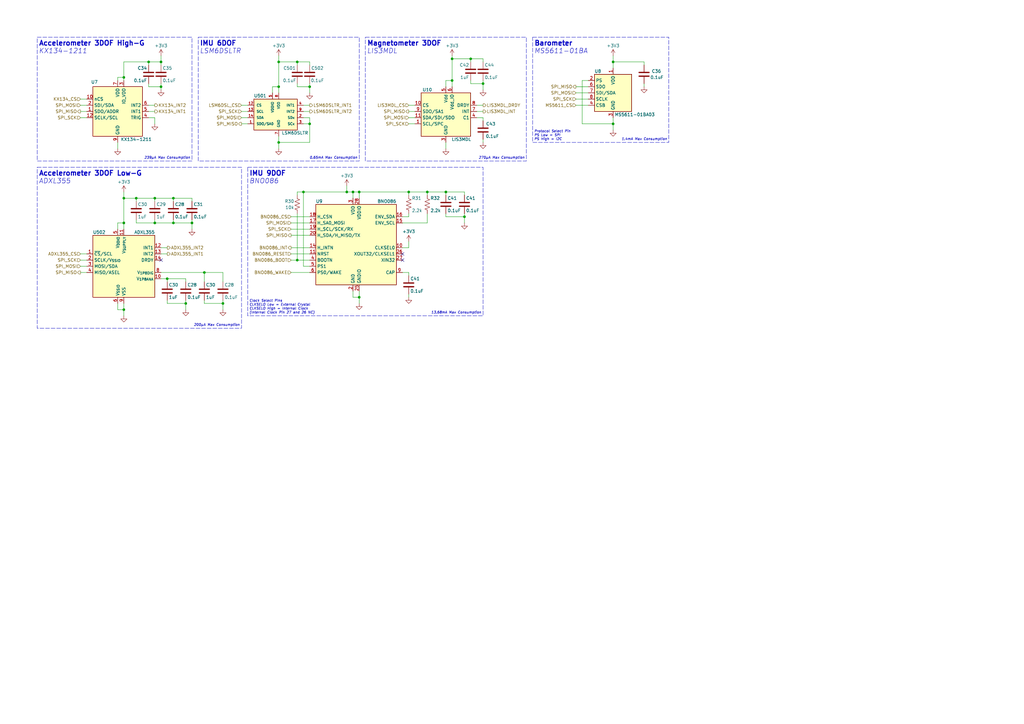
<source format=kicad_sch>
(kicad_sch
	(version 20250114)
	(generator "eeschema")
	(generator_version "9.0")
	(uuid "a3d4693f-0e63-4941-9445-becc1a2c32d1")
	(paper "A3")
	(title_block
		(title "MIDAS Sensors MK2.1")
		(date "2025-01-16")
		(rev "A")
		(company "Illinois Space Society")
		(comment 4 "Contributors: Peter Giannetos, Quinn Athas")
	)
	(lib_symbols
		(symbol "Device:C"
			(pin_numbers
				(hide yes)
			)
			(pin_names
				(offset 0.254)
			)
			(exclude_from_sim no)
			(in_bom yes)
			(on_board yes)
			(property "Reference" "C"
				(at 0.635 2.54 0)
				(effects
					(font
						(size 1.27 1.27)
					)
					(justify left)
				)
			)
			(property "Value" "C"
				(at 0.635 -2.54 0)
				(effects
					(font
						(size 1.27 1.27)
					)
					(justify left)
				)
			)
			(property "Footprint" ""
				(at 0.9652 -3.81 0)
				(effects
					(font
						(size 1.27 1.27)
					)
					(hide yes)
				)
			)
			(property "Datasheet" "~"
				(at 0 0 0)
				(effects
					(font
						(size 1.27 1.27)
					)
					(hide yes)
				)
			)
			(property "Description" "Unpolarized capacitor"
				(at 0 0 0)
				(effects
					(font
						(size 1.27 1.27)
					)
					(hide yes)
				)
			)
			(property "ki_keywords" "cap capacitor"
				(at 0 0 0)
				(effects
					(font
						(size 1.27 1.27)
					)
					(hide yes)
				)
			)
			(property "ki_fp_filters" "C_*"
				(at 0 0 0)
				(effects
					(font
						(size 1.27 1.27)
					)
					(hide yes)
				)
			)
			(symbol "C_0_1"
				(polyline
					(pts
						(xy -2.032 0.762) (xy 2.032 0.762)
					)
					(stroke
						(width 0.508)
						(type default)
					)
					(fill
						(type none)
					)
				)
				(polyline
					(pts
						(xy -2.032 -0.762) (xy 2.032 -0.762)
					)
					(stroke
						(width 0.508)
						(type default)
					)
					(fill
						(type none)
					)
				)
			)
			(symbol "C_1_1"
				(pin passive line
					(at 0 3.81 270)
					(length 2.794)
					(name "~"
						(effects
							(font
								(size 1.27 1.27)
							)
						)
					)
					(number "1"
						(effects
							(font
								(size 1.27 1.27)
							)
						)
					)
				)
				(pin passive line
					(at 0 -3.81 90)
					(length 2.794)
					(name "~"
						(effects
							(font
								(size 1.27 1.27)
							)
						)
					)
					(number "2"
						(effects
							(font
								(size 1.27 1.27)
							)
						)
					)
				)
			)
			(embedded_fonts no)
		)
		(symbol "Device:R_US"
			(pin_numbers
				(hide yes)
			)
			(pin_names
				(offset 0)
			)
			(exclude_from_sim no)
			(in_bom yes)
			(on_board yes)
			(property "Reference" "R"
				(at 2.54 0 90)
				(effects
					(font
						(size 1.27 1.27)
					)
				)
			)
			(property "Value" "R_US"
				(at -2.54 0 90)
				(effects
					(font
						(size 1.27 1.27)
					)
				)
			)
			(property "Footprint" ""
				(at 1.016 -0.254 90)
				(effects
					(font
						(size 1.27 1.27)
					)
					(hide yes)
				)
			)
			(property "Datasheet" "~"
				(at 0 0 0)
				(effects
					(font
						(size 1.27 1.27)
					)
					(hide yes)
				)
			)
			(property "Description" "Resistor, US symbol"
				(at 0 0 0)
				(effects
					(font
						(size 1.27 1.27)
					)
					(hide yes)
				)
			)
			(property "ki_keywords" "R res resistor"
				(at 0 0 0)
				(effects
					(font
						(size 1.27 1.27)
					)
					(hide yes)
				)
			)
			(property "ki_fp_filters" "R_*"
				(at 0 0 0)
				(effects
					(font
						(size 1.27 1.27)
					)
					(hide yes)
				)
			)
			(symbol "R_US_0_1"
				(polyline
					(pts
						(xy 0 2.286) (xy 0 2.54)
					)
					(stroke
						(width 0)
						(type default)
					)
					(fill
						(type none)
					)
				)
				(polyline
					(pts
						(xy 0 2.286) (xy 1.016 1.905) (xy 0 1.524) (xy -1.016 1.143) (xy 0 0.762)
					)
					(stroke
						(width 0)
						(type default)
					)
					(fill
						(type none)
					)
				)
				(polyline
					(pts
						(xy 0 0.762) (xy 1.016 0.381) (xy 0 0) (xy -1.016 -0.381) (xy 0 -0.762)
					)
					(stroke
						(width 0)
						(type default)
					)
					(fill
						(type none)
					)
				)
				(polyline
					(pts
						(xy 0 -0.762) (xy 1.016 -1.143) (xy 0 -1.524) (xy -1.016 -1.905) (xy 0 -2.286)
					)
					(stroke
						(width 0)
						(type default)
					)
					(fill
						(type none)
					)
				)
				(polyline
					(pts
						(xy 0 -2.286) (xy 0 -2.54)
					)
					(stroke
						(width 0)
						(type default)
					)
					(fill
						(type none)
					)
				)
			)
			(symbol "R_US_1_1"
				(pin passive line
					(at 0 3.81 270)
					(length 1.27)
					(name "~"
						(effects
							(font
								(size 1.27 1.27)
							)
						)
					)
					(number "1"
						(effects
							(font
								(size 1.27 1.27)
							)
						)
					)
				)
				(pin passive line
					(at 0 -3.81 90)
					(length 1.27)
					(name "~"
						(effects
							(font
								(size 1.27 1.27)
							)
						)
					)
					(number "2"
						(effects
							(font
								(size 1.27 1.27)
							)
						)
					)
				)
			)
			(embedded_fonts no)
		)
		(symbol "Sensor_Pressure:MS5611-01BA"
			(exclude_from_sim no)
			(in_bom yes)
			(on_board yes)
			(property "Reference" "U"
				(at -6.35 8.89 0)
				(effects
					(font
						(size 1.27 1.27)
					)
				)
			)
			(property "Value" "MS5611-01BA"
				(at 7.62 8.89 0)
				(effects
					(font
						(size 1.27 1.27)
					)
				)
			)
			(property "Footprint" "Package_LGA:LGA-8_3x5mm_P1.25mm"
				(at 0 0 0)
				(effects
					(font
						(size 1.27 1.27)
					)
					(hide yes)
				)
			)
			(property "Datasheet" "https://www.te.com/commerce/DocumentDelivery/DDEController?Action=srchrtrv&DocNm=MS5611-01BA03&DocType=Data+Sheet&DocLang=English"
				(at 0 0 0)
				(effects
					(font
						(size 1.27 1.27)
					)
					(hide yes)
				)
			)
			(property "Description" "Barometric pressure sensor, 10cm resolution, 10 to 1200 mbar, I2C and SPI interface up to 20MHz, LGA-8"
				(at 0 0 0)
				(effects
					(font
						(size 1.27 1.27)
					)
					(hide yes)
				)
			)
			(property "ki_keywords" "pressure SPI I2C"
				(at 0 0 0)
				(effects
					(font
						(size 1.27 1.27)
					)
					(hide yes)
				)
			)
			(property "ki_fp_filters" "LGA*3x5mm*P1.25mm*"
				(at 0 0 0)
				(effects
					(font
						(size 1.27 1.27)
					)
					(hide yes)
				)
			)
			(symbol "MS5611-01BA_0_1"
				(rectangle
					(start -7.62 7.62)
					(end 7.62 -7.62)
					(stroke
						(width 0.254)
						(type default)
					)
					(fill
						(type background)
					)
				)
			)
			(symbol "MS5611-01BA_1_1"
				(pin input line
					(at -10.16 5.08 0)
					(length 2.54)
					(name "PS"
						(effects
							(font
								(size 1.27 1.27)
							)
						)
					)
					(number "2"
						(effects
							(font
								(size 1.27 1.27)
							)
						)
					)
				)
				(pin output line
					(at -10.16 2.54 0)
					(length 2.54)
					(name "SDO"
						(effects
							(font
								(size 1.27 1.27)
							)
						)
					)
					(number "6"
						(effects
							(font
								(size 1.27 1.27)
							)
						)
					)
				)
				(pin bidirectional line
					(at -10.16 0 0)
					(length 2.54)
					(name "SDI/SDA"
						(effects
							(font
								(size 1.27 1.27)
							)
						)
					)
					(number "7"
						(effects
							(font
								(size 1.27 1.27)
							)
						)
					)
				)
				(pin input line
					(at -10.16 -2.54 0)
					(length 2.54)
					(name "SCLK"
						(effects
							(font
								(size 1.27 1.27)
							)
						)
					)
					(number "8"
						(effects
							(font
								(size 1.27 1.27)
							)
						)
					)
				)
				(pin input line
					(at -10.16 -5.08 0)
					(length 2.54)
					(name "CSB"
						(effects
							(font
								(size 1.27 1.27)
							)
						)
					)
					(number "4"
						(effects
							(font
								(size 1.27 1.27)
							)
						)
					)
				)
				(pin input line
					(at -10.16 -5.08 0)
					(length 2.54)
					(hide yes)
					(name "CSB"
						(effects
							(font
								(size 1.27 1.27)
							)
						)
					)
					(number "5"
						(effects
							(font
								(size 1.27 1.27)
							)
						)
					)
				)
				(pin power_in line
					(at 0 10.16 270)
					(length 2.54)
					(name "VDD"
						(effects
							(font
								(size 1.27 1.27)
							)
						)
					)
					(number "1"
						(effects
							(font
								(size 1.27 1.27)
							)
						)
					)
				)
				(pin power_in line
					(at 0 -10.16 90)
					(length 2.54)
					(name "GND"
						(effects
							(font
								(size 1.27 1.27)
							)
						)
					)
					(number "3"
						(effects
							(font
								(size 1.27 1.27)
							)
						)
					)
				)
			)
			(embedded_fonts no)
		)
		(symbol "Sensors_Motion_Analog:ADXL355"
			(exclude_from_sim no)
			(in_bom yes)
			(on_board yes)
			(property "Reference" "U"
				(at -12.7 13.97 0)
				(effects
					(font
						(size 1.27 1.27)
					)
					(justify left)
				)
			)
			(property "Value" "ADXL355"
				(at 12.7 13.97 0)
				(effects
					(font
						(size 1.27 1.27)
					)
					(justify right)
				)
			)
			(property "Footprint" "Sensor_Motion_Analog:Analog_LGA_14-7.4x7.4mm"
				(at 0 -20.32 0)
				(effects
					(font
						(size 1.27 1.27)
					)
					(hide yes)
				)
			)
			(property "Datasheet" "https://www.analog.com/media/en/technical-documentation/data-sheets/adxl354_adxl355.pdf"
				(at 0 -17.78 0)
				(effects
					(font
						(size 1.27 1.27)
					)
					(hide yes)
				)
			)
			(property "Description" "3-Axis MEMS Accelerometer, 2/4/8 range, I2C/SPI, LGA-14 Analog"
				(at 0 0 0)
				(effects
					(font
						(size 1.27 1.27)
					)
					(hide yes)
				)
			)
			(property "ki_keywords" "3-Axis MEMS Accelerometer 2/4/8 range I2C/SPI LGA-14 Analog"
				(at 0 0 0)
				(effects
					(font
						(size 1.27 1.27)
					)
					(hide yes)
				)
			)
			(symbol "ADXL355_0_0"
				(pin input line
					(at -15.24 5.08 0)
					(length 2.54)
					(name "~{CS}/SCL"
						(effects
							(font
								(size 1.27 1.27)
							)
						)
					)
					(number "1"
						(effects
							(font
								(size 1.27 1.27)
							)
						)
					)
				)
				(pin input line
					(at -15.24 2.54 0)
					(length 2.54)
					(name "SCLK/V_{SSIO}"
						(effects
							(font
								(size 1.27 1.27)
							)
						)
					)
					(number "2"
						(effects
							(font
								(size 1.27 1.27)
							)
						)
					)
				)
				(pin bidirectional line
					(at -15.24 0 0)
					(length 2.54)
					(name "MOSI/SDA"
						(effects
							(font
								(size 1.27 1.27)
							)
						)
					)
					(number "3"
						(effects
							(font
								(size 1.27 1.27)
							)
						)
					)
				)
				(pin bidirectional line
					(at -15.24 -2.54 0)
					(length 2.54)
					(name "MISO/ASEL"
						(effects
							(font
								(size 1.27 1.27)
							)
						)
					)
					(number "4"
						(effects
							(font
								(size 1.27 1.27)
							)
						)
					)
				)
				(pin power_in line
					(at -2.54 15.24 270)
					(length 2.54)
					(name "V_{DDIO}"
						(effects
							(font
								(size 1.27 1.27)
							)
						)
					)
					(number "5"
						(effects
							(font
								(size 1.27 1.27)
							)
						)
					)
				)
				(pin power_in line
					(at -2.54 -15.24 90)
					(length 2.54)
					(name "V_{SSIO}"
						(effects
							(font
								(size 1.27 1.27)
							)
						)
					)
					(number "6"
						(effects
							(font
								(size 1.27 1.27)
							)
						)
					)
				)
				(pin power_in line
					(at 0 15.24 270)
					(length 2.54)
					(name "V_{SUPPLY}"
						(effects
							(font
								(size 1.27 1.27)
							)
						)
					)
					(number "11"
						(effects
							(font
								(size 1.27 1.27)
							)
						)
					)
				)
				(pin power_in line
					(at 0 -15.24 90)
					(length 2.54)
					(name "VSS"
						(effects
							(font
								(size 1.27 1.27)
							)
						)
					)
					(number "9"
						(effects
							(font
								(size 1.27 1.27)
							)
						)
					)
				)
				(pin output line
					(at 15.24 7.62 180)
					(length 2.54)
					(name "INT1"
						(effects
							(font
								(size 1.27 1.27)
							)
						)
					)
					(number "12"
						(effects
							(font
								(size 1.27 1.27)
							)
						)
					)
				)
				(pin output line
					(at 15.24 5.08 180)
					(length 2.54)
					(name "INT2"
						(effects
							(font
								(size 1.27 1.27)
							)
						)
					)
					(number "13"
						(effects
							(font
								(size 1.27 1.27)
							)
						)
					)
				)
				(pin output line
					(at 15.24 2.54 180)
					(length 2.54)
					(name "DRDY"
						(effects
							(font
								(size 1.27 1.27)
							)
						)
					)
					(number "14"
						(effects
							(font
								(size 1.27 1.27)
							)
						)
					)
				)
				(pin unspecified line
					(at 15.24 -2.54 180)
					(length 2.54)
					(name "V_{1P8DIG}"
						(effects
							(font
								(size 1.27 1.27)
							)
						)
					)
					(number "8"
						(effects
							(font
								(size 1.27 1.27)
							)
						)
					)
				)
				(pin unspecified line
					(at 15.24 -5.08 180)
					(length 2.54)
					(name "V_{1P8ANA}"
						(effects
							(font
								(size 1.27 1.27)
							)
						)
					)
					(number "10"
						(effects
							(font
								(size 1.27 1.27)
							)
						)
					)
				)
			)
			(symbol "ADXL355_1_0"
				(pin no_connect line
					(at -15.24 -5.08 0)
					(length 2.54)
					(hide yes)
					(name "RESERVED"
						(effects
							(font
								(size 1.27 1.27)
							)
						)
					)
					(number "7"
						(effects
							(font
								(size 1.27 1.27)
							)
						)
					)
				)
			)
			(symbol "ADXL355_1_1"
				(rectangle
					(start -12.7 12.7)
					(end 12.7 -12.7)
					(stroke
						(width 0.254)
						(type default)
					)
					(fill
						(type background)
					)
				)
			)
			(embedded_fonts no)
		)
		(symbol "Sensors_Motion_CEVA:BNO086"
			(exclude_from_sim no)
			(in_bom yes)
			(on_board yes)
			(property "Reference" "U"
				(at -15.24 16.51 0)
				(effects
					(font
						(size 1.27 1.27)
					)
					(justify left)
				)
			)
			(property "Value" "BNO086"
				(at 17.78 16.51 0)
				(effects
					(font
						(size 1.27 1.27)
					)
					(justify right)
				)
			)
			(property "Footprint" "Package_LGA:LGA-28_5.2x3.8mm_P0.5mm"
				(at 0 -25.4 0)
				(effects
					(font
						(size 1.27 1.27)
					)
					(hide yes)
				)
			)
			(property "Datasheet" "https://www.ceva-dsp.com/wp-content/uploads/2019/10/BNO080_085-Datasheet.pdf"
				(at 0 -22.86 0)
				(effects
					(font
						(size 1.27 1.27)
					)
					(hide yes)
				)
			)
			(property "Description" "9-Axis Absolute Orientation Sensor: Accelerometer, Gyroscope, Magnetometer"
				(at 0 0 0)
				(effects
					(font
						(size 1.27 1.27)
					)
					(hide yes)
				)
			)
			(property "ki_keywords" "IMU Accelerometer Gyroscope Magnetometer Sensor 9DOF 9-Axis"
				(at 0 0 0)
				(effects
					(font
						(size 1.27 1.27)
					)
					(hide yes)
				)
			)
			(symbol "BNO086_1_0"
				(pin no_connect line
					(at 20.32 -15.24 180)
					(length 2.54)
					(hide yes)
					(name "RESV_NC"
						(effects
							(font
								(size 1.27 1.27)
							)
						)
					)
					(number "1"
						(effects
							(font
								(size 1.27 1.27)
							)
						)
					)
				)
				(pin no_connect line
					(at 20.32 -15.24 180)
					(length 2.54)
					(hide yes)
					(name "RESV_NC"
						(effects
							(font
								(size 1.27 1.27)
							)
						)
					)
					(number "12"
						(effects
							(font
								(size 1.27 1.27)
							)
						)
					)
				)
				(pin no_connect line
					(at 20.32 -15.24 180)
					(length 2.54)
					(hide yes)
					(name "RESV_NC"
						(effects
							(font
								(size 1.27 1.27)
							)
						)
					)
					(number "13"
						(effects
							(font
								(size 1.27 1.27)
							)
						)
					)
				)
				(pin no_connect line
					(at 20.32 -15.24 180)
					(length 2.54)
					(hide yes)
					(name "RESV_NC"
						(effects
							(font
								(size 1.27 1.27)
							)
						)
					)
					(number "21"
						(effects
							(font
								(size 1.27 1.27)
							)
						)
					)
				)
				(pin no_connect line
					(at 20.32 -15.24 180)
					(length 2.54)
					(hide yes)
					(name "RESV_NC"
						(effects
							(font
								(size 1.27 1.27)
							)
						)
					)
					(number "22"
						(effects
							(font
								(size 1.27 1.27)
							)
						)
					)
				)
				(pin no_connect line
					(at 20.32 -15.24 180)
					(length 2.54)
					(hide yes)
					(name "RESV_NC"
						(effects
							(font
								(size 1.27 1.27)
							)
						)
					)
					(number "23"
						(effects
							(font
								(size 1.27 1.27)
							)
						)
					)
				)
				(pin no_connect line
					(at 20.32 -15.24 180)
					(length 2.54)
					(hide yes)
					(name "RESV_NC"
						(effects
							(font
								(size 1.27 1.27)
							)
						)
					)
					(number "24"
						(effects
							(font
								(size 1.27 1.27)
							)
						)
					)
				)
				(pin no_connect line
					(at 20.32 -15.24 180)
					(length 2.54)
					(hide yes)
					(name "RESV_NC"
						(effects
							(font
								(size 1.27 1.27)
							)
						)
					)
					(number "7"
						(effects
							(font
								(size 1.27 1.27)
							)
						)
					)
				)
				(pin no_connect line
					(at 20.32 -15.24 180)
					(length 2.54)
					(hide yes)
					(name "RESV_NC"
						(effects
							(font
								(size 1.27 1.27)
							)
						)
					)
					(number "8"
						(effects
							(font
								(size 1.27 1.27)
							)
						)
					)
				)
			)
			(symbol "BNO086_1_1"
				(rectangle
					(start -15.24 15.24)
					(end 17.78 -17.78)
					(stroke
						(width 0.254)
						(type default)
					)
					(fill
						(type background)
					)
				)
				(pin input line
					(at -17.78 10.16 0)
					(length 2.54)
					(name "H_CSN"
						(effects
							(font
								(size 1.27 1.27)
							)
						)
					)
					(number "18"
						(effects
							(font
								(size 1.27 1.27)
							)
						)
					)
				)
				(pin input line
					(at -17.78 7.62 0)
					(length 2.54)
					(name "H_SA0_MOSI"
						(effects
							(font
								(size 1.27 1.27)
							)
						)
					)
					(number "17"
						(effects
							(font
								(size 1.27 1.27)
							)
						)
					)
				)
				(pin bidirectional line
					(at -17.78 5.08 0)
					(length 2.54)
					(name "H_SCL/SCK/RX"
						(effects
							(font
								(size 1.27 1.27)
							)
						)
					)
					(number "19"
						(effects
							(font
								(size 1.27 1.27)
							)
						)
					)
				)
				(pin bidirectional line
					(at -17.78 2.54 0)
					(length 2.54)
					(name "H_SDA/H_MISO/TX"
						(effects
							(font
								(size 1.27 1.27)
							)
						)
					)
					(number "20"
						(effects
							(font
								(size 1.27 1.27)
							)
						)
					)
				)
				(pin output line
					(at -17.78 -2.54 0)
					(length 2.54)
					(name "H_INTN"
						(effects
							(font
								(size 1.27 1.27)
							)
						)
					)
					(number "14"
						(effects
							(font
								(size 1.27 1.27)
							)
						)
					)
				)
				(pin input line
					(at -17.78 -5.08 0)
					(length 2.54)
					(name "NRST"
						(effects
							(font
								(size 1.27 1.27)
							)
						)
					)
					(number "11"
						(effects
							(font
								(size 1.27 1.27)
							)
						)
					)
				)
				(pin input line
					(at -17.78 -7.62 0)
					(length 2.54)
					(name "BOOTN"
						(effects
							(font
								(size 1.27 1.27)
							)
						)
					)
					(number "4"
						(effects
							(font
								(size 1.27 1.27)
							)
						)
					)
				)
				(pin input line
					(at -17.78 -10.16 0)
					(length 2.54)
					(name "PS1"
						(effects
							(font
								(size 1.27 1.27)
							)
						)
					)
					(number "5"
						(effects
							(font
								(size 1.27 1.27)
							)
						)
					)
				)
				(pin input line
					(at -17.78 -12.7 0)
					(length 2.54)
					(name "PS0/WAKE"
						(effects
							(font
								(size 1.27 1.27)
							)
						)
					)
					(number "6"
						(effects
							(font
								(size 1.27 1.27)
							)
						)
					)
				)
				(pin power_in line
					(at 0 17.78 270)
					(length 2.54)
					(name "VDD"
						(effects
							(font
								(size 1.27 1.27)
							)
						)
					)
					(number "3"
						(effects
							(font
								(size 1.27 1.27)
							)
						)
					)
				)
				(pin power_in line
					(at 0 -20.32 90)
					(length 2.54)
					(name "GND"
						(effects
							(font
								(size 1.27 1.27)
							)
						)
					)
					(number "2"
						(effects
							(font
								(size 1.27 1.27)
							)
						)
					)
				)
				(pin power_in line
					(at 2.54 17.78 270)
					(length 2.54)
					(name "VDDIO"
						(effects
							(font
								(size 1.27 1.27)
							)
						)
					)
					(number "28"
						(effects
							(font
								(size 1.27 1.27)
							)
						)
					)
				)
				(pin power_in line
					(at 2.54 -20.32 90)
					(length 2.54)
					(name "GNDIO"
						(effects
							(font
								(size 1.27 1.27)
							)
						)
					)
					(number "25"
						(effects
							(font
								(size 1.27 1.27)
							)
						)
					)
				)
				(pin bidirectional line
					(at 20.32 10.16 180)
					(length 2.54)
					(name "ENV_SDA"
						(effects
							(font
								(size 1.27 1.27)
							)
						)
					)
					(number "16"
						(effects
							(font
								(size 1.27 1.27)
							)
						)
					)
				)
				(pin bidirectional line
					(at 20.32 7.62 180)
					(length 2.54)
					(name "ENV_SCL"
						(effects
							(font
								(size 1.27 1.27)
							)
						)
					)
					(number "15"
						(effects
							(font
								(size 1.27 1.27)
							)
						)
					)
				)
				(pin input line
					(at 20.32 -2.54 180)
					(length 2.54)
					(name "CLKSEL0"
						(effects
							(font
								(size 1.27 1.27)
							)
						)
					)
					(number "10"
						(effects
							(font
								(size 1.27 1.27)
							)
						)
					)
				)
				(pin output line
					(at 20.32 -5.08 180)
					(length 2.54)
					(name "XOUT32/CLKSEL1"
						(effects
							(font
								(size 1.27 1.27)
							)
						)
					)
					(number "26"
						(effects
							(font
								(size 1.27 1.27)
							)
						)
					)
				)
				(pin input line
					(at 20.32 -7.62 180)
					(length 2.54)
					(name "XIN32"
						(effects
							(font
								(size 1.27 1.27)
							)
						)
					)
					(number "27"
						(effects
							(font
								(size 1.27 1.27)
							)
						)
					)
				)
				(pin passive line
					(at 20.32 -12.7 180)
					(length 2.54)
					(name "CAP"
						(effects
							(font
								(size 1.27 1.27)
							)
						)
					)
					(number "9"
						(effects
							(font
								(size 1.27 1.27)
							)
						)
					)
				)
			)
			(embedded_fonts no)
		)
		(symbol "Sensors_Motion_Kionix:KX134-1211"
			(exclude_from_sim no)
			(in_bom yes)
			(on_board yes)
			(property "Reference" "U"
				(at -10.16 12.065 0)
				(effects
					(font
						(size 1.27 1.27)
					)
				)
			)
			(property "Value" "KX134-1211"
				(at 8.89 -12.065 0)
				(effects
					(font
						(size 1.27 1.27)
					)
				)
			)
			(property "Footprint" "Package_LGA:LGA-12_2x2mm_P0.5mm"
				(at 0 -17.78 0)
				(effects
					(font
						(size 1.27 1.27)
					)
					(hide yes)
				)
			)
			(property "Datasheet" "https://kionixfs.azureedge.net/en/datasheet/kx134-1211-e.pdf"
				(at 0 -15.24 0)
				(effects
					(font
						(size 1.27 1.27)
					)
					(hide yes)
				)
			)
			(property "Description" "3-Axis Accelerometer Sensor ±8g/±16g/±32g/±64g"
				(at 0 0 0)
				(effects
					(font
						(size 1.27 1.27)
					)
					(hide yes)
				)
			)
			(property "ki_keywords" "Accelerometer 3DOF 3-Axis Sensor"
				(at 0 0 0)
				(effects
					(font
						(size 1.27 1.27)
					)
					(hide yes)
				)
			)
			(symbol "KX134-1211_0_0"
				(text ""
					(at -12.7 2.54 0)
					(effects
						(font
							(size 1.27 1.27)
						)
					)
				)
			)
			(symbol "KX134-1211_1_1"
				(rectangle
					(start -10.16 10.16)
					(end 10.16 -10.16)
					(stroke
						(width 0.254)
						(type default)
					)
					(fill
						(type background)
					)
				)
				(pin input line
					(at -12.7 5.08 0)
					(length 2.54)
					(name "nCS"
						(effects
							(font
								(size 1.27 1.27)
							)
						)
					)
					(number "10"
						(effects
							(font
								(size 1.27 1.27)
							)
						)
					)
				)
				(pin bidirectional line
					(at -12.7 2.54 0)
					(length 2.54)
					(name "SDI/SDA"
						(effects
							(font
								(size 1.27 1.27)
							)
						)
					)
					(number "2"
						(effects
							(font
								(size 1.27 1.27)
							)
						)
					)
				)
				(pin bidirectional line
					(at -12.7 0 0)
					(length 2.54)
					(name "SDO/ADDR"
						(effects
							(font
								(size 1.27 1.27)
							)
						)
					)
					(number "1"
						(effects
							(font
								(size 1.27 1.27)
							)
						)
					)
				)
				(pin input line
					(at -12.7 -2.54 0)
					(length 2.54)
					(name "SCLK/SCL"
						(effects
							(font
								(size 1.27 1.27)
							)
						)
					)
					(number "12"
						(effects
							(font
								(size 1.27 1.27)
							)
						)
					)
				)
				(pin power_in line
					(at 0 12.7 270)
					(length 2.54)
					(name "VDD"
						(effects
							(font
								(size 1.27 1.27)
							)
						)
					)
					(number "7"
						(effects
							(font
								(size 1.27 1.27)
							)
						)
					)
				)
				(pin power_in line
					(at 0 -12.7 90)
					(length 2.54)
					(hide yes)
					(name "GND"
						(effects
							(font
								(size 1.27 1.27)
							)
						)
					)
					(number "8"
						(effects
							(font
								(size 1.27 1.27)
							)
						)
					)
				)
				(pin power_in line
					(at 0 -12.7 90)
					(length 2.54)
					(name "GND"
						(effects
							(font
								(size 1.27 1.27)
							)
						)
					)
					(number "9"
						(effects
							(font
								(size 1.27 1.27)
							)
						)
					)
				)
				(pin power_in line
					(at 2.54 12.7 270)
					(length 2.54)
					(name "IO_VDD"
						(effects
							(font
								(size 1.27 1.27)
							)
						)
					)
					(number "3"
						(effects
							(font
								(size 1.27 1.27)
							)
						)
					)
				)
				(pin output line
					(at 12.7 2.54 180)
					(length 2.54)
					(name "INT2"
						(effects
							(font
								(size 1.27 1.27)
							)
						)
					)
					(number "6"
						(effects
							(font
								(size 1.27 1.27)
							)
						)
					)
				)
				(pin output line
					(at 12.7 0 180)
					(length 2.54)
					(name "INT1"
						(effects
							(font
								(size 1.27 1.27)
							)
						)
					)
					(number "5"
						(effects
							(font
								(size 1.27 1.27)
							)
						)
					)
				)
				(pin input line
					(at 12.7 -2.54 180)
					(length 2.54)
					(name "TRIG"
						(effects
							(font
								(size 1.27 1.27)
							)
						)
					)
					(number "4"
						(effects
							(font
								(size 1.27 1.27)
							)
						)
					)
				)
				(pin no_connect line
					(at 12.7 -7.62 180)
					(length 2.54)
					(hide yes)
					(name "NC"
						(effects
							(font
								(size 1.27 1.27)
							)
						)
					)
					(number "11"
						(effects
							(font
								(size 1.27 1.27)
							)
						)
					)
				)
			)
			(embedded_fonts no)
		)
		(symbol "Sensors_Motion_STM:LIS3MDL"
			(exclude_from_sim no)
			(in_bom yes)
			(on_board yes)
			(property "Reference" "U"
				(at 9.525 11.43 0)
				(effects
					(font
						(size 1.27 1.27)
					)
				)
			)
			(property "Value" "LIS3MDL"
				(at -7.62 11.43 0)
				(effects
					(font
						(size 1.27 1.27)
					)
				)
			)
			(property "Footprint" "Package_LGA:LGA-12_2x2mm_P0.5mm"
				(at 0 -15.24 0)
				(effects
					(font
						(size 1.27 1.27)
					)
					(hide yes)
				)
			)
			(property "Datasheet" "https://www.st.com/content/ccc/resource/technical/document/datasheet/54/2a/85/76/e3/97/42/18/DM00075867.pdf/files/DM00075867.pdf/jcr:content/translations/en.DM00075867.pdf"
				(at 0 -12.7 0)
				(effects
					(font
						(size 1.27 1.27)
					)
					(hide yes)
				)
			)
			(property "Description" "3-Axis Magnetometer Sensor ±4/±8/±12/±16 gauss"
				(at 0 0 0)
				(effects
					(font
						(size 1.27 1.27)
					)
					(hide yes)
				)
			)
			(property "ki_keywords" "Magnetometer Sensor 3DOF 3-Axis Sensor"
				(at 0 0 0)
				(effects
					(font
						(size 1.27 1.27)
					)
					(hide yes)
				)
			)
			(symbol "LIS3MDL_1_1"
				(rectangle
					(start -10.16 10.16)
					(end 10.16 -7.62)
					(stroke
						(width 0.254)
						(type default)
					)
					(fill
						(type background)
					)
				)
				(pin input line
					(at -12.7 5.08 0)
					(length 2.54)
					(name "CS"
						(effects
							(font
								(size 1.27 1.27)
							)
						)
					)
					(number "10"
						(effects
							(font
								(size 1.27 1.27)
							)
						)
					)
				)
				(pin output line
					(at -12.7 2.54 0)
					(length 2.54)
					(name "SDO/SA1"
						(effects
							(font
								(size 1.27 1.27)
							)
						)
					)
					(number "9"
						(effects
							(font
								(size 1.27 1.27)
							)
						)
					)
				)
				(pin input line
					(at -12.7 0 0)
					(length 2.54)
					(name "SDA/SDI/SDO"
						(effects
							(font
								(size 1.27 1.27)
							)
						)
					)
					(number "11"
						(effects
							(font
								(size 1.27 1.27)
							)
						)
					)
				)
				(pin input line
					(at -12.7 -2.54 0)
					(length 2.54)
					(name "SCL/SPC"
						(effects
							(font
								(size 1.27 1.27)
							)
						)
					)
					(number "1"
						(effects
							(font
								(size 1.27 1.27)
							)
						)
					)
				)
				(pin power_in line
					(at 0 12.7 270)
					(length 2.54)
					(name "Vdd"
						(effects
							(font
								(size 1.27 1.27)
							)
						)
					)
					(number "5"
						(effects
							(font
								(size 1.27 1.27)
							)
						)
					)
				)
				(pin power_in line
					(at 0 -10.16 90)
					(length 2.54)
					(hide yes)
					(name "Reserved"
						(effects
							(font
								(size 1.27 1.27)
							)
						)
					)
					(number "12"
						(effects
							(font
								(size 1.27 1.27)
							)
						)
					)
				)
				(pin power_in line
					(at 0 -10.16 90)
					(length 2.54)
					(hide yes)
					(name "Reserved"
						(effects
							(font
								(size 1.27 1.27)
							)
						)
					)
					(number "2"
						(effects
							(font
								(size 1.27 1.27)
							)
						)
					)
				)
				(pin power_in line
					(at 0 -10.16 90)
					(length 2.54)
					(name "GND"
						(effects
							(font
								(size 1.27 1.27)
							)
						)
					)
					(number "3"
						(effects
							(font
								(size 1.27 1.27)
							)
						)
					)
				)
				(pin power_in line
					(at 2.54 12.7 270)
					(length 2.54)
					(name "Vdd_IO"
						(effects
							(font
								(size 1.27 1.27)
							)
						)
					)
					(number "6"
						(effects
							(font
								(size 1.27 1.27)
							)
						)
					)
				)
				(pin output line
					(at 12.7 5.08 180)
					(length 2.54)
					(name "DRDY"
						(effects
							(font
								(size 1.27 1.27)
							)
						)
					)
					(number "8"
						(effects
							(font
								(size 1.27 1.27)
							)
						)
					)
				)
				(pin output line
					(at 12.7 2.54 180)
					(length 2.54)
					(name "INT"
						(effects
							(font
								(size 1.27 1.27)
							)
						)
					)
					(number "7"
						(effects
							(font
								(size 1.27 1.27)
							)
						)
					)
				)
				(pin input line
					(at 12.7 0 180)
					(length 2.54)
					(name "C1"
						(effects
							(font
								(size 1.27 1.27)
							)
						)
					)
					(number "4"
						(effects
							(font
								(size 1.27 1.27)
							)
						)
					)
				)
			)
			(embedded_fonts no)
		)
		(symbol "Sensors_Motion_STM:LSM6DSLTR"
			(pin_names
				(offset 1.016)
			)
			(exclude_from_sim no)
			(in_bom yes)
			(on_board yes)
			(property "Reference" "U"
				(at -10.1787 8.1437 0)
				(effects
					(font
						(size 1.27 1.27)
					)
					(justify left bottom)
				)
			)
			(property "Value" "LSM6DSLTR"
				(at 1.27 8.255 0)
				(effects
					(font
						(size 1.27 1.27)
					)
					(justify left bottom)
				)
			)
			(property "Footprint" "Package_LGA:Bosch_LGA-14_3x2.5mm_P0.5mm"
				(at 0 -12.7 0)
				(effects
					(font
						(size 1.27 1.27)
					)
					(justify bottom)
					(hide yes)
				)
			)
			(property "Datasheet" "https://www.st.com/content/ccc/resource/technical/document/datasheet/ee/23/a0/dc/1d/68/45/52/DM00237456.pdf/files/DM00237456.pdf/jcr:content/translations/en.DM00237456.pdf"
				(at 0 -15.24 0)
				(effects
					(font
						(size 1.27 1.27)
					)
					(hide yes)
				)
			)
			(property "Description" "6-Axis iNEMO Inertial Sensor: Accelerometer ±2/±4/±8/±16g, Gyroscope ±125/±250/±500/±1000/±2000 dps"
				(at 0 0 0)
				(effects
					(font
						(size 1.27 1.27)
					)
					(hide yes)
				)
			)
			(property "ki_keywords" "Accelerometer Gyroscope IMU Sensor 6-Axis 6DOF iNEMO"
				(at 0 0 0)
				(effects
					(font
						(size 1.27 1.27)
					)
					(hide yes)
				)
			)
			(symbol "LSM6DSLTR_0_0"
				(pin input line
					(at -12.7 5.08 0)
					(length 2.54)
					(name "CS"
						(effects
							(font
								(size 1.016 1.016)
							)
						)
					)
					(number "12"
						(effects
							(font
								(size 1.016 1.016)
							)
						)
					)
				)
				(pin bidirectional line
					(at -12.7 -2.54 0)
					(length 2.54)
					(name "SDO/SA0"
						(effects
							(font
								(size 1.016 1.016)
							)
						)
					)
					(number "1"
						(effects
							(font
								(size 1.016 1.016)
							)
						)
					)
				)
				(pin power_in line
					(at -2.54 10.16 270)
					(length 2.54)
					(name "VDDIO"
						(effects
							(font
								(size 1.016 1.016)
							)
						)
					)
					(number "5"
						(effects
							(font
								(size 1.016 1.016)
							)
						)
					)
				)
				(pin power_in line
					(at 0 10.16 270)
					(length 2.54)
					(name "VDD"
						(effects
							(font
								(size 1.016 1.016)
							)
						)
					)
					(number "8"
						(effects
							(font
								(size 1.016 1.016)
							)
						)
					)
				)
				(pin output line
					(at 10.16 5.08 180)
					(length 2.54)
					(name "INT1"
						(effects
							(font
								(size 1.016 1.016)
							)
						)
					)
					(number "4"
						(effects
							(font
								(size 1.016 1.016)
							)
						)
					)
				)
				(pin output line
					(at 10.16 2.54 180)
					(length 2.54)
					(name "INT2"
						(effects
							(font
								(size 1.016 1.016)
							)
						)
					)
					(number "9"
						(effects
							(font
								(size 1.016 1.016)
							)
						)
					)
				)
				(pin bidirectional line
					(at 10.16 0 180)
					(length 2.54)
					(name "SDx"
						(effects
							(font
								(size 1.016 1.016)
							)
						)
					)
					(number "2"
						(effects
							(font
								(size 1.016 1.016)
							)
						)
					)
				)
				(pin bidirectional line
					(at 10.16 -2.54 180)
					(length 2.54)
					(name "SCx"
						(effects
							(font
								(size 1.016 1.016)
							)
						)
					)
					(number "3"
						(effects
							(font
								(size 1.016 1.016)
							)
						)
					)
				)
			)
			(symbol "LSM6DSLTR_1_0"
				(rectangle
					(start -10.16 7.62)
					(end 7.62 -5.08)
					(stroke
						(width 0.254)
						(type default)
					)
					(fill
						(type background)
					)
				)
				(pin input line
					(at -12.7 2.54 0)
					(length 2.54)
					(name "SCL"
						(effects
							(font
								(size 1.016 1.016)
							)
						)
					)
					(number "13"
						(effects
							(font
								(size 1.016 1.016)
							)
						)
					)
				)
				(pin bidirectional line
					(at -12.7 0 0)
					(length 2.54)
					(name "SDA"
						(effects
							(font
								(size 1.016 1.016)
							)
						)
					)
					(number "14"
						(effects
							(font
								(size 1.016 1.016)
							)
						)
					)
				)
				(pin power_in line
					(at 0 -7.62 90)
					(length 2.54)
					(hide yes)
					(name "GND"
						(effects
							(font
								(size 1.016 1.016)
							)
						)
					)
					(number "6"
						(effects
							(font
								(size 1.016 1.016)
							)
						)
					)
				)
				(pin power_in line
					(at 0 -7.62 90)
					(length 2.54)
					(name "GND"
						(effects
							(font
								(size 1.016 1.016)
							)
						)
					)
					(number "7"
						(effects
							(font
								(size 1.016 1.016)
							)
						)
					)
				)
				(pin no_connect line
					(at 2.54 -7.62 90)
					(length 2.54)
					(hide yes)
					(name "NC"
						(effects
							(font
								(size 1.27 1.27)
							)
						)
					)
					(number "10"
						(effects
							(font
								(size 1.27 1.27)
							)
						)
					)
				)
				(pin no_connect line
					(at 2.54 -7.62 90)
					(length 2.54)
					(hide yes)
					(name "NC"
						(effects
							(font
								(size 1.27 1.27)
							)
						)
					)
					(number "11"
						(effects
							(font
								(size 1.27 1.27)
							)
						)
					)
				)
			)
			(embedded_fonts no)
		)
		(symbol "power:+3V3"
			(power)
			(pin_names
				(offset 0)
			)
			(exclude_from_sim no)
			(in_bom yes)
			(on_board yes)
			(property "Reference" "#PWR"
				(at 0 -3.81 0)
				(effects
					(font
						(size 1.27 1.27)
					)
					(hide yes)
				)
			)
			(property "Value" "+3V3"
				(at 0 3.556 0)
				(effects
					(font
						(size 1.27 1.27)
					)
				)
			)
			(property "Footprint" ""
				(at 0 0 0)
				(effects
					(font
						(size 1.27 1.27)
					)
					(hide yes)
				)
			)
			(property "Datasheet" ""
				(at 0 0 0)
				(effects
					(font
						(size 1.27 1.27)
					)
					(hide yes)
				)
			)
			(property "Description" "Power symbol creates a global label with name \"+3V3\""
				(at 0 0 0)
				(effects
					(font
						(size 1.27 1.27)
					)
					(hide yes)
				)
			)
			(property "ki_keywords" "global power"
				(at 0 0 0)
				(effects
					(font
						(size 1.27 1.27)
					)
					(hide yes)
				)
			)
			(symbol "+3V3_0_1"
				(polyline
					(pts
						(xy -0.762 1.27) (xy 0 2.54)
					)
					(stroke
						(width 0)
						(type default)
					)
					(fill
						(type none)
					)
				)
				(polyline
					(pts
						(xy 0 2.54) (xy 0.762 1.27)
					)
					(stroke
						(width 0)
						(type default)
					)
					(fill
						(type none)
					)
				)
				(polyline
					(pts
						(xy 0 0) (xy 0 2.54)
					)
					(stroke
						(width 0)
						(type default)
					)
					(fill
						(type none)
					)
				)
			)
			(symbol "+3V3_1_1"
				(pin power_in line
					(at 0 0 90)
					(length 0)
					(hide yes)
					(name "+3V3"
						(effects
							(font
								(size 1.27 1.27)
							)
						)
					)
					(number "1"
						(effects
							(font
								(size 1.27 1.27)
							)
						)
					)
				)
			)
			(embedded_fonts no)
		)
		(symbol "power:GND"
			(power)
			(pin_names
				(offset 0)
			)
			(exclude_from_sim no)
			(in_bom yes)
			(on_board yes)
			(property "Reference" "#PWR"
				(at 0 -6.35 0)
				(effects
					(font
						(size 1.27 1.27)
					)
					(hide yes)
				)
			)
			(property "Value" "GND"
				(at 0 -3.81 0)
				(effects
					(font
						(size 1.27 1.27)
					)
				)
			)
			(property "Footprint" ""
				(at 0 0 0)
				(effects
					(font
						(size 1.27 1.27)
					)
					(hide yes)
				)
			)
			(property "Datasheet" ""
				(at 0 0 0)
				(effects
					(font
						(size 1.27 1.27)
					)
					(hide yes)
				)
			)
			(property "Description" "Power symbol creates a global label with name \"GND\" , ground"
				(at 0 0 0)
				(effects
					(font
						(size 1.27 1.27)
					)
					(hide yes)
				)
			)
			(property "ki_keywords" "global power"
				(at 0 0 0)
				(effects
					(font
						(size 1.27 1.27)
					)
					(hide yes)
				)
			)
			(symbol "GND_0_1"
				(polyline
					(pts
						(xy 0 0) (xy 0 -1.27) (xy 1.27 -1.27) (xy 0 -2.54) (xy -1.27 -1.27) (xy 0 -1.27)
					)
					(stroke
						(width 0)
						(type default)
					)
					(fill
						(type none)
					)
				)
			)
			(symbol "GND_1_1"
				(pin power_in line
					(at 0 0 270)
					(length 0)
					(hide yes)
					(name "GND"
						(effects
							(font
								(size 1.27 1.27)
							)
						)
					)
					(number "1"
						(effects
							(font
								(size 1.27 1.27)
							)
						)
					)
				)
			)
			(embedded_fonts no)
		)
	)
	(rectangle
		(start 81.28 15.24)
		(end 147.32 66.04)
		(stroke
			(width 0)
			(type dash)
		)
		(fill
			(type none)
		)
		(uuid 010e4d1b-94d4-47e7-9740-5bba08da6a65)
	)
	(rectangle
		(start 15.24 15.24)
		(end 78.74 66.04)
		(stroke
			(width 0)
			(type dash)
		)
		(fill
			(type none)
		)
		(uuid 672ee4b6-fb75-4e37-aba6-1b59cd69b8e3)
	)
	(rectangle
		(start 218.44 15.24)
		(end 274.32 58.42)
		(stroke
			(width 0)
			(type dash)
		)
		(fill
			(type none)
		)
		(uuid 6d510c3b-90a2-4d7a-88e5-4f2891d4781b)
	)
	(rectangle
		(start 15.24 68.58)
		(end 99.06 134.62)
		(stroke
			(width 0)
			(type dash)
		)
		(fill
			(type none)
		)
		(uuid 7fb57c6e-5cba-40bc-a6b4-be47cbf3704d)
	)
	(rectangle
		(start 101.6 68.58)
		(end 198.12 129.54)
		(stroke
			(width 0)
			(type dash)
		)
		(fill
			(type none)
		)
		(uuid 99c1717c-5e4a-4104-9eb2-bcae0d7b5ebb)
	)
	(rectangle
		(start 149.86 15.24)
		(end 215.9 66.04)
		(stroke
			(width 0)
			(type dash)
		)
		(fill
			(type none)
		)
		(uuid d7121cfd-665a-4673-80b0-d2ca214aff7a)
	)
	(text "KX134-1211"
		(exclude_from_sim no)
		(at 15.875 22.225 0)
		(effects
			(font
				(size 2 2)
				(italic yes)
			)
			(justify left bottom)
		)
		(uuid "082612d9-3cb1-4b6d-8aa6-da4bd5fafc2d")
	)
	(text "BNO086"
		(exclude_from_sim no)
		(at 102.235 75.565 0)
		(effects
			(font
				(size 2 2)
				(italic yes)
			)
			(justify left bottom)
		)
		(uuid "0efb843c-6a10-498c-8a2a-56c9cbb3c0a6")
	)
	(text "1.4mA Max Consumption"
		(exclude_from_sim no)
		(at 273.685 57.785 0)
		(effects
			(font
				(size 1 1)
				(italic yes)
			)
			(justify right bottom)
		)
		(uuid "2ba40e36-4840-4841-9288-06635084935b")
	)
	(text "270μA Max Consumption\n"
		(exclude_from_sim no)
		(at 215.265 65.405 0)
		(effects
			(font
				(size 1 1)
				(italic yes)
			)
			(justify right bottom)
		)
		(uuid "313d035f-9813-4bbc-be3d-c2b3e4b9a033")
	)
	(text "239μA Max Consumption\n"
		(exclude_from_sim no)
		(at 78.105 65.405 0)
		(effects
			(font
				(size 1 1)
				(italic yes)
			)
			(justify right bottom)
		)
		(uuid "3cda40c1-b610-401f-8210-c1d12be1ee0b")
	)
	(text "Accelerometer 3DOF Low-G\n"
		(exclude_from_sim no)
		(at 15.875 72.39 0)
		(effects
			(font
				(size 2 2)
				(thickness 0.4)
				(bold yes)
			)
			(justify left bottom)
		)
		(uuid "437b30ad-466c-4b3b-9f2c-71a1e0cc2a2b")
	)
	(text "Accelerometer 3DOF High-G "
		(exclude_from_sim no)
		(at 15.875 19.05 0)
		(effects
			(font
				(size 2 2)
				(thickness 0.4)
				(bold yes)
			)
			(justify left bottom)
		)
		(uuid "4ca8eba1-cbf5-4b4a-b9b5-fc61da998b43")
	)
	(text "0.65mA Max Consumption"
		(exclude_from_sim no)
		(at 146.685 65.405 0)
		(effects
			(font
				(size 1 1)
				(italic yes)
			)
			(justify right bottom)
		)
		(uuid "4d75c7a3-93eb-4eca-ab93-63740eb32267")
	)
	(text "IMU 9DOF"
		(exclude_from_sim no)
		(at 102.235 72.39 0)
		(effects
			(font
				(size 2 2)
				(thickness 0.4)
				(bold yes)
			)
			(justify left bottom)
		)
		(uuid "59fc7e42-51d3-4423-b0f3-3f660666cc65")
	)
	(text "MS5611-01BA"
		(exclude_from_sim no)
		(at 219.075 22.225 0)
		(effects
			(font
				(size 2 2)
				(italic yes)
			)
			(justify left bottom)
		)
		(uuid "665f421d-9036-49b8-ae8d-ad457e0d94dd")
	)
	(text "Clock Select Pins\nCLKSELO Low = External Crystal\nCLKSELO High = Internal Clock\n(Internal Clock Pin 27 and 26 NC)"
		(exclude_from_sim no)
		(at 102.235 128.905 0)
		(effects
			(font
				(size 1 1)
				(italic yes)
			)
			(justify left bottom)
		)
		(uuid "7ab8554d-1ebe-42c6-b343-eba6c7722057")
	)
	(text "LIS3MDL"
		(exclude_from_sim no)
		(at 150.495 22.225 0)
		(effects
			(font
				(size 2 2)
				(italic yes)
			)
			(justify left bottom)
		)
		(uuid "7c1f8b39-6c6d-458c-b666-efb1fe28c7fb")
	)
	(text "13.68mA Max Consumption"
		(exclude_from_sim no)
		(at 197.485 128.905 0)
		(effects
			(font
				(size 1 1)
				(italic yes)
			)
			(justify right bottom)
		)
		(uuid "8540d90a-e4ab-47f3-bd59-312afd9c8710")
	)
	(text "ADXL355"
		(exclude_from_sim no)
		(at 15.875 75.565 0)
		(effects
			(font
				(size 2 2)
				(italic yes)
			)
			(justify left bottom)
		)
		(uuid "a0daaff7-70b8-4fbb-90ba-897bc5b35f54")
	)
	(text "IMU 6DOF"
		(exclude_from_sim no)
		(at 81.915 19.05 0)
		(effects
			(font
				(size 2 2)
				(thickness 0.4)
				(bold yes)
			)
			(justify left bottom)
		)
		(uuid "ac01b9ab-f277-4e7d-a853-a025f7aa53a3")
	)
	(text "Protocol Select Pin\nPS Low = SPI\nPS High = I2C"
		(exclude_from_sim no)
		(at 219.075 57.785 0)
		(effects
			(font
				(size 1 1)
				(italic yes)
			)
			(justify left bottom)
		)
		(uuid "b019b609-1a88-42ab-926a-ac624fa78714")
	)
	(text "LSM6DSLTR"
		(exclude_from_sim no)
		(at 81.915 22.225 0)
		(effects
			(font
				(size 2 2)
				(italic yes)
			)
			(justify left bottom)
		)
		(uuid "bb728970-3193-4121-ad28-06fc1d83216f")
	)
	(text "Barometer"
		(exclude_from_sim no)
		(at 219.075 19.05 0)
		(effects
			(font
				(size 2 2)
				(thickness 0.4)
				(bold yes)
			)
			(justify left bottom)
		)
		(uuid "c195a853-88e1-4335-844b-14ce073c054e")
	)
	(text "Magnetometer 3DOF"
		(exclude_from_sim no)
		(at 150.495 19.05 0)
		(effects
			(font
				(size 2 2)
				(thickness 0.4)
				(bold yes)
			)
			(justify left bottom)
		)
		(uuid "c5efb2c0-adbc-4104-991c-91664d997d60")
	)
	(text "200µA Max Consumption"
		(exclude_from_sim no)
		(at 98.425 133.985 0)
		(effects
			(font
				(size 1 1)
				(italic yes)
			)
			(justify right bottom)
		)
		(uuid "c9d6bdd7-d0c8-4355-a766-4c4e61ec810c")
	)
	(junction
		(at 147.32 78.74)
		(diameter 0)
		(color 0 0 0 0)
		(uuid "19b99598-b854-48dc-bdd1-ac91479506ba")
	)
	(junction
		(at 63.5 81.28)
		(diameter 0)
		(color 0 0 0 0)
		(uuid "1e9c2ae4-845a-4a0b-abd7-9c261ab6c6a2")
	)
	(junction
		(at 114.3 25.4)
		(diameter 0)
		(color 0 0 0 0)
		(uuid "21142536-0555-4d8b-af25-aaecdf174833")
	)
	(junction
		(at 76.2 124.46)
		(diameter 0)
		(color 0 0 0 0)
		(uuid "221385ae-101b-4902-9160-99be746eead0")
	)
	(junction
		(at 175.26 78.74)
		(diameter 0)
		(color 0 0 0 0)
		(uuid "2c6e68a6-a389-4198-845b-9b323c07a327")
	)
	(junction
		(at 167.64 78.74)
		(diameter 0)
		(color 0 0 0 0)
		(uuid "301977ed-66d8-4d34-9caa-04604a1b6d41")
	)
	(junction
		(at 114.3 35.56)
		(diameter 0)
		(color 0 0 0 0)
		(uuid "382a1798-9dc7-42b9-928e-d6f5a4b8e78e")
	)
	(junction
		(at 78.74 91.44)
		(diameter 0)
		(color 0 0 0 0)
		(uuid "3a88d416-14a4-4dfa-b33d-9c3ee759c130")
	)
	(junction
		(at 91.44 124.46)
		(diameter 0)
		(color 0 0 0 0)
		(uuid "3e241bdf-5a43-4836-b098-16f00ed8695e")
	)
	(junction
		(at 147.32 121.92)
		(diameter 0)
		(color 0 0 0 0)
		(uuid "4522789d-1b82-4350-b174-a7c4b8da87b6")
	)
	(junction
		(at 71.12 81.28)
		(diameter 0)
		(color 0 0 0 0)
		(uuid "46837f1a-8306-4d3a-b7b4-e0f7b9a81bc8")
	)
	(junction
		(at 127 50.8)
		(diameter 0)
		(color 0 0 0 0)
		(uuid "48083c13-e62d-47dc-b128-f2a6d6a00c96")
	)
	(junction
		(at 60.96 25.4)
		(diameter 0)
		(color 0 0 0 0)
		(uuid "4d130475-23dd-4ed0-a7bf-262c26fe6165")
	)
	(junction
		(at 185.42 33.02)
		(diameter 0)
		(color 0 0 0 0)
		(uuid "4d85a146-3018-43ef-a599-7039dd62aedc")
	)
	(junction
		(at 50.8 91.44)
		(diameter 0)
		(color 0 0 0 0)
		(uuid "5c5fa4e9-2765-4b34-9d6e-40872c9e7bea")
	)
	(junction
		(at 193.04 24.13)
		(diameter 0)
		(color 0 0 0 0)
		(uuid "5fc06fd6-9e7a-4640-90ee-f02132a14e41")
	)
	(junction
		(at 55.88 81.28)
		(diameter 0)
		(color 0 0 0 0)
		(uuid "639894a5-609c-42f1-acf8-11aa8a9d1d3a")
	)
	(junction
		(at 182.88 78.74)
		(diameter 0)
		(color 0 0 0 0)
		(uuid "65b8237f-b277-469b-bffc-6c3f32d38298")
	)
	(junction
		(at 68.58 114.3)
		(diameter 0)
		(color 0 0 0 0)
		(uuid "6ee0c2c7-0356-42ac-a9dd-bc210da26110")
	)
	(junction
		(at 185.42 24.13)
		(diameter 0)
		(color 0 0 0 0)
		(uuid "7771c875-b9d5-4253-bcc5-7b188526b50f")
	)
	(junction
		(at 251.46 25.4)
		(diameter 0)
		(color 0 0 0 0)
		(uuid "7babf511-2c39-4c52-92ff-d735848303ff")
	)
	(junction
		(at 190.5 88.9)
		(diameter 0)
		(color 0 0 0 0)
		(uuid "7e871b74-e2bb-4cd3-b897-3cf9f0a131e4")
	)
	(junction
		(at 124.46 78.74)
		(diameter 0)
		(color 0 0 0 0)
		(uuid "84900e22-5c74-4611-93c3-d1a5ca3cb377")
	)
	(junction
		(at 50.8 31.75)
		(diameter 0)
		(color 0 0 0 0)
		(uuid "85d8d1f2-80de-4c88-a239-34ea7e4f498c")
	)
	(junction
		(at 144.78 78.74)
		(diameter 0)
		(color 0 0 0 0)
		(uuid "90290335-5f15-4997-b7ba-c79b3eba3b28")
	)
	(junction
		(at 71.12 91.44)
		(diameter 0)
		(color 0 0 0 0)
		(uuid "91e8bf45-92c8-4d29-967f-ef6b80a3fc63")
	)
	(junction
		(at 50.8 81.28)
		(diameter 0)
		(color 0 0 0 0)
		(uuid "9614e4ac-c2f7-46cf-a87b-1811d06fc55b")
	)
	(junction
		(at 121.92 25.4)
		(diameter 0)
		(color 0 0 0 0)
		(uuid "9814957b-6f93-4b36-ad77-409554958bad")
	)
	(junction
		(at 121.92 106.68)
		(diameter 0)
		(color 0 0 0 0)
		(uuid "a55766d9-fe95-4810-9e58-687aa9066dac")
	)
	(junction
		(at 50.8 127)
		(diameter 0)
		(color 0 0 0 0)
		(uuid "b8cb6555-f91e-424c-971c-6f1e8aed807c")
	)
	(junction
		(at 127 35.56)
		(diameter 0)
		(color 0 0 0 0)
		(uuid "cd47eb38-8f12-40a6-b562-7efbf5b7e6bc")
	)
	(junction
		(at 66.04 25.4)
		(diameter 0)
		(color 0 0 0 0)
		(uuid "cf62b40e-89d4-4957-824a-f0c2c727c320")
	)
	(junction
		(at 66.04 35.56)
		(diameter 0)
		(color 0 0 0 0)
		(uuid "dc3a5f25-741d-438d-a74e-6d84acd6c950")
	)
	(junction
		(at 63.5 91.44)
		(diameter 0)
		(color 0 0 0 0)
		(uuid "e37da4fe-736f-4b06-bcf4-67cee4a1e7d7")
	)
	(junction
		(at 142.24 78.74)
		(diameter 0)
		(color 0 0 0 0)
		(uuid "e875fdf8-a468-445b-ab0b-ac7f4d5e22f4")
	)
	(junction
		(at 114.3 58.42)
		(diameter 0)
		(color 0 0 0 0)
		(uuid "e946eb50-422f-4d3b-b609-a615f9d7cb74")
	)
	(junction
		(at 198.12 34.29)
		(diameter 0)
		(color 0 0 0 0)
		(uuid "efca0360-fd89-42c0-8d92-2b57bd6171b1")
	)
	(junction
		(at 83.82 111.76)
		(diameter 0)
		(color 0 0 0 0)
		(uuid "f5b8a183-bcdb-419a-8c87-2bb82435f7d5")
	)
	(junction
		(at 251.46 50.8)
		(diameter 0)
		(color 0 0 0 0)
		(uuid "fac8e2c7-df74-4ed9-a76e-e54a35875509")
	)
	(no_connect
		(at 165.1 106.68)
		(uuid "3790505c-0f5f-4fa4-9ce0-f05e80ea0430")
	)
	(no_connect
		(at 165.1 104.14)
		(uuid "49f04daa-d625-47a6-9ad6-7b5ea08deb24")
	)
	(no_connect
		(at 66.04 106.68)
		(uuid "4fa4d19f-69f0-4228-a3b4-25e909002544")
	)
	(wire
		(pts
			(xy 114.3 38.1) (xy 114.3 35.56)
		)
		(stroke
			(width 0)
			(type default)
		)
		(uuid "01a25398-0a52-4191-a37d-343ae437df82")
	)
	(wire
		(pts
			(xy 33.02 48.26) (xy 35.56 48.26)
		)
		(stroke
			(width 0)
			(type default)
		)
		(uuid "03a9dbca-5f98-4742-83ee-c4a7202b8280")
	)
	(wire
		(pts
			(xy 50.8 25.4) (xy 60.96 25.4)
		)
		(stroke
			(width 0)
			(type default)
		)
		(uuid "0583360a-40ec-427b-b72b-028ca77f47bb")
	)
	(wire
		(pts
			(xy 91.44 127) (xy 91.44 124.46)
		)
		(stroke
			(width 0)
			(type default)
		)
		(uuid "0628e175-7cc4-4297-8d93-26567faf3788")
	)
	(wire
		(pts
			(xy 60.96 25.4) (xy 66.04 25.4)
		)
		(stroke
			(width 0)
			(type default)
		)
		(uuid "065b1b29-921c-4aa1-8b0f-4104c06af93f")
	)
	(wire
		(pts
			(xy 119.38 91.44) (xy 127 91.44)
		)
		(stroke
			(width 0)
			(type default)
		)
		(uuid "089eb1ac-0ebc-4869-9ac2-1cf552bad929")
	)
	(wire
		(pts
			(xy 121.92 106.68) (xy 127 106.68)
		)
		(stroke
			(width 0)
			(type default)
		)
		(uuid "0a19dde6-48f2-4c5e-9b1a-2e880fa4a421")
	)
	(wire
		(pts
			(xy 198.12 33.02) (xy 198.12 34.29)
		)
		(stroke
			(width 0)
			(type default)
		)
		(uuid "0ba17bbe-9e8e-41ab-912c-32156bfb0840")
	)
	(wire
		(pts
			(xy 251.46 25.4) (xy 251.46 27.94)
		)
		(stroke
			(width 0)
			(type default)
		)
		(uuid "0bae588f-9f3c-4567-bd7e-bfa39c1b0a44")
	)
	(wire
		(pts
			(xy 236.22 38.1) (xy 241.3 38.1)
		)
		(stroke
			(width 0)
			(type default)
		)
		(uuid "0bfc45d3-ea07-4921-83b4-554fb77fb174")
	)
	(wire
		(pts
			(xy 251.46 25.4) (xy 264.16 25.4)
		)
		(stroke
			(width 0)
			(type default)
		)
		(uuid "0c27a287-3468-4143-b29f-e02e5a925447")
	)
	(wire
		(pts
			(xy 251.46 50.8) (xy 251.46 48.26)
		)
		(stroke
			(width 0)
			(type default)
		)
		(uuid "0dca11f7-248c-407a-b274-6b10e52c097c")
	)
	(wire
		(pts
			(xy 127 38.1) (xy 127 35.56)
		)
		(stroke
			(width 0)
			(type default)
		)
		(uuid "0fcc08af-78b6-4b1e-97cb-95909c8f4957")
	)
	(wire
		(pts
			(xy 198.12 57.15) (xy 198.12 58.42)
		)
		(stroke
			(width 0)
			(type default)
		)
		(uuid "10793145-a204-478b-abea-96cc8865311c")
	)
	(wire
		(pts
			(xy 193.04 34.29) (xy 198.12 34.29)
		)
		(stroke
			(width 0)
			(type default)
		)
		(uuid "1297ad3a-d98d-4e4b-a23d-822b7eb8c623")
	)
	(wire
		(pts
			(xy 60.96 35.56) (xy 60.96 34.29)
		)
		(stroke
			(width 0)
			(type default)
		)
		(uuid "12c1b87a-2fa3-4dba-b454-009ca654f8cc")
	)
	(wire
		(pts
			(xy 33.02 40.64) (xy 35.56 40.64)
		)
		(stroke
			(width 0)
			(type default)
		)
		(uuid "132ab0f1-1596-4132-b105-f8dca881ef17")
	)
	(wire
		(pts
			(xy 121.92 25.4) (xy 121.92 26.67)
		)
		(stroke
			(width 0)
			(type default)
		)
		(uuid "15420b01-977b-4322-b540-afac87b0234a")
	)
	(wire
		(pts
			(xy 78.74 90.17) (xy 78.74 91.44)
		)
		(stroke
			(width 0)
			(type default)
		)
		(uuid "17314466-7e90-49f2-b605-7c0dad7fd937")
	)
	(wire
		(pts
			(xy 48.26 124.46) (xy 48.26 127)
		)
		(stroke
			(width 0)
			(type default)
		)
		(uuid "174b04bb-704b-472c-ab24-33c7fbbdd653")
	)
	(wire
		(pts
			(xy 71.12 91.44) (xy 78.74 91.44)
		)
		(stroke
			(width 0)
			(type default)
		)
		(uuid "17df9d88-5bef-46bb-8117-2d65cf2a9961")
	)
	(wire
		(pts
			(xy 238.76 50.8) (xy 251.46 50.8)
		)
		(stroke
			(width 0)
			(type default)
		)
		(uuid "1d373a2a-49b5-482f-83e0-bc4dcea0354a")
	)
	(wire
		(pts
			(xy 124.46 78.74) (xy 142.24 78.74)
		)
		(stroke
			(width 0)
			(type default)
		)
		(uuid "1d91c5d2-3e7e-4a9c-aa12-8808391a41e1")
	)
	(wire
		(pts
			(xy 251.46 53.34) (xy 251.46 50.8)
		)
		(stroke
			(width 0)
			(type default)
		)
		(uuid "1e59f876-9bfa-4383-88dd-658ab22b2874")
	)
	(wire
		(pts
			(xy 236.22 35.56) (xy 241.3 35.56)
		)
		(stroke
			(width 0)
			(type default)
		)
		(uuid "1ed69590-4c30-486a-9e18-2d462f9b9000")
	)
	(wire
		(pts
			(xy 147.32 78.74) (xy 147.32 81.28)
		)
		(stroke
			(width 0)
			(type default)
		)
		(uuid "1f026cc5-504c-42bc-9ad3-935780b62855")
	)
	(wire
		(pts
			(xy 71.12 90.17) (xy 71.12 91.44)
		)
		(stroke
			(width 0)
			(type default)
		)
		(uuid "1f0345dd-3efb-49aa-bc57-bd5bbc4db4e6")
	)
	(wire
		(pts
			(xy 147.32 119.38) (xy 147.32 121.92)
		)
		(stroke
			(width 0)
			(type default)
		)
		(uuid "205026b9-a99c-41d7-b486-7d9ece248bf2")
	)
	(wire
		(pts
			(xy 127 109.22) (xy 124.46 109.22)
		)
		(stroke
			(width 0)
			(type default)
		)
		(uuid "208e052a-1ea7-484a-a5d7-9278027e0ebd")
	)
	(wire
		(pts
			(xy 66.04 104.14) (xy 68.58 104.14)
		)
		(stroke
			(width 0)
			(type default)
		)
		(uuid "22052786-85dd-4d30-8611-eec7c2fbcd3a")
	)
	(wire
		(pts
			(xy 63.5 48.26) (xy 60.96 48.26)
		)
		(stroke
			(width 0)
			(type default)
		)
		(uuid "242fc9c1-081a-4e63-87f6-b8c30640a5af")
	)
	(wire
		(pts
			(xy 114.3 58.42) (xy 114.3 60.96)
		)
		(stroke
			(width 0)
			(type default)
		)
		(uuid "271d90db-fa5d-431c-b20c-b6157d62b4da")
	)
	(wire
		(pts
			(xy 63.5 91.44) (xy 71.12 91.44)
		)
		(stroke
			(width 0)
			(type default)
		)
		(uuid "2a13d7d9-450d-4d58-ab6b-25bbfeae54b8")
	)
	(wire
		(pts
			(xy 33.02 45.72) (xy 35.56 45.72)
		)
		(stroke
			(width 0)
			(type default)
		)
		(uuid "2dafdc5f-1c85-4f1c-b84e-56b1d056f847")
	)
	(wire
		(pts
			(xy 91.44 123.19) (xy 91.44 124.46)
		)
		(stroke
			(width 0)
			(type default)
		)
		(uuid "2db8b24c-1276-4c3b-96eb-36c1913de134")
	)
	(wire
		(pts
			(xy 198.12 36.83) (xy 198.12 34.29)
		)
		(stroke
			(width 0)
			(type default)
		)
		(uuid "2e3c041c-8e24-4f7b-a04d-bf576d79ddee")
	)
	(wire
		(pts
			(xy 114.3 58.42) (xy 114.3 55.88)
		)
		(stroke
			(width 0)
			(type default)
		)
		(uuid "316c8ac9-28a9-4095-82e9-69d5c9647e6a")
	)
	(wire
		(pts
			(xy 198.12 48.26) (xy 198.12 49.53)
		)
		(stroke
			(width 0)
			(type default)
		)
		(uuid "3199c9d3-265b-488a-8baf-03d68748ad1a")
	)
	(wire
		(pts
			(xy 182.88 78.74) (xy 182.88 80.01)
		)
		(stroke
			(width 0)
			(type default)
		)
		(uuid "34d3465e-f66a-47bb-a5c7-e28f1bff9408")
	)
	(wire
		(pts
			(xy 165.1 91.44) (xy 175.26 91.44)
		)
		(stroke
			(width 0)
			(type default)
		)
		(uuid "352f6a24-29ee-412a-a5aa-589fb2bed6ec")
	)
	(wire
		(pts
			(xy 190.5 78.74) (xy 190.5 80.01)
		)
		(stroke
			(width 0)
			(type default)
		)
		(uuid "36128f84-fa4e-4223-aace-86c24b0b78f5")
	)
	(wire
		(pts
			(xy 185.42 33.02) (xy 185.42 24.13)
		)
		(stroke
			(width 0)
			(type default)
		)
		(uuid "3eec9194-dc84-4108-a26c-8c4e480085d4")
	)
	(wire
		(pts
			(xy 78.74 91.44) (xy 78.74 93.98)
		)
		(stroke
			(width 0)
			(type default)
		)
		(uuid "3fe64a6e-b98a-4e8a-a5ff-da8e17378f1e")
	)
	(wire
		(pts
			(xy 66.04 25.4) (xy 66.04 26.67)
		)
		(stroke
			(width 0)
			(type default)
		)
		(uuid "415a7249-b971-4d2a-b28b-1146b11680c7")
	)
	(wire
		(pts
			(xy 63.5 90.17) (xy 63.5 91.44)
		)
		(stroke
			(width 0)
			(type default)
		)
		(uuid "423bac0c-6c8f-4524-bceb-7a2f295fa41b")
	)
	(wire
		(pts
			(xy 50.8 25.4) (xy 50.8 31.75)
		)
		(stroke
			(width 0)
			(type default)
		)
		(uuid "42507684-73ec-4e54-a429-0818978d0857")
	)
	(wire
		(pts
			(xy 121.92 78.74) (xy 124.46 78.74)
		)
		(stroke
			(width 0)
			(type default)
		)
		(uuid "428a9688-fa57-4e51-8787-c14be5fa81df")
	)
	(wire
		(pts
			(xy 76.2 114.3) (xy 76.2 115.57)
		)
		(stroke
			(width 0)
			(type default)
		)
		(uuid "42f960ff-5bfd-41f2-97fd-4598bce7ce2a")
	)
	(wire
		(pts
			(xy 193.04 24.13) (xy 193.04 25.4)
		)
		(stroke
			(width 0)
			(type default)
		)
		(uuid "46e082d1-7f9b-41a4-8cde-4258a26b45bb")
	)
	(wire
		(pts
			(xy 114.3 25.4) (xy 114.3 35.56)
		)
		(stroke
			(width 0)
			(type default)
		)
		(uuid "49a9c83c-a736-4008-9218-e4c6dc9a65bf")
	)
	(wire
		(pts
			(xy 55.88 81.28) (xy 63.5 81.28)
		)
		(stroke
			(width 0)
			(type default)
		)
		(uuid "4a720ab7-7fc4-44a5-a5f4-a3bde176c7dd")
	)
	(wire
		(pts
			(xy 99.06 45.72) (xy 101.6 45.72)
		)
		(stroke
			(width 0)
			(type default)
		)
		(uuid "4a95085b-13d0-41ce-8e61-82d03dc4b12b")
	)
	(wire
		(pts
			(xy 195.58 48.26) (xy 198.12 48.26)
		)
		(stroke
			(width 0)
			(type default)
		)
		(uuid "4c7cd1eb-8b16-4712-9e62-a13cf68703ea")
	)
	(wire
		(pts
			(xy 167.64 78.74) (xy 175.26 78.74)
		)
		(stroke
			(width 0)
			(type default)
		)
		(uuid "4c91f3e4-6a3e-4d56-a39f-e1837b185aa5")
	)
	(wire
		(pts
			(xy 167.64 87.63) (xy 167.64 88.9)
		)
		(stroke
			(width 0)
			(type default)
		)
		(uuid "4d1f4060-552d-45e8-af30-6d44229f2017")
	)
	(wire
		(pts
			(xy 167.64 48.26) (xy 170.18 48.26)
		)
		(stroke
			(width 0)
			(type default)
		)
		(uuid "4f01cec1-ecbc-435e-bcde-6018ef31c386")
	)
	(wire
		(pts
			(xy 76.2 123.19) (xy 76.2 124.46)
		)
		(stroke
			(width 0)
			(type default)
		)
		(uuid "52fc354e-5ea5-4fd0-b665-f958b868d977")
	)
	(wire
		(pts
			(xy 144.78 81.28) (xy 144.78 78.74)
		)
		(stroke
			(width 0)
			(type default)
		)
		(uuid "54144db1-986a-4ebf-b682-061bd103c272")
	)
	(wire
		(pts
			(xy 185.42 35.56) (xy 185.42 33.02)
		)
		(stroke
			(width 0)
			(type default)
		)
		(uuid "589de85d-fe68-4ba2-ae2b-ab3335101b99")
	)
	(wire
		(pts
			(xy 50.8 91.44) (xy 50.8 93.98)
		)
		(stroke
			(width 0)
			(type default)
		)
		(uuid "59366d5b-903e-43c6-a87a-c44fa6bd086b")
	)
	(wire
		(pts
			(xy 147.32 78.74) (xy 167.64 78.74)
		)
		(stroke
			(width 0)
			(type default)
		)
		(uuid "597a78d9-4cb8-4f83-88af-bc5bd462f891")
	)
	(wire
		(pts
			(xy 241.3 33.02) (xy 238.76 33.02)
		)
		(stroke
			(width 0)
			(type default)
		)
		(uuid "5a028cdc-5353-4e85-8588-a339cd9cde55")
	)
	(wire
		(pts
			(xy 264.16 34.29) (xy 264.16 35.56)
		)
		(stroke
			(width 0)
			(type default)
		)
		(uuid "5a1e4a7d-a653-4a3b-92e7-38a26239257a")
	)
	(wire
		(pts
			(xy 147.32 121.92) (xy 147.32 124.46)
		)
		(stroke
			(width 0)
			(type default)
		)
		(uuid "5a54a532-562e-42e5-8ee0-9db9b04e32be")
	)
	(wire
		(pts
			(xy 175.26 78.74) (xy 182.88 78.74)
		)
		(stroke
			(width 0)
			(type default)
		)
		(uuid "5c4aa24d-893d-4003-aafe-1ed4ee24ac53")
	)
	(wire
		(pts
			(xy 48.26 93.98) (xy 48.26 91.44)
		)
		(stroke
			(width 0)
			(type default)
		)
		(uuid "5c7d1627-0280-46a6-8863-dfd9f6d051d5")
	)
	(wire
		(pts
			(xy 68.58 123.19) (xy 68.58 124.46)
		)
		(stroke
			(width 0)
			(type default)
		)
		(uuid "5e2b318a-28ee-4415-a209-85ea770b49fd")
	)
	(wire
		(pts
			(xy 167.64 120.65) (xy 167.64 121.92)
		)
		(stroke
			(width 0)
			(type default)
		)
		(uuid "5e476812-fe15-4df5-98e9-c98098508b59")
	)
	(wire
		(pts
			(xy 48.26 91.44) (xy 50.8 91.44)
		)
		(stroke
			(width 0)
			(type default)
		)
		(uuid "5e74f452-e2f2-4352-a7f7-43c791326c53")
	)
	(wire
		(pts
			(xy 182.88 78.74) (xy 190.5 78.74)
		)
		(stroke
			(width 0)
			(type default)
		)
		(uuid "5e9f7ffb-cc2e-436d-8341-959030480060")
	)
	(wire
		(pts
			(xy 48.26 58.42) (xy 48.26 60.96)
		)
		(stroke
			(width 0)
			(type default)
		)
		(uuid "60d08be7-49dd-4b11-9a35-0bf07bb0ca21")
	)
	(wire
		(pts
			(xy 50.8 124.46) (xy 50.8 127)
		)
		(stroke
			(width 0)
			(type default)
		)
		(uuid "643bcbdd-126c-4dce-8652-f8381fcb18c8")
	)
	(wire
		(pts
			(xy 33.02 106.68) (xy 35.56 106.68)
		)
		(stroke
			(width 0)
			(type default)
		)
		(uuid "6475cf3f-3932-485e-a551-ee7bf46d2ef1")
	)
	(wire
		(pts
			(xy 60.96 35.56) (xy 66.04 35.56)
		)
		(stroke
			(width 0)
			(type default)
		)
		(uuid "650ce1fd-6b32-4963-a21b-95c273acacfd")
	)
	(wire
		(pts
			(xy 124.46 50.8) (xy 127 50.8)
		)
		(stroke
			(width 0)
			(type default)
		)
		(uuid "66741138-319b-498d-9309-2b7543c44d53")
	)
	(wire
		(pts
			(xy 71.12 81.28) (xy 71.12 82.55)
		)
		(stroke
			(width 0)
			(type default)
		)
		(uuid "669d8bda-aefb-4311-8bf5-475cb89d1175")
	)
	(wire
		(pts
			(xy 185.42 24.13) (xy 193.04 24.13)
		)
		(stroke
			(width 0)
			(type default)
		)
		(uuid "66c69420-efbc-4e6d-a8df-cad5d0d5f20c")
	)
	(wire
		(pts
			(xy 124.46 45.72) (xy 127 45.72)
		)
		(stroke
			(width 0)
			(type default)
		)
		(uuid "69dbabb3-af08-40ca-a8b9-0b07d842f768")
	)
	(wire
		(pts
			(xy 76.2 127) (xy 76.2 124.46)
		)
		(stroke
			(width 0)
			(type default)
		)
		(uuid "6abd1c78-f9ee-42ea-82a8-ba0b61f4e9a4")
	)
	(wire
		(pts
			(xy 66.04 114.3) (xy 68.58 114.3)
		)
		(stroke
			(width 0)
			(type default)
		)
		(uuid "6c791310-271d-44ee-b709-3a8321d2bc52")
	)
	(wire
		(pts
			(xy 142.24 76.2) (xy 142.24 78.74)
		)
		(stroke
			(width 0)
			(type default)
		)
		(uuid "6dd71afa-0bfb-43c5-83dd-c5eb7db8f9ee")
	)
	(wire
		(pts
			(xy 127 35.56) (xy 127 34.29)
		)
		(stroke
			(width 0)
			(type default)
		)
		(uuid "6e13d687-fd9c-493c-97d0-ab8e43b34436")
	)
	(wire
		(pts
			(xy 236.22 40.64) (xy 241.3 40.64)
		)
		(stroke
			(width 0)
			(type default)
		)
		(uuid "6f385548-361c-4bee-a4a6-6d2bccab28c1")
	)
	(wire
		(pts
			(xy 124.46 48.26) (xy 127 48.26)
		)
		(stroke
			(width 0)
			(type default)
		)
		(uuid "726d3c1a-1ec3-44f3-b38f-aaad8cf062f8")
	)
	(wire
		(pts
			(xy 114.3 22.86) (xy 114.3 25.4)
		)
		(stroke
			(width 0)
			(type default)
		)
		(uuid "72db7a62-b3c8-40c3-82ae-032daae64c04")
	)
	(wire
		(pts
			(xy 167.64 45.72) (xy 170.18 45.72)
		)
		(stroke
			(width 0)
			(type default)
		)
		(uuid "73ca0d07-4172-4215-b12f-e3ae29460651")
	)
	(wire
		(pts
			(xy 119.38 96.52) (xy 127 96.52)
		)
		(stroke
			(width 0)
			(type default)
		)
		(uuid "742e137c-f2cb-4d10-97d1-01dd6406c655")
	)
	(wire
		(pts
			(xy 91.44 111.76) (xy 91.44 115.57)
		)
		(stroke
			(width 0)
			(type default)
		)
		(uuid "7615ae05-c113-4208-89ee-91cafbb33e3b")
	)
	(wire
		(pts
			(xy 127 48.26) (xy 127 50.8)
		)
		(stroke
			(width 0)
			(type default)
		)
		(uuid "766694ce-8c81-4ac7-a585-06004eb005dc")
	)
	(wire
		(pts
			(xy 66.04 111.76) (xy 83.82 111.76)
		)
		(stroke
			(width 0)
			(type default)
		)
		(uuid "76b69f5d-194c-4151-bca9-3fb801f90091")
	)
	(wire
		(pts
			(xy 142.24 78.74) (xy 144.78 78.74)
		)
		(stroke
			(width 0)
			(type default)
		)
		(uuid "7958727e-9531-48d3-a02f-f2ff2019abcc")
	)
	(wire
		(pts
			(xy 71.12 81.28) (xy 78.74 81.28)
		)
		(stroke
			(width 0)
			(type default)
		)
		(uuid "7a739f64-8320-4da6-96e4-c998a93cde98")
	)
	(wire
		(pts
			(xy 144.78 121.92) (xy 147.32 121.92)
		)
		(stroke
			(width 0)
			(type default)
		)
		(uuid "7e5d8025-a17d-4330-a649-3972b0373fa9")
	)
	(wire
		(pts
			(xy 190.5 91.44) (xy 190.5 88.9)
		)
		(stroke
			(width 0)
			(type default)
		)
		(uuid "7e843703-ab16-4de0-a3b3-4982d55f4292")
	)
	(wire
		(pts
			(xy 119.38 93.98) (xy 127 93.98)
		)
		(stroke
			(width 0)
			(type default)
		)
		(uuid "82860773-ffc7-4ce2-b194-effaa8f7a9b2")
	)
	(wire
		(pts
			(xy 63.5 81.28) (xy 71.12 81.28)
		)
		(stroke
			(width 0)
			(type default)
		)
		(uuid "830b860c-7147-4169-acd7-daec28424a86")
	)
	(wire
		(pts
			(xy 50.8 78.74) (xy 50.8 81.28)
		)
		(stroke
			(width 0)
			(type default)
		)
		(uuid "864cae5b-c7f5-4c2b-8266-0dd2a414f063")
	)
	(wire
		(pts
			(xy 238.76 33.02) (xy 238.76 50.8)
		)
		(stroke
			(width 0)
			(type default)
		)
		(uuid "86fdbb3d-f32e-45c1-a85a-6c58c6b791f6")
	)
	(wire
		(pts
			(xy 236.22 43.18) (xy 241.3 43.18)
		)
		(stroke
			(width 0)
			(type default)
		)
		(uuid "885b646b-4b18-4483-8a35-00c62bfd6f44")
	)
	(wire
		(pts
			(xy 55.88 90.17) (xy 55.88 91.44)
		)
		(stroke
			(width 0)
			(type default)
		)
		(uuid "88a75e07-2d17-4753-a2ef-c93638255132")
	)
	(wire
		(pts
			(xy 119.38 111.76) (xy 127 111.76)
		)
		(stroke
			(width 0)
			(type default)
		)
		(uuid "8aa2d4ee-dccf-47c9-82c7-40e75f393dda")
	)
	(wire
		(pts
			(xy 251.46 22.86) (xy 251.46 25.4)
		)
		(stroke
			(width 0)
			(type default)
		)
		(uuid "8fb7e1b5-beb9-452d-be0f-96ea21f599e1")
	)
	(wire
		(pts
			(xy 99.06 48.26) (xy 101.6 48.26)
		)
		(stroke
			(width 0)
			(type default)
		)
		(uuid "91011c0d-85e9-4d38-ac01-65ec2dd5e919")
	)
	(wire
		(pts
			(xy 33.02 111.76) (xy 35.56 111.76)
		)
		(stroke
			(width 0)
			(type default)
		)
		(uuid "916ef0b0-4e69-4a5c-ac6b-1a8bbaee3576")
	)
	(wire
		(pts
			(xy 60.96 43.18) (xy 63.5 43.18)
		)
		(stroke
			(width 0)
			(type default)
		)
		(uuid "91ffa488-871c-473a-b9e1-610620e07b08")
	)
	(wire
		(pts
			(xy 198.12 24.13) (xy 198.12 25.4)
		)
		(stroke
			(width 0)
			(type default)
		)
		(uuid "92210767-6826-4701-858c-a4f839e7adf4")
	)
	(wire
		(pts
			(xy 66.04 35.56) (xy 66.04 36.83)
		)
		(stroke
			(width 0)
			(type default)
		)
		(uuid "935997d8-0d4a-40fa-b784-5cafba12a2f4")
	)
	(wire
		(pts
			(xy 190.5 87.63) (xy 190.5 88.9)
		)
		(stroke
			(width 0)
			(type default)
		)
		(uuid "94da947f-e4b2-47fa-989a-45f7efb27535")
	)
	(wire
		(pts
			(xy 83.82 124.46) (xy 91.44 124.46)
		)
		(stroke
			(width 0)
			(type default)
		)
		(uuid "9508ae6d-dcca-4e17-b8d8-0d80c478292c")
	)
	(wire
		(pts
			(xy 68.58 114.3) (xy 76.2 114.3)
		)
		(stroke
			(width 0)
			(type default)
		)
		(uuid "96d4f465-723c-4d00-a371-2cd0172e29d2")
	)
	(wire
		(pts
			(xy 124.46 78.74) (xy 124.46 109.22)
		)
		(stroke
			(width 0)
			(type default)
		)
		(uuid "96ddbb99-1f18-408c-ad43-dc72f16ba7eb")
	)
	(wire
		(pts
			(xy 48.26 127) (xy 50.8 127)
		)
		(stroke
			(width 0)
			(type default)
		)
		(uuid "971702d2-f0fb-4cf4-86f2-1375ad24fbcd")
	)
	(wire
		(pts
			(xy 119.38 104.14) (xy 127 104.14)
		)
		(stroke
			(width 0)
			(type default)
		)
		(uuid "97e911cf-acc7-494a-a3ca-7420f842f6e8")
	)
	(wire
		(pts
			(xy 48.26 31.75) (xy 50.8 31.75)
		)
		(stroke
			(width 0)
			(type default)
		)
		(uuid "9b739e40-0485-44ac-8777-f29fc7e6c7c9")
	)
	(wire
		(pts
			(xy 167.64 50.8) (xy 170.18 50.8)
		)
		(stroke
			(width 0)
			(type default)
		)
		(uuid "9c56a571-5e55-4ebf-9abd-c806e4a66f6a")
	)
	(wire
		(pts
			(xy 121.92 35.56) (xy 121.92 34.29)
		)
		(stroke
			(width 0)
			(type default)
		)
		(uuid "9c59b88e-e308-41f7-b31d-b510c8980207")
	)
	(wire
		(pts
			(xy 167.64 78.74) (xy 167.64 80.01)
		)
		(stroke
			(width 0)
			(type default)
		)
		(uuid "a08f1a46-1129-4c5f-bf24-a0dc6ffb094b")
	)
	(wire
		(pts
			(xy 127 25.4) (xy 127 26.67)
		)
		(stroke
			(width 0)
			(type default)
		)
		(uuid "a2a651e7-fb34-4b44-a72b-de2d27f5beef")
	)
	(wire
		(pts
			(xy 121.92 25.4) (xy 127 25.4)
		)
		(stroke
			(width 0)
			(type default)
		)
		(uuid "a2a6b6f3-3aac-4fab-af30-c009e22ba8e7")
	)
	(wire
		(pts
			(xy 144.78 119.38) (xy 144.78 121.92)
		)
		(stroke
			(width 0)
			(type default)
		)
		(uuid "a6680ca9-c283-4688-91c2-79535c9a678b")
	)
	(wire
		(pts
			(xy 121.92 87.63) (xy 121.92 106.68)
		)
		(stroke
			(width 0)
			(type default)
		)
		(uuid "a67e748f-e841-4eba-a894-5da9f8e28d97")
	)
	(wire
		(pts
			(xy 33.02 104.14) (xy 35.56 104.14)
		)
		(stroke
			(width 0)
			(type default)
		)
		(uuid "a688a963-b04d-40df-a2c0-64870110a7d4")
	)
	(wire
		(pts
			(xy 33.02 43.18) (xy 35.56 43.18)
		)
		(stroke
			(width 0)
			(type default)
		)
		(uuid "a6fc2606-1d71-4d6c-96d2-c0e05b79d7f4")
	)
	(wire
		(pts
			(xy 121.92 35.56) (xy 127 35.56)
		)
		(stroke
			(width 0)
			(type default)
		)
		(uuid "a75f2ec8-a872-4cc4-8221-290ed59fe603")
	)
	(wire
		(pts
			(xy 264.16 26.67) (xy 264.16 25.4)
		)
		(stroke
			(width 0)
			(type default)
		)
		(uuid "ab1f2e2f-b50f-4c74-83ac-51104a79f438")
	)
	(wire
		(pts
			(xy 66.04 35.56) (xy 66.04 34.29)
		)
		(stroke
			(width 0)
			(type default)
		)
		(uuid "ad44c028-ac63-451c-b72c-1ef1ae427289")
	)
	(wire
		(pts
			(xy 167.64 111.76) (xy 167.64 113.03)
		)
		(stroke
			(width 0)
			(type default)
		)
		(uuid "adb974de-1b73-497f-9356-1172476c4cdd")
	)
	(wire
		(pts
			(xy 127 50.8) (xy 127 58.42)
		)
		(stroke
			(width 0)
			(type default)
		)
		(uuid "adfe2530-47aa-4000-8ff6-89beb9d699e9")
	)
	(wire
		(pts
			(xy 50.8 81.28) (xy 55.88 81.28)
		)
		(stroke
			(width 0)
			(type default)
		)
		(uuid "ae8426ec-2809-4169-8713-f42c547739cd")
	)
	(wire
		(pts
			(xy 48.26 33.02) (xy 48.26 31.75)
		)
		(stroke
			(width 0)
			(type default)
		)
		(uuid "af5b3113-b3b6-4c2d-bf16-00abe9ba2e40")
	)
	(wire
		(pts
			(xy 55.88 81.28) (xy 55.88 82.55)
		)
		(stroke
			(width 0)
			(type default)
		)
		(uuid "b1fcaffb-d8d8-405e-b312-51f2bcf51eff")
	)
	(wire
		(pts
			(xy 165.1 101.6) (xy 167.64 101.6)
		)
		(stroke
			(width 0)
			(type default)
		)
		(uuid "b3d1dd32-3278-4c6a-8318-35419df1e9ff")
	)
	(wire
		(pts
			(xy 119.38 106.68) (xy 121.92 106.68)
		)
		(stroke
			(width 0)
			(type default)
		)
		(uuid "b7353f99-14d5-4550-80aa-e519d818da06")
	)
	(wire
		(pts
			(xy 114.3 35.56) (xy 111.76 35.56)
		)
		(stroke
			(width 0)
			(type default)
		)
		(uuid "bd348fb9-1e22-44b5-9362-1895365b60e0")
	)
	(wire
		(pts
			(xy 50.8 91.44) (xy 50.8 81.28)
		)
		(stroke
			(width 0)
			(type default)
		)
		(uuid "be628510-d3db-4e44-8b2c-89a8a01b0346")
	)
	(wire
		(pts
			(xy 193.04 24.13) (xy 198.12 24.13)
		)
		(stroke
			(width 0)
			(type default)
		)
		(uuid "be8b3108-9e5e-4fd4-af63-4c290d4a1b52")
	)
	(wire
		(pts
			(xy 99.06 43.18) (xy 101.6 43.18)
		)
		(stroke
			(width 0)
			(type default)
		)
		(uuid "c12397b4-d0e4-4ed5-a9ec-3fa593ba0415")
	)
	(wire
		(pts
			(xy 111.76 35.56) (xy 111.76 38.1)
		)
		(stroke
			(width 0)
			(type default)
		)
		(uuid "c3166940-4d8e-4007-8964-6dbce05c88d8")
	)
	(wire
		(pts
			(xy 165.1 88.9) (xy 167.64 88.9)
		)
		(stroke
			(width 0)
			(type default)
		)
		(uuid "c52f3877-348c-4b16-be1c-d378ba24ea53")
	)
	(wire
		(pts
			(xy 182.88 88.9) (xy 190.5 88.9)
		)
		(stroke
			(width 0)
			(type default)
		)
		(uuid "c59fa42e-c3d4-46cf-9e3d-2020a655d53e")
	)
	(wire
		(pts
			(xy 144.78 78.74) (xy 147.32 78.74)
		)
		(stroke
			(width 0)
			(type default)
		)
		(uuid "c87cd5e8-93ad-43ea-8412-92336b5d2d7c")
	)
	(wire
		(pts
			(xy 182.88 58.42) (xy 182.88 60.96)
		)
		(stroke
			(width 0)
			(type default)
		)
		(uuid "c88d6baf-df29-481f-a132-c3d87f1506de")
	)
	(wire
		(pts
			(xy 175.26 87.63) (xy 175.26 91.44)
		)
		(stroke
			(width 0)
			(type default)
		)
		(uuid "c8c8ce3f-1ce2-492d-bbc2-0aa75bb8096c")
	)
	(wire
		(pts
			(xy 63.5 50.8) (xy 63.5 48.26)
		)
		(stroke
			(width 0)
			(type default)
		)
		(uuid "ca586ab4-0cd7-47c8-99ed-839495a4a8f2")
	)
	(wire
		(pts
			(xy 66.04 101.6) (xy 68.58 101.6)
		)
		(stroke
			(width 0)
			(type default)
		)
		(uuid "cb14b3cb-1bc3-4b7d-88b5-fba09689fd9f")
	)
	(wire
		(pts
			(xy 50.8 31.75) (xy 50.8 33.02)
		)
		(stroke
			(width 0)
			(type default)
		)
		(uuid "cbc82afe-3087-48fd-b740-af0eeee5106e")
	)
	(wire
		(pts
			(xy 68.58 114.3) (xy 68.58 115.57)
		)
		(stroke
			(width 0)
			(type default)
		)
		(uuid "cd1e4a36-d0d0-4e76-9a75-b5a5da210585")
	)
	(wire
		(pts
			(xy 78.74 81.28) (xy 78.74 82.55)
		)
		(stroke
			(width 0)
			(type default)
		)
		(uuid "ceb792a9-a9c3-427c-8f5e-d0a93ac788ae")
	)
	(wire
		(pts
			(xy 99.06 50.8) (xy 101.6 50.8)
		)
		(stroke
			(width 0)
			(type default)
		)
		(uuid "cf193ea0-bb7e-4a64-a155-1ab4a05e2ee5")
	)
	(wire
		(pts
			(xy 121.92 78.74) (xy 121.92 80.01)
		)
		(stroke
			(width 0)
			(type default)
		)
		(uuid "d1e69eb4-7b4b-4c83-a534-9d05c93bb42c")
	)
	(wire
		(pts
			(xy 167.64 43.18) (xy 170.18 43.18)
		)
		(stroke
			(width 0)
			(type default)
		)
		(uuid "d2ca53f6-1e71-4cd1-ae77-e12f4c3f0db0")
	)
	(wire
		(pts
			(xy 127 58.42) (xy 114.3 58.42)
		)
		(stroke
			(width 0)
			(type default)
		)
		(uuid "d2d12646-b3fb-4b74-bf43-18b14ee8faac")
	)
	(wire
		(pts
			(xy 182.88 87.63) (xy 182.88 88.9)
		)
		(stroke
			(width 0)
			(type default)
		)
		(uuid "d316e3ce-cf72-4fbe-a9ae-306b9f06644c")
	)
	(wire
		(pts
			(xy 83.82 123.19) (xy 83.82 124.46)
		)
		(stroke
			(width 0)
			(type default)
		)
		(uuid "d487b553-d389-4379-97c9-03f687b870f0")
	)
	(wire
		(pts
			(xy 182.88 35.56) (xy 182.88 33.02)
		)
		(stroke
			(width 0)
			(type default)
		)
		(uuid "d4e5d38f-8e27-4ece-81af-3a9a9094b9fb")
	)
	(wire
		(pts
			(xy 68.58 124.46) (xy 76.2 124.46)
		)
		(stroke
			(width 0)
			(type default)
		)
		(uuid "d6562691-9ebc-41df-b9ef-ddfe91d60cf6")
	)
	(wire
		(pts
			(xy 33.02 109.22) (xy 35.56 109.22)
		)
		(stroke
			(width 0)
			(type default)
		)
		(uuid "daf282ef-df4c-43d4-807f-dbfe244323f8")
	)
	(wire
		(pts
			(xy 165.1 111.76) (xy 167.64 111.76)
		)
		(stroke
			(width 0)
			(type default)
		)
		(uuid "dba5c8cc-f070-4f5c-8c47-e82fdfe8d109")
	)
	(wire
		(pts
			(xy 185.42 22.86) (xy 185.42 24.13)
		)
		(stroke
			(width 0)
			(type default)
		)
		(uuid "dbb42e3f-ddd6-4d49-9053-661dd1f3de94")
	)
	(wire
		(pts
			(xy 60.96 26.67) (xy 60.96 25.4)
		)
		(stroke
			(width 0)
			(type default)
		)
		(uuid "dcfd5fb3-ba20-4fe6-8e12-76f10a3cf5ef")
	)
	(wire
		(pts
			(xy 175.26 78.74) (xy 175.26 80.01)
		)
		(stroke
			(width 0)
			(type default)
		)
		(uuid "ddb0bd32-5c31-44c9-b7e2-81d7e15d3a71")
	)
	(wire
		(pts
			(xy 119.38 101.6) (xy 127 101.6)
		)
		(stroke
			(width 0)
			(type default)
		)
		(uuid "e247a8f4-b6a4-4d26-aa6d-d6ac4e902504")
	)
	(wire
		(pts
			(xy 66.04 22.86) (xy 66.04 25.4)
		)
		(stroke
			(width 0)
			(type default)
		)
		(uuid "e313f4af-77cc-48e6-a44f-13e2822165d5")
	)
	(wire
		(pts
			(xy 182.88 33.02) (xy 185.42 33.02)
		)
		(stroke
			(width 0)
			(type default)
		)
		(uuid "e374a771-ec16-4705-8d12-c8e4651f0e30")
	)
	(wire
		(pts
			(xy 195.58 43.18) (xy 198.12 43.18)
		)
		(stroke
			(width 0)
			(type default)
		)
		(uuid "e55b9824-68dc-4757-b52d-e010d7d4156d")
	)
	(wire
		(pts
			(xy 55.88 91.44) (xy 63.5 91.44)
		)
		(stroke
			(width 0)
			(type default)
		)
		(uuid "e71b23ec-1933-47d9-8ba1-9f52078e9ad7")
	)
	(wire
		(pts
			(xy 193.04 33.02) (xy 193.04 34.29)
		)
		(stroke
			(width 0)
			(type default)
		)
		(uuid "e9a4e9d0-808b-4ce6-b794-0c8d4651d313")
	)
	(wire
		(pts
			(xy 167.64 101.6) (xy 167.64 99.06)
		)
		(stroke
			(width 0)
			(type default)
		)
		(uuid "ea240c75-1ad3-4e10-a1c3-d1ca4e802cfe")
	)
	(wire
		(pts
			(xy 119.38 88.9) (xy 127 88.9)
		)
		(stroke
			(width 0)
			(type default)
		)
		(uuid "ecc1257a-9ba7-4445-a4e4-a3473360610a")
	)
	(wire
		(pts
			(xy 60.96 45.72) (xy 63.5 45.72)
		)
		(stroke
			(width 0)
			(type default)
		)
		(uuid "ef336abe-29a0-4c76-82a7-d755d963571e")
	)
	(wire
		(pts
			(xy 83.82 111.76) (xy 83.82 115.57)
		)
		(stroke
			(width 0)
			(type default)
		)
		(uuid "eff74190-d231-4b10-aade-39600a8862af")
	)
	(wire
		(pts
			(xy 63.5 81.28) (xy 63.5 82.55)
		)
		(stroke
			(width 0)
			(type default)
		)
		(uuid "f2b46b95-e473-43fe-9876-441130c2a902")
	)
	(wire
		(pts
			(xy 195.58 45.72) (xy 198.12 45.72)
		)
		(stroke
			(width 0)
			(type default)
		)
		(uuid "f80fd231-0e4b-4209-80c4-819f3e79ed80")
	)
	(wire
		(pts
			(xy 83.82 111.76) (xy 91.44 111.76)
		)
		(stroke
			(width 0)
			(type default)
		)
		(uuid "f907c355-bcf7-4ad3-a034-cf1af62ecf82")
	)
	(wire
		(pts
			(xy 124.46 43.18) (xy 127 43.18)
		)
		(stroke
			(width 0)
			(type default)
		)
		(uuid "f9081ee2-a9ba-4fee-81ba-9505b400604c")
	)
	(wire
		(pts
			(xy 50.8 129.54) (xy 50.8 127)
		)
		(stroke
			(width 0)
			(type default)
		)
		(uuid "fb63fd9e-444e-4684-8e57-35b0b2996229")
	)
	(wire
		(pts
			(xy 114.3 25.4) (xy 121.92 25.4)
		)
		(stroke
			(width 0)
			(type default)
		)
		(uuid "fbf3f45c-0aaf-4875-8ec9-f0c898983ebf")
	)
	(hierarchical_label "LIS3MDL_INT"
		(shape output)
		(at 198.12 45.72 0)
		(effects
			(font
				(size 1.27 1.27)
			)
			(justify left)
		)
		(uuid "00a48f1f-b37c-4866-8a31-4211ad77bc7c")
	)
	(hierarchical_label "SPI_MOSI"
		(shape input)
		(at 99.06 48.26 180)
		(effects
			(font
				(size 1.27 1.27)
			)
			(justify right)
		)
		(uuid "098a8ffc-d8f0-420e-84cb-fcea251e935c")
	)
	(hierarchical_label "LSM6DSL_CS"
		(shape input)
		(at 99.06 43.18 180)
		(effects
			(font
				(size 1.27 1.27)
			)
			(justify right)
		)
		(uuid "11987907-3009-4146-9429-3e6658ce465e")
	)
	(hierarchical_label "SPI_MISO"
		(shape output)
		(at 99.06 50.8 180)
		(effects
			(font
				(size 1.27 1.27)
			)
			(justify right)
		)
		(uuid "15e10433-1ed5-408c-a726-23d7ac4f3d29")
	)
	(hierarchical_label "LIS3MDL_DRDY"
		(shape output)
		(at 198.12 43.18 0)
		(effects
			(font
				(size 1.27 1.27)
			)
			(justify left)
		)
		(uuid "17f849ca-b760-408f-977c-a962411f3429")
	)
	(hierarchical_label "SPI_MOSI"
		(shape input)
		(at 33.02 43.18 180)
		(effects
			(font
				(size 1.27 1.27)
			)
			(justify right)
		)
		(uuid "22f967ea-c781-4242-8153-aa601a46495b")
	)
	(hierarchical_label "SPI_SCK"
		(shape input)
		(at 236.22 40.64 180)
		(effects
			(font
				(size 1.27 1.27)
			)
			(justify right)
		)
		(uuid "32aea89e-2f9c-48a9-9c6b-e621420f9cdd")
	)
	(hierarchical_label "SPI_MISO"
		(shape output)
		(at 119.38 96.52 180)
		(effects
			(font
				(size 1.27 1.27)
			)
			(justify right)
		)
		(uuid "338ddf20-bfcb-4642-8669-040ecbf75cfa")
	)
	(hierarchical_label "SPI_SCK"
		(shape input)
		(at 33.02 106.68 180)
		(effects
			(font
				(size 1.27 1.27)
			)
			(justify right)
		)
		(uuid "3d326ed2-5fb5-4bd5-b51f-d6cfb29cc187")
	)
	(hierarchical_label "SPI_MISO"
		(shape output)
		(at 167.64 45.72 180)
		(effects
			(font
				(size 1.27 1.27)
			)
			(justify right)
		)
		(uuid "48cfa94e-9230-4a19-b161-02b5e22704c7")
	)
	(hierarchical_label "BNO086_WAKE"
		(shape input)
		(at 119.38 111.76 180)
		(effects
			(font
				(size 1.27 1.27)
			)
			(justify right)
		)
		(uuid "4b43e679-4b79-4893-9c21-afa533f89224")
	)
	(hierarchical_label "ADXL355_CS"
		(shape input)
		(at 33.02 104.14 180)
		(effects
			(font
				(size 1.27 1.27)
			)
			(justify right)
		)
		(uuid "4efec421-cef0-4fc4-9e7a-25259b4b5730")
	)
	(hierarchical_label "SPI_MISO"
		(shape output)
		(at 236.22 35.56 180)
		(effects
			(font
				(size 1.27 1.27)
			)
			(justify right)
		)
		(uuid "4fb5c2ff-e0db-4bf7-97c6-b73bbf706856")
	)
	(hierarchical_label "LIS3MDL_CS"
		(shape input)
		(at 167.64 43.18 180)
		(effects
			(font
				(size 1.27 1.27)
			)
			(justify right)
		)
		(uuid "55e99187-7b4d-40e4-bc96-aa23dd849c2a")
	)
	(hierarchical_label "SPI_MOSI"
		(shape input)
		(at 119.38 91.44 180)
		(effects
			(font
				(size 1.27 1.27)
			)
			(justify right)
		)
		(uuid "584efd19-e319-4d9e-aeea-27e209a86502")
	)
	(hierarchical_label "KX134_INT2"
		(shape output)
		(at 63.5 43.18 0)
		(effects
			(font
				(size 1.27 1.27)
			)
			(justify left)
		)
		(uuid "590a6d8e-0182-4653-a039-023e4cdc6672")
	)
	(hierarchical_label "SPI_SCK"
		(shape input)
		(at 33.02 48.26 180)
		(effects
			(font
				(size 1.27 1.27)
			)
			(justify right)
		)
		(uuid "59d0d259-a2f2-4e06-8aa0-b85e3a65d1c1")
	)
	(hierarchical_label "SPI_MOSI"
		(shape input)
		(at 236.22 38.1 180)
		(effects
			(font
				(size 1.27 1.27)
			)
			(justify right)
		)
		(uuid "5c61a633-add7-419c-8d03-28870925992e")
	)
	(hierarchical_label "ADXL355_INT1"
		(shape output)
		(at 68.58 104.14 0)
		(effects
			(font
				(size 1.27 1.27)
			)
			(justify left)
		)
		(uuid "5ce79e50-2403-4607-87c7-4c5a527cfe05")
	)
	(hierarchical_label "MS5611_CS"
		(shape input)
		(at 236.22 43.18 180)
		(effects
			(font
				(size 1.27 1.27)
			)
			(justify right)
		)
		(uuid "5f02742f-1943-4796-ba67-03696acf4092")
	)
	(hierarchical_label "SPI_SCK"
		(shape input)
		(at 99.06 45.72 180)
		(effects
			(font
				(size 1.27 1.27)
			)
			(justify right)
		)
		(uuid "6023aad2-5ee0-4c9b-9bba-2ddf1b956678")
	)
	(hierarchical_label "BNO086_CS"
		(shape input)
		(at 119.38 88.9 180)
		(effects
			(font
				(size 1.27 1.27)
			)
			(justify right)
		)
		(uuid "6a798694-16a4-4d30-b9d9-9b8b1e551c6b")
	)
	(hierarchical_label "LSM6DSLTR_INT1"
		(shape output)
		(at 127 43.18 0)
		(effects
			(font
				(size 1.27 1.27)
			)
			(justify left)
		)
		(uuid "7bfca4fa-2bd1-47f7-b245-89885de7c72d")
	)
	(hierarchical_label "SPI_MISO"
		(shape output)
		(at 33.02 45.72 180)
		(effects
			(font
				(size 1.27 1.27)
			)
			(justify right)
		)
		(uuid "8a1a5a6a-4ccc-4ac0-b99e-e8393f9b3903")
	)
	(hierarchical_label "SPI_SCK"
		(shape input)
		(at 119.38 93.98 180)
		(effects
			(font
				(size 1.27 1.27)
			)
			(justify right)
		)
		(uuid "9000e729-5bdb-479e-a165-0cb6581e1ab5")
	)
	(hierarchical_label "ADXL355_INT2"
		(shape output)
		(at 68.58 101.6 0)
		(effects
			(font
				(size 1.27 1.27)
			)
			(justify left)
		)
		(uuid "922e466f-1e5b-4e2c-855a-bd5c21c1d429")
	)
	(hierarchical_label "LSM6DSLTR_INT2"
		(shape output)
		(at 127 45.72 0)
		(effects
			(font
				(size 1.27 1.27)
			)
			(justify left)
		)
		(uuid "9aa5bb0d-7e37-459a-98a3-c137a742dbc5")
	)
	(hierarchical_label "KX134_CS"
		(shape input)
		(at 33.02 40.64 180)
		(effects
			(font
				(size 1.27 1.27)
			)
			(justify right)
		)
		(uuid "9ad0c9a6-c2f7-400e-b52d-2cd64bc78556")
	)
	(hierarchical_label "SPI_MISO"
		(shape output)
		(at 33.02 111.76 180)
		(effects
			(font
				(size 1.27 1.27)
			)
			(justify right)
		)
		(uuid "9b1496f5-bb69-45f3-9210-b60d6c1a2d0d")
	)
	(hierarchical_label "BNO086_RESET"
		(shape input)
		(at 119.38 104.14 180)
		(effects
			(font
				(size 1.27 1.27)
			)
			(justify right)
		)
		(uuid "9b87b8e7-72cf-44a5-9484-d237d142ff38")
	)
	(hierarchical_label "BNO086_BOOT"
		(shape input)
		(at 119.38 106.68 180)
		(effects
			(font
				(size 1.27 1.27)
			)
			(justify right)
		)
		(uuid "b8f2dbeb-9c73-414d-a434-83117fa668c7")
	)
	(hierarchical_label "SPI_MOSI"
		(shape input)
		(at 167.64 48.26 180)
		(effects
			(font
				(size 1.27 1.27)
			)
			(justify right)
		)
		(uuid "d6be815d-e5fd-4ff0-b959-f2ba82563276")
	)
	(hierarchical_label "KX134_INT1"
		(shape output)
		(at 63.5 45.72 0)
		(effects
			(font
				(size 1.27 1.27)
			)
			(justify left)
		)
		(uuid "dcfe403d-e456-4b55-8f75-a4d4db160ef4")
	)
	(hierarchical_label "SPI_MOSI"
		(shape input)
		(at 33.02 109.22 180)
		(effects
			(font
				(size 1.27 1.27)
			)
			(justify right)
		)
		(uuid "f350cd49-57c3-4477-a173-500a9620655d")
	)
	(hierarchical_label "SPI_SCK"
		(shape input)
		(at 167.64 50.8 180)
		(effects
			(font
				(size 1.27 1.27)
			)
			(justify right)
		)
		(uuid "f3afbbe9-1d73-4e51-b8be-e6e28a1147b9")
	)
	(hierarchical_label "BNO086_INT"
		(shape output)
		(at 119.38 101.6 180)
		(effects
			(font
				(size 1.27 1.27)
			)
			(justify right)
		)
		(uuid "fc8413fe-507f-41ab-bae0-e92fc1503145")
	)
	(symbol
		(lib_id "power:GND")
		(at 91.44 127 0)
		(unit 1)
		(exclude_from_sim no)
		(in_bom yes)
		(on_board yes)
		(dnp no)
		(uuid "0378d1f7-d51a-41f4-934d-38ff39e70dad")
		(property "Reference" "#PWR0509"
			(at 91.44 133.35 0)
			(effects
				(font
					(size 1.27 1.27)
				)
				(hide yes)
			)
		)
		(property "Value" "GND"
			(at 91.44 130.81 0)
			(effects
				(font
					(size 1.27 1.27)
				)
				(hide yes)
			)
		)
		(property "Footprint" ""
			(at 91.44 127 0)
			(effects
				(font
					(size 1.27 1.27)
				)
				(hide yes)
			)
		)
		(property "Datasheet" ""
			(at 91.44 127 0)
			(effects
				(font
					(size 1.27 1.27)
				)
				(hide yes)
			)
		)
		(property "Description" ""
			(at 91.44 127 0)
			(effects
				(font
					(size 1.27 1.27)
				)
				(hide yes)
			)
		)
		(pin "1"
			(uuid "3022b0b5-d49b-4f8b-9b68-1ea4a9e67fde")
		)
		(instances
			(project "MIDAS-MK2.1"
				(path "/6007cf46-4651-4a02-8f98-d5846f3575c7/15de9012-0068-4d8b-a5d0-f445b350bb66"
					(reference "#PWR0509")
					(unit 1)
				)
			)
			(project "MIDAS-MK1-Sensors"
				(path "/a3d4693f-0e63-4941-9445-becc1a2c32d1"
					(reference "#PWR021")
					(unit 1)
				)
			)
		)
	)
	(symbol
		(lib_id "power:+3V3")
		(at 114.3 22.86 0)
		(unit 1)
		(exclude_from_sim no)
		(in_bom yes)
		(on_board yes)
		(dnp no)
		(fields_autoplaced yes)
		(uuid "09e8923a-c708-47ec-8332-f873a55f2b35")
		(property "Reference" "#PWR0510"
			(at 114.3 26.67 0)
			(effects
				(font
					(size 1.27 1.27)
				)
				(hide yes)
			)
		)
		(property "Value" "+3V3"
			(at 114.3 18.7269 0)
			(effects
				(font
					(size 1.27 1.27)
				)
			)
		)
		(property "Footprint" ""
			(at 114.3 22.86 0)
			(effects
				(font
					(size 1.27 1.27)
				)
				(hide yes)
			)
		)
		(property "Datasheet" ""
			(at 114.3 22.86 0)
			(effects
				(font
					(size 1.27 1.27)
				)
				(hide yes)
			)
		)
		(property "Description" ""
			(at 114.3 22.86 0)
			(effects
				(font
					(size 1.27 1.27)
				)
				(hide yes)
			)
		)
		(pin "1"
			(uuid "6559d68e-9b24-4bff-a0c4-84632d183dfc")
		)
		(instances
			(project "MIDAS-MK1.1"
				(path "/6007cf46-4651-4a02-8f98-d5846f3575c7"
					(reference "#PWR?")
					(unit 1)
				)
				(path "/6007cf46-4651-4a02-8f98-d5846f3575c7/15de9012-0068-4d8b-a5d0-f445b350bb66"
					(reference "#PWR0510")
					(unit 1)
				)
				(path "/6007cf46-4651-4a02-8f98-d5846f3575c7/6a3d8d20-17ea-4f21-96e4-14cd4e641450"
					(reference "#PWR0317")
					(unit 1)
				)
			)
		)
	)
	(symbol
		(lib_id "power:GND")
		(at 167.64 121.92 0)
		(unit 1)
		(exclude_from_sim no)
		(in_bom yes)
		(on_board yes)
		(dnp no)
		(fields_autoplaced yes)
		(uuid "0f78812a-044d-4ae5-a8e7-d8d74fb82272")
		(property "Reference" "#PWR0516"
			(at 167.64 128.27 0)
			(effects
				(font
					(size 1.27 1.27)
				)
				(hide yes)
			)
		)
		(property "Value" "GND"
			(at 167.64 126.365 0)
			(effects
				(font
					(size 1.27 1.27)
				)
				(hide yes)
			)
		)
		(property "Footprint" ""
			(at 167.64 121.92 0)
			(effects
				(font
					(size 1.27 1.27)
				)
				(hide yes)
			)
		)
		(property "Datasheet" ""
			(at 167.64 121.92 0)
			(effects
				(font
					(size 1.27 1.27)
				)
				(hide yes)
			)
		)
		(property "Description" ""
			(at 167.64 121.92 0)
			(effects
				(font
					(size 1.27 1.27)
				)
				(hide yes)
			)
		)
		(pin "1"
			(uuid "4e9d8cdb-8092-43d9-8350-0e37020d9e7e")
		)
		(instances
			(project "MIDAS-MK2.1"
				(path "/6007cf46-4651-4a02-8f98-d5846f3575c7/15de9012-0068-4d8b-a5d0-f445b350bb66"
					(reference "#PWR0516")
					(unit 1)
				)
			)
			(project "MIDAS-MK1-Sensors"
				(path "/a3d4693f-0e63-4941-9445-becc1a2c32d1"
					(reference "#PWR029")
					(unit 1)
				)
			)
			(project "TARS-MK4.1-FCB"
				(path "/e63e39d7-6ac0-4ffd-8aa3-1841a4541b55"
					(reference "#PWR0110")
					(unit 1)
				)
			)
		)
	)
	(symbol
		(lib_id "power:GND")
		(at 251.46 53.34 0)
		(unit 1)
		(exclude_from_sim no)
		(in_bom yes)
		(on_board yes)
		(dnp no)
		(uuid "0fa548ed-d065-40ef-8d7d-a3a9fb93891e")
		(property "Reference" "#PWR0523"
			(at 251.46 59.69 0)
			(effects
				(font
					(size 1.27 1.27)
				)
				(hide yes)
			)
		)
		(property "Value" "GND"
			(at 251.46 57.15 0)
			(effects
				(font
					(size 1.27 1.27)
				)
				(hide yes)
			)
		)
		(property "Footprint" ""
			(at 251.46 53.34 0)
			(effects
				(font
					(size 1.27 1.27)
				)
				(hide yes)
			)
		)
		(property "Datasheet" ""
			(at 251.46 53.34 0)
			(effects
				(font
					(size 1.27 1.27)
				)
				(hide yes)
			)
		)
		(property "Description" ""
			(at 251.46 53.34 0)
			(effects
				(font
					(size 1.27 1.27)
				)
				(hide yes)
			)
		)
		(pin "1"
			(uuid "d0288f51-a6f1-4ca6-af9c-a1671fcbe53f")
		)
		(instances
			(project "MIDAS-MK2.1"
				(path "/6007cf46-4651-4a02-8f98-d5846f3575c7/15de9012-0068-4d8b-a5d0-f445b350bb66"
					(reference "#PWR0523")
					(unit 1)
				)
			)
			(project "MIDAS-MK1-Sensors"
				(path "/a3d4693f-0e63-4941-9445-becc1a2c32d1"
					(reference "#PWR025")
					(unit 1)
				)
			)
			(project "TARS-MK4.1-FCB"
				(path "/e63e39d7-6ac0-4ffd-8aa3-1841a4541b55"
					(reference "#PWR0102")
					(unit 1)
				)
			)
		)
	)
	(symbol
		(lib_id "power:GND")
		(at 76.2 127 0)
		(unit 1)
		(exclude_from_sim no)
		(in_bom yes)
		(on_board yes)
		(dnp no)
		(uuid "1517bb62-d47f-4ee0-912b-12dbf3587580")
		(property "Reference" "#PWR0507"
			(at 76.2 133.35 0)
			(effects
				(font
					(size 1.27 1.27)
				)
				(hide yes)
			)
		)
		(property "Value" "GND"
			(at 76.2 130.81 0)
			(effects
				(font
					(size 1.27 1.27)
				)
				(hide yes)
			)
		)
		(property "Footprint" ""
			(at 76.2 127 0)
			(effects
				(font
					(size 1.27 1.27)
				)
				(hide yes)
			)
		)
		(property "Datasheet" ""
			(at 76.2 127 0)
			(effects
				(font
					(size 1.27 1.27)
				)
				(hide yes)
			)
		)
		(property "Description" ""
			(at 76.2 127 0)
			(effects
				(font
					(size 1.27 1.27)
				)
				(hide yes)
			)
		)
		(pin "1"
			(uuid "a7115ae5-fe90-4d46-a476-8c2ceab47684")
		)
		(instances
			(project "MIDAS-MK2.1"
				(path "/6007cf46-4651-4a02-8f98-d5846f3575c7/15de9012-0068-4d8b-a5d0-f445b350bb66"
					(reference "#PWR0507")
					(unit 1)
				)
			)
			(project "MIDAS-MK1-Sensors"
				(path "/a3d4693f-0e63-4941-9445-becc1a2c32d1"
					(reference "#PWR021")
					(unit 1)
				)
			)
		)
	)
	(symbol
		(lib_id "power:GND")
		(at 190.5 91.44 0)
		(unit 1)
		(exclude_from_sim no)
		(in_bom yes)
		(on_board yes)
		(dnp no)
		(fields_autoplaced yes)
		(uuid "247078d5-4174-4a53-a68f-0a9ca6e520be")
		(property "Reference" "#PWR0519"
			(at 190.5 97.79 0)
			(effects
				(font
					(size 1.27 1.27)
				)
				(hide yes)
			)
		)
		(property "Value" "GND"
			(at 190.5 95.885 0)
			(effects
				(font
					(size 1.27 1.27)
				)
				(hide yes)
			)
		)
		(property "Footprint" ""
			(at 190.5 91.44 0)
			(effects
				(font
					(size 1.27 1.27)
				)
				(hide yes)
			)
		)
		(property "Datasheet" ""
			(at 190.5 91.44 0)
			(effects
				(font
					(size 1.27 1.27)
				)
				(hide yes)
			)
		)
		(property "Description" ""
			(at 190.5 91.44 0)
			(effects
				(font
					(size 1.27 1.27)
				)
				(hide yes)
			)
		)
		(pin "1"
			(uuid "5862393f-72cb-4ee5-92a2-d82cec8dd424")
		)
		(instances
			(project "MIDAS-MK2.1"
				(path "/6007cf46-4651-4a02-8f98-d5846f3575c7/15de9012-0068-4d8b-a5d0-f445b350bb66"
					(reference "#PWR0519")
					(unit 1)
				)
			)
			(project "MIDAS-MK1-Sensors"
				(path "/a3d4693f-0e63-4941-9445-becc1a2c32d1"
					(reference "#PWR029")
					(unit 1)
				)
			)
			(project "TARS-MK4.1-FCB"
				(path "/e63e39d7-6ac0-4ffd-8aa3-1841a4541b55"
					(reference "#PWR0110")
					(unit 1)
				)
			)
		)
	)
	(symbol
		(lib_id "power:+3V3")
		(at 251.46 22.86 0)
		(unit 1)
		(exclude_from_sim no)
		(in_bom yes)
		(on_board yes)
		(dnp no)
		(fields_autoplaced yes)
		(uuid "255ed0ac-8fa3-471a-b55b-45b931f17676")
		(property "Reference" "#PWR0522"
			(at 251.46 26.67 0)
			(effects
				(font
					(size 1.27 1.27)
				)
				(hide yes)
			)
		)
		(property "Value" "+3V3"
			(at 251.46 18.7269 0)
			(effects
				(font
					(size 1.27 1.27)
				)
			)
		)
		(property "Footprint" ""
			(at 251.46 22.86 0)
			(effects
				(font
					(size 1.27 1.27)
				)
				(hide yes)
			)
		)
		(property "Datasheet" ""
			(at 251.46 22.86 0)
			(effects
				(font
					(size 1.27 1.27)
				)
				(hide yes)
			)
		)
		(property "Description" ""
			(at 251.46 22.86 0)
			(effects
				(font
					(size 1.27 1.27)
				)
				(hide yes)
			)
		)
		(pin "1"
			(uuid "2b771b06-4f42-4215-895e-4086c5be2513")
		)
		(instances
			(project "MIDAS-MK1.1"
				(path "/6007cf46-4651-4a02-8f98-d5846f3575c7"
					(reference "#PWR?")
					(unit 1)
				)
				(path "/6007cf46-4651-4a02-8f98-d5846f3575c7/15de9012-0068-4d8b-a5d0-f445b350bb66"
					(reference "#PWR0522")
					(unit 1)
				)
				(path "/6007cf46-4651-4a02-8f98-d5846f3575c7/6a3d8d20-17ea-4f21-96e4-14cd4e641450"
					(reference "#PWR0317")
					(unit 1)
				)
			)
		)
	)
	(symbol
		(lib_id "Device:C")
		(at 83.82 119.38 180)
		(unit 1)
		(exclude_from_sim no)
		(in_bom yes)
		(on_board yes)
		(dnp no)
		(uuid "33332999-5adb-4933-a506-6b05469445c9")
		(property "Reference" "C509"
			(at 84.455 116.84 0)
			(effects
				(font
					(size 1.27 1.27)
				)
				(justify right)
			)
		)
		(property "Value" "1uF"
			(at 84.455 121.92 0)
			(effects
				(font
					(size 1.27 1.27)
				)
				(justify right)
			)
		)
		(property "Footprint" "Capacitor_SMD:C_0603_1608Metric"
			(at 82.8548 115.57 0)
			(effects
				(font
					(size 1.27 1.27)
				)
				(hide yes)
			)
		)
		(property "Datasheet" "~"
			(at 83.82 119.38 0)
			(effects
				(font
					(size 1.27 1.27)
				)
				(hide yes)
			)
		)
		(property "Description" ""
			(at 83.82 119.38 0)
			(effects
				(font
					(size 1.27 1.27)
				)
				(hide yes)
			)
		)
		(pin "1"
			(uuid "5542be72-c591-48a6-a3a4-1d3d023df5e4")
		)
		(pin "2"
			(uuid "fd630fbd-3611-42fc-b827-7b497339ea8d")
		)
		(instances
			(project "MIDAS-MK2.1"
				(path "/6007cf46-4651-4a02-8f98-d5846f3575c7/15de9012-0068-4d8b-a5d0-f445b350bb66"
					(reference "C509")
					(unit 1)
				)
			)
			(project "MIDAS-MK1-Sensors"
				(path "/a3d4693f-0e63-4941-9445-becc1a2c32d1"
					(reference "C30")
					(unit 1)
				)
			)
		)
	)
	(symbol
		(lib_id "Sensors_Motion_STM:LSM6DSLTR")
		(at 114.3 48.26 0)
		(unit 1)
		(exclude_from_sim no)
		(in_bom yes)
		(on_board yes)
		(dnp no)
		(uuid "343e0535-e3fe-499e-a481-fc0ba6da92ad")
		(property "Reference" "U503"
			(at 104.14 40.005 0)
			(effects
				(font
					(size 1.27 1.27)
				)
				(justify left bottom)
			)
		)
		(property "Value" "LSM6DSLTR"
			(at 115.57 55.245 0)
			(effects
				(font
					(size 1.27 1.27)
				)
				(justify left bottom)
			)
		)
		(property "Footprint" "Package_LGA:Bosch_LGA-14_3x2.5mm_P0.5mm"
			(at 114.3 73.66 0)
			(effects
				(font
					(size 1.27 1.27)
				)
				(justify bottom)
				(hide yes)
			)
		)
		(property "Datasheet" "https://www.st.com/content/ccc/resource/technical/document/datasheet/ee/23/a0/dc/1d/68/45/52/DM00237456.pdf/files/DM00237456.pdf/jcr:content/translations/en.DM00237456.pdf"
			(at 121.92 68.58 0)
			(effects
				(font
					(size 1.27 1.27)
				)
				(hide yes)
			)
		)
		(property "Description" ""
			(at 114.3 48.26 0)
			(effects
				(font
					(size 1.27 1.27)
				)
				(hide yes)
			)
		)
		(pin "1"
			(uuid "0f129a8d-24b9-4cee-91cb-2a309db5bfba")
		)
		(pin "12"
			(uuid "bd6707c3-4949-43e9-9002-1670266f17e0")
		)
		(pin "2"
			(uuid "2f23ac7d-b38a-4b73-a034-da4ade5ea721")
		)
		(pin "3"
			(uuid "7113d431-b6ed-4386-989f-6aafbb32898b")
		)
		(pin "4"
			(uuid "5ff3c099-68bb-4806-b44e-38f4c2e1e9b3")
		)
		(pin "5"
			(uuid "fb3b03ab-95fa-4e92-a4d7-f2d032066b3a")
		)
		(pin "8"
			(uuid "88c7cb2b-a192-42ab-872b-780fef71c8bf")
		)
		(pin "9"
			(uuid "629529b5-1f8d-45f3-80fc-d5f480431543")
		)
		(pin "10"
			(uuid "ad5ee056-5d6b-49f4-8251-59e68458eb74")
		)
		(pin "11"
			(uuid "df8d173e-63e8-4229-a9e9-099be028d584")
		)
		(pin "13"
			(uuid "b7a929c5-b27b-412e-99df-fdeb42450b30")
		)
		(pin "14"
			(uuid "36d66707-2212-4d66-a9f3-dbfb4ce6390c")
		)
		(pin "6"
			(uuid "946e6ba6-0769-4e19-a735-ca832d3f27a9")
		)
		(pin "7"
			(uuid "b61023fc-dacb-454f-8aca-98c67e917459")
		)
		(instances
			(project "MIDAS-MK2.1"
				(path "/6007cf46-4651-4a02-8f98-d5846f3575c7/15de9012-0068-4d8b-a5d0-f445b350bb66"
					(reference "U503")
					(unit 1)
				)
			)
			(project "MIDAS-MK1-Sensors"
				(path "/a3d4693f-0e63-4941-9445-becc1a2c32d1"
					(reference "U501")
					(unit 1)
				)
			)
			(project "TARS-MK4.1-FCB"
				(path "/e63e39d7-6ac0-4ffd-8aa3-1841a4541b55"
					(reference "U102")
					(unit 1)
				)
			)
		)
	)
	(symbol
		(lib_id "Sensors_Motion_STM:LIS3MDL")
		(at 182.88 48.26 0)
		(unit 1)
		(exclude_from_sim no)
		(in_bom yes)
		(on_board yes)
		(dnp no)
		(uuid "37a90a28-478a-494c-8a32-21a42460faf9")
		(property "Reference" "U505"
			(at 175.26 36.83 0)
			(effects
				(font
					(size 1.27 1.27)
				)
			)
		)
		(property "Value" "LIS3MDL"
			(at 189.23 57.15 0)
			(effects
				(font
					(size 1.27 1.27)
				)
			)
		)
		(property "Footprint" "Package_LGA:LGA-12_2x2mm_P0.5mm"
			(at 182.88 66.04 0)
			(effects
				(font
					(size 1.27 1.27)
				)
				(hide yes)
			)
		)
		(property "Datasheet" "https://www.st.com/content/ccc/resource/technical/document/datasheet/54/2a/85/76/e3/97/42/18/DM00075867.pdf/files/DM00075867.pdf/jcr:content/translations/en.DM00075867.pdf"
			(at 182.88 63.5 0)
			(effects
				(font
					(size 1.27 1.27)
				)
				(hide yes)
			)
		)
		(property "Description" ""
			(at 182.88 48.26 0)
			(effects
				(font
					(size 1.27 1.27)
				)
				(hide yes)
			)
		)
		(pin "1"
			(uuid "1150289c-3d04-4f82-8512-efd89b2ea53c")
		)
		(pin "10"
			(uuid "f13e7807-014b-497a-8d02-b92a8e87ad08")
		)
		(pin "11"
			(uuid "56fbeb24-ebf1-47bb-b358-6d9bfb0445f4")
		)
		(pin "12"
			(uuid "d43d4200-9764-48e8-9a10-9d00ff4a73ad")
		)
		(pin "2"
			(uuid "1a42cfbb-4ae6-420f-900c-f585d1fb2730")
		)
		(pin "3"
			(uuid "77b5a3a8-0657-42e8-a8f9-65735ea70ba0")
		)
		(pin "4"
			(uuid "ac2317ab-c301-4fc8-b7ed-442fbabe0064")
		)
		(pin "5"
			(uuid "59241643-8a55-424e-ba9b-6aaf5fceba7b")
		)
		(pin "6"
			(uuid "853122e2-ec0f-4dc9-8364-eafae6d5012e")
		)
		(pin "7"
			(uuid "b60cc3bb-9943-4b93-a6c2-a5aa35ef565f")
		)
		(pin "8"
			(uuid "ec0def02-5b15-42d5-80cb-3bf793ab4312")
		)
		(pin "9"
			(uuid "b57ead83-7c2d-427b-8b9c-0d4707a2a8e1")
		)
		(instances
			(project "MIDAS-MK2.1"
				(path "/6007cf46-4651-4a02-8f98-d5846f3575c7/15de9012-0068-4d8b-a5d0-f445b350bb66"
					(reference "U505")
					(unit 1)
				)
			)
			(project "MIDAS-MK1-Sensors"
				(path "/a3d4693f-0e63-4941-9445-becc1a2c32d1"
					(reference "U10")
					(unit 1)
				)
			)
			(project "TARS-MK4.1-FCB"
				(path "/e63e39d7-6ac0-4ffd-8aa3-1841a4541b55"
					(reference "U105")
					(unit 1)
				)
			)
		)
	)
	(symbol
		(lib_id "power:+3V3")
		(at 185.42 22.86 0)
		(unit 1)
		(exclude_from_sim no)
		(in_bom yes)
		(on_board yes)
		(dnp no)
		(fields_autoplaced yes)
		(uuid "3962e27a-f59c-4535-be28-275582b8ba3e")
		(property "Reference" "#PWR0518"
			(at 185.42 26.67 0)
			(effects
				(font
					(size 1.27 1.27)
				)
				(hide yes)
			)
		)
		(property "Value" "+3V3"
			(at 185.42 18.7269 0)
			(effects
				(font
					(size 1.27 1.27)
				)
			)
		)
		(property "Footprint" ""
			(at 185.42 22.86 0)
			(effects
				(font
					(size 1.27 1.27)
				)
				(hide yes)
			)
		)
		(property "Datasheet" ""
			(at 185.42 22.86 0)
			(effects
				(font
					(size 1.27 1.27)
				)
				(hide yes)
			)
		)
		(property "Description" ""
			(at 185.42 22.86 0)
			(effects
				(font
					(size 1.27 1.27)
				)
				(hide yes)
			)
		)
		(pin "1"
			(uuid "7e10831e-f21b-4796-b83e-6be5d702b1f3")
		)
		(instances
			(project "MIDAS-MK1.1"
				(path "/6007cf46-4651-4a02-8f98-d5846f3575c7"
					(reference "#PWR?")
					(unit 1)
				)
				(path "/6007cf46-4651-4a02-8f98-d5846f3575c7/15de9012-0068-4d8b-a5d0-f445b350bb66"
					(reference "#PWR0518")
					(unit 1)
				)
				(path "/6007cf46-4651-4a02-8f98-d5846f3575c7/6a3d8d20-17ea-4f21-96e4-14cd4e641450"
					(reference "#PWR0317")
					(unit 1)
				)
			)
		)
	)
	(symbol
		(lib_id "power:GND")
		(at 198.12 58.42 0)
		(unit 1)
		(exclude_from_sim no)
		(in_bom yes)
		(on_board yes)
		(dnp no)
		(uuid "3bb08d71-6891-4311-b4b8-0cdbeaa180cf")
		(property "Reference" "#PWR0521"
			(at 198.12 64.77 0)
			(effects
				(font
					(size 1.27 1.27)
				)
				(hide yes)
			)
		)
		(property "Value" "GND"
			(at 198.12 62.865 0)
			(effects
				(font
					(size 1.27 1.27)
				)
				(hide yes)
			)
		)
		(property "Footprint" ""
			(at 198.12 58.42 0)
			(effects
				(font
					(size 1.27 1.27)
				)
				(hide yes)
			)
		)
		(property "Datasheet" ""
			(at 198.12 58.42 0)
			(effects
				(font
					(size 1.27 1.27)
				)
				(hide yes)
			)
		)
		(property "Description" ""
			(at 198.12 58.42 0)
			(effects
				(font
					(size 1.27 1.27)
				)
				(hide yes)
			)
		)
		(pin "1"
			(uuid "e1ddf2c3-7b3c-4ef0-b13b-d934e79022d8")
		)
		(instances
			(project "MIDAS-MK2.1"
				(path "/6007cf46-4651-4a02-8f98-d5846f3575c7/15de9012-0068-4d8b-a5d0-f445b350bb66"
					(reference "#PWR0521")
					(unit 1)
				)
			)
			(project "MIDAS-MK1-Sensors"
				(path "/a3d4693f-0e63-4941-9445-becc1a2c32d1"
					(reference "#PWR031")
					(unit 1)
				)
			)
			(project "TARS-MK4.1-FCB"
				(path "/e63e39d7-6ac0-4ffd-8aa3-1841a4541b55"
					(reference "#PWR0111")
					(unit 1)
				)
			)
		)
	)
	(symbol
		(lib_id "Device:C")
		(at 91.44 119.38 0)
		(mirror y)
		(unit 1)
		(exclude_from_sim no)
		(in_bom yes)
		(on_board yes)
		(dnp no)
		(uuid "493df45d-11db-4aa2-b205-5fe09b596b74")
		(property "Reference" "C510"
			(at 92.075 116.84 0)
			(effects
				(font
					(size 1.27 1.27)
				)
				(justify right)
			)
		)
		(property "Value" "0.1uF"
			(at 92.075 121.92 0)
			(effects
				(font
					(size 1.27 1.27)
				)
				(justify right)
			)
		)
		(property "Footprint" "Capacitor_SMD:C_0603_1608Metric"
			(at 90.4748 123.19 0)
			(effects
				(font
					(size 1.27 1.27)
				)
				(hide yes)
			)
		)
		(property "Datasheet" "~"
			(at 91.44 119.38 0)
			(effects
				(font
					(size 1.27 1.27)
				)
				(hide yes)
			)
		)
		(property "Description" ""
			(at 91.44 119.38 0)
			(effects
				(font
					(size 1.27 1.27)
				)
				(hide yes)
			)
		)
		(pin "1"
			(uuid "9deb59fb-bf80-4259-ad88-2d1f2e2b8dd8")
		)
		(pin "2"
			(uuid "2e122555-6166-4c1b-9fc0-c86845629c79")
		)
		(instances
			(project "MIDAS-MK2.1"
				(path "/6007cf46-4651-4a02-8f98-d5846f3575c7/15de9012-0068-4d8b-a5d0-f445b350bb66"
					(reference "C510")
					(unit 1)
				)
			)
			(project "MIDAS-MK1-Sensors"
				(path "/a3d4693f-0e63-4941-9445-becc1a2c32d1"
					(reference "C28")
					(unit 1)
				)
			)
		)
	)
	(symbol
		(lib_id "Device:C")
		(at 63.5 86.36 180)
		(unit 1)
		(exclude_from_sim no)
		(in_bom yes)
		(on_board yes)
		(dnp no)
		(uuid "4d002df5-49f0-408a-be2a-69b138773cfb")
		(property "Reference" "C503"
			(at 64.135 83.82 0)
			(effects
				(font
					(size 1.27 1.27)
				)
				(justify right)
			)
		)
		(property "Value" "1uF"
			(at 64.135 88.9 0)
			(effects
				(font
					(size 1.27 1.27)
				)
				(justify right)
			)
		)
		(property "Footprint" "Capacitor_SMD:C_0603_1608Metric"
			(at 62.5348 82.55 0)
			(effects
				(font
					(size 1.27 1.27)
				)
				(hide yes)
			)
		)
		(property "Datasheet" "~"
			(at 63.5 86.36 0)
			(effects
				(font
					(size 1.27 1.27)
				)
				(hide yes)
			)
		)
		(property "Description" ""
			(at 63.5 86.36 0)
			(effects
				(font
					(size 1.27 1.27)
				)
				(hide yes)
			)
		)
		(pin "1"
			(uuid "e4e1453a-8d8f-4425-a00a-ec502838dd89")
		)
		(pin "2"
			(uuid "fb21494a-9daa-4aeb-ba31-338948257060")
		)
		(instances
			(project "MIDAS-MK2.1"
				(path "/6007cf46-4651-4a02-8f98-d5846f3575c7/15de9012-0068-4d8b-a5d0-f445b350bb66"
					(reference "C503")
					(unit 1)
				)
			)
			(project "MIDAS-MK1-Sensors"
				(path "/a3d4693f-0e63-4941-9445-becc1a2c32d1"
					(reference "C29")
					(unit 1)
				)
			)
		)
	)
	(symbol
		(lib_id "power:GND")
		(at 147.32 124.46 0)
		(unit 1)
		(exclude_from_sim no)
		(in_bom yes)
		(on_board yes)
		(dnp no)
		(fields_autoplaced yes)
		(uuid "4e937b7a-4bbc-4966-8ddb-b335c5888eda")
		(property "Reference" "#PWR0514"
			(at 147.32 130.81 0)
			(effects
				(font
					(size 1.27 1.27)
				)
				(hide yes)
			)
		)
		(property "Value" "GND"
			(at 147.32 128.905 0)
			(effects
				(font
					(size 1.27 1.27)
				)
				(hide yes)
			)
		)
		(property "Footprint" ""
			(at 147.32 124.46 0)
			(effects
				(font
					(size 1.27 1.27)
				)
				(hide yes)
			)
		)
		(property "Datasheet" ""
			(at 147.32 124.46 0)
			(effects
				(font
					(size 1.27 1.27)
				)
				(hide yes)
			)
		)
		(property "Description" ""
			(at 147.32 124.46 0)
			(effects
				(font
					(size 1.27 1.27)
				)
				(hide yes)
			)
		)
		(pin "1"
			(uuid "277e3606-4f0c-4143-bbac-39bf8fb32efe")
		)
		(instances
			(project "MIDAS-MK2.1"
				(path "/6007cf46-4651-4a02-8f98-d5846f3575c7/15de9012-0068-4d8b-a5d0-f445b350bb66"
					(reference "#PWR0514")
					(unit 1)
				)
			)
			(project "MIDAS-MK1-Sensors"
				(path "/a3d4693f-0e63-4941-9445-becc1a2c32d1"
					(reference "#PWR029")
					(unit 1)
				)
			)
			(project "TARS-MK4.1-FCB"
				(path "/e63e39d7-6ac0-4ffd-8aa3-1841a4541b55"
					(reference "#PWR0110")
					(unit 1)
				)
			)
		)
	)
	(symbol
		(lib_id "Device:C")
		(at 264.16 30.48 0)
		(unit 1)
		(exclude_from_sim no)
		(in_bom yes)
		(on_board yes)
		(dnp no)
		(uuid "4fc243bf-1251-4706-a347-7d71860d0765")
		(property "Reference" "C519"
			(at 269.24 29.21 0)
			(effects
				(font
					(size 1.27 1.27)
				)
			)
		)
		(property "Value" "0.1uF"
			(at 266.7 31.75 0)
			(effects
				(font
					(size 1.27 1.27)
				)
				(justify left)
			)
		)
		(property "Footprint" "Capacitor_SMD:C_0603_1608Metric"
			(at 265.1252 34.29 0)
			(effects
				(font
					(size 1.27 1.27)
				)
				(hide yes)
			)
		)
		(property "Datasheet" "~"
			(at 264.16 30.48 0)
			(effects
				(font
					(size 1.27 1.27)
				)
				(hide yes)
			)
		)
		(property "Description" ""
			(at 264.16 30.48 0)
			(effects
				(font
					(size 1.27 1.27)
				)
				(hide yes)
			)
		)
		(pin "1"
			(uuid "e640c171-0505-40fa-b0fc-5a06316d322b")
		)
		(pin "2"
			(uuid "d336d131-114f-4957-99b2-5d488288b3b0")
		)
		(instances
			(project "MIDAS-MK2.1"
				(path "/6007cf46-4651-4a02-8f98-d5846f3575c7/15de9012-0068-4d8b-a5d0-f445b350bb66"
					(reference "C519")
					(unit 1)
				)
			)
			(project "MIDAS-MK1-Sensors"
				(path "/a3d4693f-0e63-4941-9445-becc1a2c32d1"
					(reference "C36")
					(unit 1)
				)
			)
			(project "TARS-MK4.1-FCB"
				(path "/e63e39d7-6ac0-4ffd-8aa3-1841a4541b55"
					(reference "C101")
					(unit 1)
				)
			)
		)
	)
	(symbol
		(lib_id "power:+3V3")
		(at 167.64 99.06 0)
		(unit 1)
		(exclude_from_sim no)
		(in_bom yes)
		(on_board yes)
		(dnp no)
		(fields_autoplaced yes)
		(uuid "58afc2df-21f8-4aac-84c7-3f6ce1dd19e5")
		(property "Reference" "#PWR0515"
			(at 167.64 102.87 0)
			(effects
				(font
					(size 1.27 1.27)
				)
				(hide yes)
			)
		)
		(property "Value" "+3V3"
			(at 167.64 94.9269 0)
			(effects
				(font
					(size 1.27 1.27)
				)
			)
		)
		(property "Footprint" ""
			(at 167.64 99.06 0)
			(effects
				(font
					(size 1.27 1.27)
				)
				(hide yes)
			)
		)
		(property "Datasheet" ""
			(at 167.64 99.06 0)
			(effects
				(font
					(size 1.27 1.27)
				)
				(hide yes)
			)
		)
		(property "Description" ""
			(at 167.64 99.06 0)
			(effects
				(font
					(size 1.27 1.27)
				)
				(hide yes)
			)
		)
		(pin "1"
			(uuid "53a46079-560b-4266-ad7d-44d1136fbac8")
		)
		(instances
			(project "MIDAS-MK1.1"
				(path "/6007cf46-4651-4a02-8f98-d5846f3575c7"
					(reference "#PWR?")
					(unit 1)
				)
				(path "/6007cf46-4651-4a02-8f98-d5846f3575c7/15de9012-0068-4d8b-a5d0-f445b350bb66"
					(reference "#PWR0515")
					(unit 1)
				)
				(path "/6007cf46-4651-4a02-8f98-d5846f3575c7/6a3d8d20-17ea-4f21-96e4-14cd4e641450"
					(reference "#PWR0317")
					(unit 1)
				)
			)
		)
	)
	(symbol
		(lib_id "Device:C")
		(at 182.88 83.82 0)
		(unit 1)
		(exclude_from_sim no)
		(in_bom yes)
		(on_board yes)
		(dnp no)
		(uuid "5cc32505-c1be-4047-a18f-10d21b78c4fc")
		(property "Reference" "C514"
			(at 183.515 81.28 0)
			(effects
				(font
					(size 1.27 1.27)
				)
				(justify left)
			)
		)
		(property "Value" "0.1uF"
			(at 183.515 86.36 0)
			(effects
				(font
					(size 1.27 1.27)
				)
				(justify left)
			)
		)
		(property "Footprint" "Capacitor_SMD:C_0603_1608Metric"
			(at 183.8452 87.63 0)
			(effects
				(font
					(size 1.27 1.27)
				)
				(hide yes)
			)
		)
		(property "Datasheet" "~"
			(at 182.88 83.82 0)
			(effects
				(font
					(size 1.27 1.27)
				)
				(hide yes)
			)
		)
		(property "Description" ""
			(at 182.88 83.82 0)
			(effects
				(font
					(size 1.27 1.27)
				)
				(hide yes)
			)
		)
		(pin "1"
			(uuid "9ae9f37a-ab0e-4f52-9e75-64fa13afd004")
		)
		(pin "2"
			(uuid "b7d5e161-1aa1-4c09-9a73-705b8712e0c9")
		)
		(instances
			(project "MIDAS-MK2.1"
				(path "/6007cf46-4651-4a02-8f98-d5846f3575c7/15de9012-0068-4d8b-a5d0-f445b350bb66"
					(reference "C514")
					(unit 1)
				)
			)
			(project "MIDAS-MK1-Sensors"
				(path "/a3d4693f-0e63-4941-9445-becc1a2c32d1"
					(reference "C41")
					(unit 1)
				)
			)
			(project "TARS-MK4.1-FCB"
				(path "/e63e39d7-6ac0-4ffd-8aa3-1841a4541b55"
					(reference "C110")
					(unit 1)
				)
			)
		)
	)
	(symbol
		(lib_id "Device:C")
		(at 76.2 119.38 0)
		(mirror y)
		(unit 1)
		(exclude_from_sim no)
		(in_bom yes)
		(on_board yes)
		(dnp no)
		(uuid "6261dea9-af58-419a-9376-a98288c5bdf9")
		(property "Reference" "C507"
			(at 76.835 116.84 0)
			(effects
				(font
					(size 1.27 1.27)
				)
				(justify right)
			)
		)
		(property "Value" "0.1uF"
			(at 76.835 121.92 0)
			(effects
				(font
					(size 1.27 1.27)
				)
				(justify right)
			)
		)
		(property "Footprint" "Capacitor_SMD:C_0603_1608Metric"
			(at 75.2348 123.19 0)
			(effects
				(font
					(size 1.27 1.27)
				)
				(hide yes)
			)
		)
		(property "Datasheet" "~"
			(at 76.2 119.38 0)
			(effects
				(font
					(size 1.27 1.27)
				)
				(hide yes)
			)
		)
		(property "Description" ""
			(at 76.2 119.38 0)
			(effects
				(font
					(size 1.27 1.27)
				)
				(hide yes)
			)
		)
		(pin "1"
			(uuid "8dd43df1-85bc-45ba-bb9c-ef5230206256")
		)
		(pin "2"
			(uuid "d6384d33-de50-47fd-b9c4-340e99c8cfd3")
		)
		(instances
			(project "MIDAS-MK2.1"
				(path "/6007cf46-4651-4a02-8f98-d5846f3575c7/15de9012-0068-4d8b-a5d0-f445b350bb66"
					(reference "C507")
					(unit 1)
				)
			)
			(project "MIDAS-MK1-Sensors"
				(path "/a3d4693f-0e63-4941-9445-becc1a2c32d1"
					(reference "C28")
					(unit 1)
				)
			)
		)
	)
	(symbol
		(lib_id "Device:C")
		(at 190.5 83.82 0)
		(unit 1)
		(exclude_from_sim no)
		(in_bom yes)
		(on_board yes)
		(dnp no)
		(uuid "6b3c2cdf-6fd0-468c-9531-6f634a938e85")
		(property "Reference" "C515"
			(at 191.135 81.28 0)
			(effects
				(font
					(size 1.27 1.27)
				)
				(justify left)
			)
		)
		(property "Value" "0.1uF"
			(at 191.135 86.36 0)
			(effects
				(font
					(size 1.27 1.27)
				)
				(justify left)
			)
		)
		(property "Footprint" "Capacitor_SMD:C_0603_1608Metric"
			(at 191.4652 87.63 0)
			(effects
				(font
					(size 1.27 1.27)
				)
				(hide yes)
			)
		)
		(property "Datasheet" "~"
			(at 190.5 83.82 0)
			(effects
				(font
					(size 1.27 1.27)
				)
				(hide yes)
			)
		)
		(property "Description" ""
			(at 190.5 83.82 0)
			(effects
				(font
					(size 1.27 1.27)
				)
				(hide yes)
			)
		)
		(pin "1"
			(uuid "7af4d7b4-391e-4846-afe9-08b3e11d5323")
		)
		(pin "2"
			(uuid "2a6f28a5-dd3b-4e39-aaea-f76cabdecd26")
		)
		(instances
			(project "MIDAS-MK2.1"
				(path "/6007cf46-4651-4a02-8f98-d5846f3575c7/15de9012-0068-4d8b-a5d0-f445b350bb66"
					(reference "C515")
					(unit 1)
				)
			)
			(project "MIDAS-MK1-Sensors"
				(path "/a3d4693f-0e63-4941-9445-becc1a2c32d1"
					(reference "C41")
					(unit 1)
				)
			)
			(project "TARS-MK4.1-FCB"
				(path "/e63e39d7-6ac0-4ffd-8aa3-1841a4541b55"
					(reference "C110")
					(unit 1)
				)
			)
		)
	)
	(symbol
		(lib_id "Device:R_US")
		(at 167.64 83.82 180)
		(unit 1)
		(exclude_from_sim no)
		(in_bom yes)
		(on_board yes)
		(dnp no)
		(uuid "6fe945fd-4f70-478e-ad3f-b8e6e0894a40")
		(property "Reference" "R502"
			(at 168.91 81.28 0)
			(effects
				(font
					(size 1.27 1.27)
				)
				(justify right)
			)
		)
		(property "Value" "2.2k"
			(at 168.91 86.36 0)
			(effects
				(font
					(size 1.27 1.27)
				)
				(justify right)
			)
		)
		(property "Footprint" "Resistor_SMD:R_0603_1608Metric"
			(at 166.624 83.566 90)
			(effects
				(font
					(size 1.27 1.27)
				)
				(hide yes)
			)
		)
		(property "Datasheet" "~"
			(at 167.64 83.82 0)
			(effects
				(font
					(size 1.27 1.27)
				)
				(hide yes)
			)
		)
		(property "Description" ""
			(at 167.64 83.82 0)
			(effects
				(font
					(size 1.27 1.27)
				)
				(hide yes)
			)
		)
		(pin "1"
			(uuid "12255659-8f67-4349-9ad7-8d270d6b6527")
		)
		(pin "2"
			(uuid "7eb06c8f-f3a0-404e-9696-0de9d1e272c4")
		)
		(instances
			(project "MIDAS-MK2.1"
				(path "/6007cf46-4651-4a02-8f98-d5846f3575c7/15de9012-0068-4d8b-a5d0-f445b350bb66"
					(reference "R502")
					(unit 1)
				)
			)
			(project "MIDAS-MK1-Sensors"
				(path "/a3d4693f-0e63-4941-9445-becc1a2c32d1"
					(reference "R31")
					(unit 1)
				)
			)
			(project "TARS-MK4.1-FCB"
				(path "/e63e39d7-6ac0-4ffd-8aa3-1841a4541b55"
					(reference "R102")
					(unit 1)
				)
			)
		)
	)
	(symbol
		(lib_id "Sensor_Pressure:MS5611-01BA")
		(at 251.46 38.1 0)
		(unit 1)
		(exclude_from_sim no)
		(in_bom yes)
		(on_board yes)
		(dnp no)
		(uuid "702a5cdf-e358-4e1a-be0f-bd8baad09e21")
		(property "Reference" "U506"
			(at 243.84 29.21 0)
			(effects
				(font
					(size 1.27 1.27)
				)
				(justify left)
			)
		)
		(property "Value" "MS5611-01BA03"
			(at 252.095 46.99 0)
			(effects
				(font
					(size 1.27 1.27)
				)
				(justify left)
			)
		)
		(property "Footprint" "Package_LGA:LGA-8_3x5mm_P1.25mm"
			(at 251.46 38.1 0)
			(effects
				(font
					(size 1.27 1.27)
				)
				(hide yes)
			)
		)
		(property "Datasheet" "https://www.te.com/commerce/DocumentDelivery/DDEController?Action=srchrtrv&DocNm=MS5611-01BA03&DocType=Data+Sheet&DocLang=English"
			(at 251.46 38.1 0)
			(effects
				(font
					(size 1.27 1.27)
				)
				(hide yes)
			)
		)
		(property "Description" ""
			(at 251.46 38.1 0)
			(effects
				(font
					(size 1.27 1.27)
				)
				(hide yes)
			)
		)
		(pin "1"
			(uuid "8c070d4e-d81d-4c81-886e-d9cff7e55d0d")
		)
		(pin "2"
			(uuid "2bd6d8de-80f1-47e7-940f-e3aa71f9d069")
		)
		(pin "3"
			(uuid "ce9586ae-2830-42ae-af7a-2d1fe4798651")
		)
		(pin "4"
			(uuid "55487c80-2864-4211-925e-e91a6d15f22f")
		)
		(pin "5"
			(uuid "e09b1916-92f9-4fc5-ad80-060fcb6b3a4e")
		)
		(pin "6"
			(uuid "8d2f6d0e-baed-4a1a-ab94-ec0973552bc4")
		)
		(pin "7"
			(uuid "4347fa41-1076-435d-9fb8-754b728e8eb0")
		)
		(pin "8"
			(uuid "fa50ec67-fa14-4e1a-83ae-7dac1bb00feb")
		)
		(instances
			(project "MIDAS-MK2.1"
				(path "/6007cf46-4651-4a02-8f98-d5846f3575c7/15de9012-0068-4d8b-a5d0-f445b350bb66"
					(reference "U506")
					(unit 1)
				)
			)
			(project "MIDAS-MK1-Sensors"
				(path "/a3d4693f-0e63-4941-9445-becc1a2c32d1"
					(reference "U8")
					(unit 1)
				)
			)
			(project "TARS-MK4.1-FCB"
				(path "/e63e39d7-6ac0-4ffd-8aa3-1841a4541b55"
					(reference "U101")
					(unit 1)
				)
			)
		)
	)
	(symbol
		(lib_id "Device:C")
		(at 68.58 119.38 180)
		(unit 1)
		(exclude_from_sim no)
		(in_bom yes)
		(on_board yes)
		(dnp no)
		(uuid "74018f86-4cc8-4a83-8019-c5cdb91028c4")
		(property "Reference" "C505"
			(at 69.215 116.84 0)
			(effects
				(font
					(size 1.27 1.27)
				)
				(justify right)
			)
		)
		(property "Value" "1uF"
			(at 69.215 121.92 0)
			(effects
				(font
					(size 1.27 1.27)
				)
				(justify right)
			)
		)
		(property "Footprint" "Capacitor_SMD:C_0603_1608Metric"
			(at 67.6148 115.57 0)
			(effects
				(font
					(size 1.27 1.27)
				)
				(hide yes)
			)
		)
		(property "Datasheet" "~"
			(at 68.58 119.38 0)
			(effects
				(font
					(size 1.27 1.27)
				)
				(hide yes)
			)
		)
		(property "Description" ""
			(at 68.58 119.38 0)
			(effects
				(font
					(size 1.27 1.27)
				)
				(hide yes)
			)
		)
		(pin "1"
			(uuid "9d956632-a56d-4a9a-a1a8-4543fb02c2d8")
		)
		(pin "2"
			(uuid "60446070-2016-4d0a-92ac-746aa19b8de4")
		)
		(instances
			(project "MIDAS-MK2.1"
				(path "/6007cf46-4651-4a02-8f98-d5846f3575c7/15de9012-0068-4d8b-a5d0-f445b350bb66"
					(reference "C505")
					(unit 1)
				)
			)
			(project "MIDAS-MK1-Sensors"
				(path "/a3d4693f-0e63-4941-9445-becc1a2c32d1"
					(reference "C30")
					(unit 1)
				)
			)
		)
	)
	(symbol
		(lib_id "Device:C")
		(at 71.12 86.36 0)
		(mirror y)
		(unit 1)
		(exclude_from_sim no)
		(in_bom yes)
		(on_board yes)
		(dnp no)
		(uuid "7806e8e9-f810-4186-b8e8-ad5755894739")
		(property "Reference" "C506"
			(at 71.755 83.82 0)
			(effects
				(font
					(size 1.27 1.27)
				)
				(justify right)
			)
		)
		(property "Value" "0.1uF"
			(at 71.755 88.9 0)
			(effects
				(font
					(size 1.27 1.27)
				)
				(justify right)
			)
		)
		(property "Footprint" "Capacitor_SMD:C_0603_1608Metric"
			(at 70.1548 90.17 0)
			(effects
				(font
					(size 1.27 1.27)
				)
				(hide yes)
			)
		)
		(property "Datasheet" "~"
			(at 71.12 86.36 0)
			(effects
				(font
					(size 1.27 1.27)
				)
				(hide yes)
			)
		)
		(property "Description" ""
			(at 71.12 86.36 0)
			(effects
				(font
					(size 1.27 1.27)
				)
				(hide yes)
			)
		)
		(pin "1"
			(uuid "228050a7-16b1-4d62-ac67-b1980cafd7e2")
		)
		(pin "2"
			(uuid "766c7c89-2a1e-458d-98af-d5ffcf464b49")
		)
		(instances
			(project "MIDAS-MK2.1"
				(path "/6007cf46-4651-4a02-8f98-d5846f3575c7/15de9012-0068-4d8b-a5d0-f445b350bb66"
					(reference "C506")
					(unit 1)
				)
			)
			(project "MIDAS-MK1-Sensors"
				(path "/a3d4693f-0e63-4941-9445-becc1a2c32d1"
					(reference "C28")
					(unit 1)
				)
			)
		)
	)
	(symbol
		(lib_id "power:+3V3")
		(at 50.8 78.74 0)
		(unit 1)
		(exclude_from_sim no)
		(in_bom yes)
		(on_board yes)
		(dnp no)
		(fields_autoplaced yes)
		(uuid "7dd15f44-9715-481c-8692-d032cc73d739")
		(property "Reference" "#PWR0502"
			(at 50.8 82.55 0)
			(effects
				(font
					(size 1.27 1.27)
				)
				(hide yes)
			)
		)
		(property "Value" "+3V3"
			(at 50.8 74.6069 0)
			(effects
				(font
					(size 1.27 1.27)
				)
			)
		)
		(property "Footprint" ""
			(at 50.8 78.74 0)
			(effects
				(font
					(size 1.27 1.27)
				)
				(hide yes)
			)
		)
		(property "Datasheet" ""
			(at 50.8 78.74 0)
			(effects
				(font
					(size 1.27 1.27)
				)
				(hide yes)
			)
		)
		(property "Description" ""
			(at 50.8 78.74 0)
			(effects
				(font
					(size 1.27 1.27)
				)
				(hide yes)
			)
		)
		(pin "1"
			(uuid "85a558ab-44f7-4b66-ac2d-3cce8990a0a5")
		)
		(instances
			(project "MIDAS-MK1.1"
				(path "/6007cf46-4651-4a02-8f98-d5846f3575c7"
					(reference "#PWR?")
					(unit 1)
				)
				(path "/6007cf46-4651-4a02-8f98-d5846f3575c7/15de9012-0068-4d8b-a5d0-f445b350bb66"
					(reference "#PWR0502")
					(unit 1)
				)
				(path "/6007cf46-4651-4a02-8f98-d5846f3575c7/6a3d8d20-17ea-4f21-96e4-14cd4e641450"
					(reference "#PWR0317")
					(unit 1)
				)
			)
		)
	)
	(symbol
		(lib_id "power:+3V3")
		(at 142.24 76.2 0)
		(unit 1)
		(exclude_from_sim no)
		(in_bom yes)
		(on_board yes)
		(dnp no)
		(fields_autoplaced yes)
		(uuid "87ccef6e-e742-40da-b13f-12b966341796")
		(property "Reference" "#PWR0513"
			(at 142.24 80.01 0)
			(effects
				(font
					(size 1.27 1.27)
				)
				(hide yes)
			)
		)
		(property "Value" "+3V3"
			(at 142.24 72.0669 0)
			(effects
				(font
					(size 1.27 1.27)
				)
			)
		)
		(property "Footprint" ""
			(at 142.24 76.2 0)
			(effects
				(font
					(size 1.27 1.27)
				)
				(hide yes)
			)
		)
		(property "Datasheet" ""
			(at 142.24 76.2 0)
			(effects
				(font
					(size 1.27 1.27)
				)
				(hide yes)
			)
		)
		(property "Description" ""
			(at 142.24 76.2 0)
			(effects
				(font
					(size 1.27 1.27)
				)
				(hide yes)
			)
		)
		(pin "1"
			(uuid "fe448641-e578-4f6f-be49-deab298f33c6")
		)
		(instances
			(project "MIDAS-MK1.1"
				(path "/6007cf46-4651-4a02-8f98-d5846f3575c7"
					(reference "#PWR?")
					(unit 1)
				)
				(path "/6007cf46-4651-4a02-8f98-d5846f3575c7/15de9012-0068-4d8b-a5d0-f445b350bb66"
					(reference "#PWR0513")
					(unit 1)
				)
				(path "/6007cf46-4651-4a02-8f98-d5846f3575c7/6a3d8d20-17ea-4f21-96e4-14cd4e641450"
					(reference "#PWR0317")
					(unit 1)
				)
			)
		)
	)
	(symbol
		(lib_id "Sensors_Motion_CEVA:BNO086")
		(at 144.78 99.06 0)
		(unit 1)
		(exclude_from_sim no)
		(in_bom yes)
		(on_board yes)
		(dnp no)
		(uuid "912fd1cb-0d8d-46e5-aefa-55eed9431115")
		(property "Reference" "U504"
			(at 129.54 82.55 0)
			(effects
				(font
					(size 1.27 1.27)
				)
				(justify left)
			)
		)
		(property "Value" "BNO086"
			(at 162.56 82.55 0)
			(effects
				(font
					(size 1.27 1.27)
				)
				(justify right)
			)
		)
		(property "Footprint" "Package_LGA:LGA-28_5.2x3.8mm_P0.5mm"
			(at 144.78 124.46 0)
			(effects
				(font
					(size 1.27 1.27)
				)
				(hide yes)
			)
		)
		(property "Datasheet" "https://www.ceva-dsp.com/wp-content/uploads/2019/10/BNO080_085-Datasheet.pdf"
			(at 144.78 121.92 0)
			(effects
				(font
					(size 1.27 1.27)
				)
				(hide yes)
			)
		)
		(property "Description" ""
			(at 144.78 99.06 0)
			(effects
				(font
					(size 1.27 1.27)
				)
				(hide yes)
			)
		)
		(pin "1"
			(uuid "6772def4-55fe-4e62-ab5a-c587feb9ff9e")
		)
		(pin "12"
			(uuid "1ef19178-cd2a-4b6d-b75b-690df5d56e87")
		)
		(pin "13"
			(uuid "af18136b-9f35-4321-8ec1-50ab71ca54cf")
		)
		(pin "21"
			(uuid "2edb3280-169f-4745-b24c-341365f0ff1b")
		)
		(pin "22"
			(uuid "6851989d-22e5-49df-8efe-a955fe548277")
		)
		(pin "23"
			(uuid "3de8b844-10e4-4aa9-a5b0-86f38355304e")
		)
		(pin "24"
			(uuid "18a0e14f-bffa-4547-b7d0-c5ff9b22a220")
		)
		(pin "7"
			(uuid "49468f51-2e22-471e-b2ba-d104156d7701")
		)
		(pin "8"
			(uuid "404d6904-766e-4cda-83fe-1a0b0ee1c3ef")
		)
		(pin "10"
			(uuid "d28bd326-1341-43c8-bc91-c51edbd76414")
		)
		(pin "11"
			(uuid "8d12e1fd-9c7d-4abf-b34e-da4981f02468")
		)
		(pin "14"
			(uuid "b0e84986-a69e-4d7c-9024-1ee1c347e656")
		)
		(pin "15"
			(uuid "7555aa81-3db2-499a-982b-ac175937c7e1")
		)
		(pin "16"
			(uuid "b1ca7cd2-cdcf-4beb-8216-949b2a2fff66")
		)
		(pin "17"
			(uuid "8813c753-0c5a-4699-b31e-105a59997102")
		)
		(pin "18"
			(uuid "6bc3280b-27da-4f29-98af-0261a13d273c")
		)
		(pin "19"
			(uuid "c83e3cf5-b626-45c4-bbb0-a2616282883e")
		)
		(pin "2"
			(uuid "0e9900c8-56f3-43c7-9c06-d4717f92b72f")
		)
		(pin "20"
			(uuid "33d7553b-66ec-42d8-b802-498fc40c26c9")
		)
		(pin "25"
			(uuid "d8e7376a-36da-4b3e-9fce-753ce52046b4")
		)
		(pin "26"
			(uuid "73e39095-a205-4c03-bb62-4b6eaa0179b1")
		)
		(pin "27"
			(uuid "85a41257-d14c-4243-b005-bcf293605332")
		)
		(pin "28"
			(uuid "8b435f26-8a36-48c0-b0fc-936f211e12a1")
		)
		(pin "3"
			(uuid "4973c35b-4081-4ec0-9896-faf7b3b45ee5")
		)
		(pin "4"
			(uuid "bed27635-90f2-426a-a4f2-48922574ab7b")
		)
		(pin "5"
			(uuid "0cd9b2c3-6e9c-4deb-8697-5dd2e18126cb")
		)
		(pin "6"
			(uuid "563a7f57-40ce-4661-95d5-52c0f221a3b3")
		)
		(pin "9"
			(uuid "1e088533-9615-49a5-8cdf-751375ca8c8b")
		)
		(instances
			(project "MIDAS-MK2.1"
				(path "/6007cf46-4651-4a02-8f98-d5846f3575c7/15de9012-0068-4d8b-a5d0-f445b350bb66"
					(reference "U504")
					(unit 1)
				)
			)
			(project "MIDAS-MK1-Sensors"
				(path "/a3d4693f-0e63-4941-9445-becc1a2c32d1"
					(reference "U9")
					(unit 1)
				)
			)
			(project "TARS-MK4.1-FCB"
				(path "/e63e39d7-6ac0-4ffd-8aa3-1841a4541b55"
					(reference "U104")
					(unit 1)
				)
			)
		)
	)
	(symbol
		(lib_id "power:GND")
		(at 63.5 50.8 0)
		(unit 1)
		(exclude_from_sim no)
		(in_bom yes)
		(on_board yes)
		(dnp no)
		(fields_autoplaced yes)
		(uuid "96aaaa72-4317-488d-8571-31885593000d")
		(property "Reference" "#PWR0504"
			(at 63.5 57.15 0)
			(effects
				(font
					(size 1.27 1.27)
				)
				(hide yes)
			)
		)
		(property "Value" "GND"
			(at 63.5 54.9331 0)
			(effects
				(font
					(size 1.27 1.27)
				)
				(hide yes)
			)
		)
		(property "Footprint" ""
			(at 63.5 50.8 0)
			(effects
				(font
					(size 1.27 1.27)
				)
				(hide yes)
			)
		)
		(property "Datasheet" ""
			(at 63.5 50.8 0)
			(effects
				(font
					(size 1.27 1.27)
				)
				(hide yes)
			)
		)
		(property "Description" ""
			(at 63.5 50.8 0)
			(effects
				(font
					(size 1.27 1.27)
				)
				(hide yes)
			)
		)
		(pin "1"
			(uuid "283e88d8-5c2f-4ca1-b781-abcc5bee5bd1")
		)
		(instances
			(project "MIDAS-MK2.1"
				(path "/6007cf46-4651-4a02-8f98-d5846f3575c7/15de9012-0068-4d8b-a5d0-f445b350bb66"
					(reference "#PWR0504")
					(unit 1)
				)
			)
		)
	)
	(symbol
		(lib_id "Device:R_US")
		(at 121.92 83.82 180)
		(unit 1)
		(exclude_from_sim no)
		(in_bom yes)
		(on_board yes)
		(dnp no)
		(uuid "a0d1b049-ca7d-4f83-8d26-7b4679216dca")
		(property "Reference" "R501"
			(at 120.65 82.55 0)
			(effects
				(font
					(size 1.27 1.27)
				)
				(justify left)
			)
		)
		(property "Value" "10k"
			(at 120.65 85.09 0)
			(effects
				(font
					(size 1.27 1.27)
				)
				(justify left)
			)
		)
		(property "Footprint" "Resistor_SMD:R_0603_1608Metric"
			(at 120.904 83.566 90)
			(effects
				(font
					(size 1.27 1.27)
				)
				(hide yes)
			)
		)
		(property "Datasheet" "~"
			(at 121.92 83.82 0)
			(effects
				(font
					(size 1.27 1.27)
				)
				(hide yes)
			)
		)
		(property "Description" ""
			(at 121.92 83.82 0)
			(effects
				(font
					(size 1.27 1.27)
				)
				(hide yes)
			)
		)
		(pin "1"
			(uuid "ac956b7d-d952-4e55-badc-91b9ee494e5c")
		)
		(pin "2"
			(uuid "a8e1d9b8-448a-4dcb-af3b-3b8dfea1b9ae")
		)
		(instances
			(project "MIDAS-MK2.1"
				(path "/6007cf46-4651-4a02-8f98-d5846f3575c7/15de9012-0068-4d8b-a5d0-f445b350bb66"
					(reference "R501")
					(unit 1)
				)
			)
			(project "MIDAS-MK1-Sensors"
				(path "/a3d4693f-0e63-4941-9445-becc1a2c32d1"
					(reference "R30")
					(unit 1)
				)
			)
			(project "TARS-MK4.1-FCB"
				(path "/e63e39d7-6ac0-4ffd-8aa3-1841a4541b55"
					(reference "R101")
					(unit 1)
				)
			)
		)
	)
	(symbol
		(lib_id "power:GND")
		(at 114.3 60.96 0)
		(unit 1)
		(exclude_from_sim no)
		(in_bom yes)
		(on_board yes)
		(dnp no)
		(uuid "a2a87938-07b9-4b1f-a6c7-c85708e9f3c0")
		(property "Reference" "#PWR0511"
			(at 114.3 67.31 0)
			(effects
				(font
					(size 1.27 1.27)
				)
				(hide yes)
			)
		)
		(property "Value" "GND"
			(at 114.3 65.405 0)
			(effects
				(font
					(size 1.27 1.27)
				)
				(hide yes)
			)
		)
		(property "Footprint" ""
			(at 114.3 60.96 0)
			(effects
				(font
					(size 1.27 1.27)
				)
				(hide yes)
			)
		)
		(property "Datasheet" ""
			(at 114.3 60.96 0)
			(effects
				(font
					(size 1.27 1.27)
				)
				(hide yes)
			)
		)
		(property "Description" ""
			(at 114.3 60.96 0)
			(effects
				(font
					(size 1.27 1.27)
				)
				(hide yes)
			)
		)
		(pin "1"
			(uuid "32e35e15-52fb-4f5d-8ebc-f5f2e26ad173")
		)
		(instances
			(project "MIDAS-MK2.1"
				(path "/6007cf46-4651-4a02-8f98-d5846f3575c7/15de9012-0068-4d8b-a5d0-f445b350bb66"
					(reference "#PWR0511")
					(unit 1)
				)
			)
			(project "MIDAS-MK1-Sensors"
				(path "/a3d4693f-0e63-4941-9445-becc1a2c32d1"
					(reference "#PWR0501")
					(unit 1)
				)
			)
			(project "TARS-MK4.1-FCB"
				(path "/e63e39d7-6ac0-4ffd-8aa3-1841a4541b55"
					(reference "#PWR0103")
					(unit 1)
				)
			)
		)
	)
	(symbol
		(lib_id "Sensors_Motion_Analog:ADXL355")
		(at 50.8 109.22 0)
		(unit 1)
		(exclude_from_sim no)
		(in_bom yes)
		(on_board yes)
		(dnp no)
		(fields_autoplaced yes)
		(uuid "a487cd57-226d-4353-a31a-7c2a3d962555")
		(property "Reference" "U502"
			(at 38.1 95.25 0)
			(effects
				(font
					(size 1.27 1.27)
				)
				(justify left)
			)
		)
		(property "Value" "ADXL355"
			(at 63.5 95.25 0)
			(effects
				(font
					(size 1.27 1.27)
				)
				(justify right)
			)
		)
		(property "Footprint" "Sensor_Motion_Analog:Analog_LGA_14-7.4x7.4mm"
			(at 50.8 129.54 0)
			(effects
				(font
					(size 1.27 1.27)
				)
				(hide yes)
			)
		)
		(property "Datasheet" "https://www.analog.com/media/en/technical-documentation/data-sheets/adxl354_adxl355.pdf"
			(at 50.8 127 0)
			(effects
				(font
					(size 1.27 1.27)
				)
				(hide yes)
			)
		)
		(property "Description" ""
			(at 50.8 109.22 0)
			(effects
				(font
					(size 1.27 1.27)
				)
				(hide yes)
			)
		)
		(pin "1"
			(uuid "aac58ef1-eb94-4e70-9add-3790523ea34f")
		)
		(pin "10"
			(uuid "60a51a17-cf63-4700-b9ed-3c7106717c73")
		)
		(pin "11"
			(uuid "1df96b00-b487-4b9c-9007-cb4a0bb56c85")
		)
		(pin "12"
			(uuid "9e5444f5-287c-4cc0-bb9c-e546cfa45635")
		)
		(pin "13"
			(uuid "679e9bc7-e06c-4d7a-a6cc-364c6fa271ac")
		)
		(pin "14"
			(uuid "70915127-8418-40c2-97bb-1591442a3444")
		)
		(pin "2"
			(uuid "1ea87b11-5af8-401a-bc05-5a716a344ab9")
		)
		(pin "3"
			(uuid "464f552b-f3af-4538-afca-685b5927dbac")
		)
		(pin "4"
			(uuid "da588225-648d-4d74-8662-6ad1d8c9ad82")
		)
		(pin "5"
			(uuid "601026d9-2318-4ade-9484-8be056e12b27")
		)
		(pin "6"
			(uuid "a4c0778b-0c3a-442c-a4ab-35a7d3e198a0")
		)
		(pin "8"
			(uuid "0261dfa4-54d6-4da0-bdc9-0aef8d25655e")
		)
		(pin "9"
			(uuid "ab06a3cc-89d6-4bc0-808c-fa30ab39615b")
		)
		(pin "7"
			(uuid "05bbac92-0c73-429c-8938-1fcf1168e85d")
		)
		(instances
			(project "MIDAS-MK2.1"
				(path "/6007cf46-4651-4a02-8f98-d5846f3575c7/15de9012-0068-4d8b-a5d0-f445b350bb66"
					(reference "U502")
					(unit 1)
				)
			)
		)
	)
	(symbol
		(lib_id "Device:C")
		(at 66.04 30.48 0)
		(unit 1)
		(exclude_from_sim no)
		(in_bom yes)
		(on_board yes)
		(dnp no)
		(uuid "a4c6959e-f229-4417-af3f-f584b22f4846")
		(property "Reference" "C504"
			(at 66.675 27.94 0)
			(effects
				(font
					(size 1.27 1.27)
				)
				(justify left)
			)
		)
		(property "Value" "0.1uF"
			(at 66.675 33.02 0)
			(effects
				(font
					(size 1.27 1.27)
				)
				(justify left)
			)
		)
		(property "Footprint" "Capacitor_SMD:C_0603_1608Metric"
			(at 67.0052 34.29 0)
			(effects
				(font
					(size 1.27 1.27)
				)
				(hide yes)
			)
		)
		(property "Datasheet" "~"
			(at 66.04 30.48 0)
			(effects
				(font
					(size 1.27 1.27)
				)
				(hide yes)
			)
		)
		(property "Description" ""
			(at 66.04 30.48 0)
			(effects
				(font
					(size 1.27 1.27)
				)
				(hide yes)
			)
		)
		(pin "1"
			(uuid "a513aa13-53d7-4913-ac35-4f8abadefa3e")
		)
		(pin "2"
			(uuid "864a5c89-ad25-4e98-bcd6-9fead3e74508")
		)
		(instances
			(project "MIDAS-MK2.1"
				(path "/6007cf46-4651-4a02-8f98-d5846f3575c7/15de9012-0068-4d8b-a5d0-f445b350bb66"
					(reference "C504")
					(unit 1)
				)
			)
			(project "MIDAS-MK1-Sensors"
				(path "/a3d4693f-0e63-4941-9445-becc1a2c32d1"
					(reference "C35")
					(unit 1)
				)
			)
			(project "TARS-MK4.1-FCB"
				(path "/e63e39d7-6ac0-4ffd-8aa3-1841a4541b55"
					(reference "C113")
					(unit 1)
				)
			)
		)
	)
	(symbol
		(lib_id "Device:C")
		(at 127 30.48 0)
		(mirror y)
		(unit 1)
		(exclude_from_sim no)
		(in_bom yes)
		(on_board yes)
		(dnp no)
		(uuid "abff6f51-3df7-4e22-ba7d-d8b749c7a146")
		(property "Reference" "C512"
			(at 130.175 27.94 0)
			(effects
				(font
					(size 1.27 1.27)
				)
			)
		)
		(property "Value" "0.1uF"
			(at 130.175 33.02 0)
			(effects
				(font
					(size 1.27 1.27)
				)
			)
		)
		(property "Footprint" "Capacitor_SMD:C_0603_1608Metric"
			(at 126.0348 34.29 0)
			(effects
				(font
					(size 1.27 1.27)
				)
				(hide yes)
			)
		)
		(property "Datasheet" "~"
			(at 127 30.48 0)
			(effects
				(font
					(size 1.27 1.27)
				)
				(hide yes)
			)
		)
		(property "Description" ""
			(at 127 30.48 0)
			(effects
				(font
					(size 1.27 1.27)
				)
				(hide yes)
			)
		)
		(pin "1"
			(uuid "b0b6aaea-86e5-4111-a6e0-1dd3477351dc")
		)
		(pin "2"
			(uuid "35bfc128-0325-4c20-9b3c-50c9d6767fb2")
		)
		(instances
			(project "MIDAS-MK2.1"
				(path "/6007cf46-4651-4a02-8f98-d5846f3575c7/15de9012-0068-4d8b-a5d0-f445b350bb66"
					(reference "C512")
					(unit 1)
				)
			)
			(project "MIDAS-MK1-Sensors"
				(path "/a3d4693f-0e63-4941-9445-becc1a2c32d1"
					(reference "C502")
					(unit 1)
				)
			)
			(project "TARS-MK4.1-FCB"
				(path "/e63e39d7-6ac0-4ffd-8aa3-1841a4541b55"
					(reference "C103")
					(unit 1)
				)
			)
		)
	)
	(symbol
		(lib_id "Device:C")
		(at 193.04 29.21 180)
		(unit 1)
		(exclude_from_sim no)
		(in_bom yes)
		(on_board yes)
		(dnp no)
		(uuid "af9d1e7b-9503-47d8-9e4c-977b2d40b7be")
		(property "Reference" "C516"
			(at 192.405 26.67 0)
			(effects
				(font
					(size 1.27 1.27)
				)
				(justify left)
			)
		)
		(property "Value" "1uF"
			(at 192.405 31.75 0)
			(effects
				(font
					(size 1.27 1.27)
				)
				(justify left)
			)
		)
		(property "Footprint" "Capacitor_SMD:C_0603_1608Metric"
			(at 192.0748 25.4 0)
			(effects
				(font
					(size 1.27 1.27)
				)
				(hide yes)
			)
		)
		(property "Datasheet" "~"
			(at 193.04 29.21 0)
			(effects
				(font
					(size 1.27 1.27)
				)
				(hide yes)
			)
		)
		(property "Description" ""
			(at 193.04 29.21 0)
			(effects
				(font
					(size 1.27 1.27)
				)
				(hide yes)
			)
		)
		(pin "1"
			(uuid "a6f57dc4-7bd2-4c5a-922d-3eca8bed236e")
		)
		(pin "2"
			(uuid "56c159d3-6aef-4795-8719-d77367227072")
		)
		(instances
			(project "MIDAS-MK2.1"
				(path "/6007cf46-4651-4a02-8f98-d5846f3575c7/15de9012-0068-4d8b-a5d0-f445b350bb66"
					(reference "C516")
					(unit 1)
				)
			)
			(project "MIDAS-MK1-Sensors"
				(path "/a3d4693f-0e63-4941-9445-becc1a2c32d1"
					(reference "C42")
					(unit 1)
				)
			)
			(project "TARS-MK4.1-FCB"
				(path "/e63e39d7-6ac0-4ffd-8aa3-1841a4541b55"
					(reference "C107")
					(unit 1)
				)
			)
		)
	)
	(symbol
		(lib_id "Device:C")
		(at 198.12 29.21 180)
		(unit 1)
		(exclude_from_sim no)
		(in_bom yes)
		(on_board yes)
		(dnp no)
		(uuid "b2cf7d4a-63c7-4c35-aa61-85b1b1481099")
		(property "Reference" "C517"
			(at 198.755 26.67 0)
			(effects
				(font
					(size 1.27 1.27)
				)
				(justify right)
			)
		)
		(property "Value" "0.1uF"
			(at 198.755 31.75 0)
			(effects
				(font
					(size 1.27 1.27)
				)
				(justify right)
			)
		)
		(property "Footprint" "Capacitor_SMD:C_0603_1608Metric"
			(at 197.1548 25.4 0)
			(effects
				(font
					(size 1.27 1.27)
				)
				(hide yes)
			)
		)
		(property "Datasheet" "~"
			(at 198.12 29.21 0)
			(effects
				(font
					(size 1.27 1.27)
				)
				(hide yes)
			)
		)
		(property "Description" ""
			(at 198.12 29.21 0)
			(effects
				(font
					(size 1.27 1.27)
				)
				(hide yes)
			)
		)
		(pin "1"
			(uuid "331b117a-308d-4b25-9d66-29cd7122e324")
		)
		(pin "2"
			(uuid "671fade2-dec8-486b-8827-7913835166b1")
		)
		(instances
			(project "MIDAS-MK2.1"
				(path "/6007cf46-4651-4a02-8f98-d5846f3575c7/15de9012-0068-4d8b-a5d0-f445b350bb66"
					(reference "C517")
					(unit 1)
				)
			)
			(project "MIDAS-MK1-Sensors"
				(path "/a3d4693f-0e63-4941-9445-becc1a2c32d1"
					(reference "C44")
					(unit 1)
				)
			)
			(project "TARS-MK4.1-FCB"
				(path "/e63e39d7-6ac0-4ffd-8aa3-1841a4541b55"
					(reference "C111")
					(unit 1)
				)
			)
		)
	)
	(symbol
		(lib_id "power:GND")
		(at 78.74 93.98 0)
		(unit 1)
		(exclude_from_sim no)
		(in_bom yes)
		(on_board yes)
		(dnp no)
		(uuid "b9bfe326-8d84-4f69-9a79-c4249d25223a")
		(property "Reference" "#PWR0508"
			(at 78.74 100.33 0)
			(effects
				(font
					(size 1.27 1.27)
				)
				(hide yes)
			)
		)
		(property "Value" "GND"
			(at 78.74 97.79 0)
			(effects
				(font
					(size 1.27 1.27)
				)
				(hide yes)
			)
		)
		(property "Footprint" ""
			(at 78.74 93.98 0)
			(effects
				(font
					(size 1.27 1.27)
				)
				(hide yes)
			)
		)
		(property "Datasheet" ""
			(at 78.74 93.98 0)
			(effects
				(font
					(size 1.27 1.27)
				)
				(hide yes)
			)
		)
		(property "Description" ""
			(at 78.74 93.98 0)
			(effects
				(font
					(size 1.27 1.27)
				)
				(hide yes)
			)
		)
		(pin "1"
			(uuid "73eb802f-9e93-4d62-898b-fa57e5549a5a")
		)
		(instances
			(project "MIDAS-MK2.1"
				(path "/6007cf46-4651-4a02-8f98-d5846f3575c7/15de9012-0068-4d8b-a5d0-f445b350bb66"
					(reference "#PWR0508")
					(unit 1)
				)
			)
			(project "MIDAS-MK1-Sensors"
				(path "/a3d4693f-0e63-4941-9445-becc1a2c32d1"
					(reference "#PWR021")
					(unit 1)
				)
			)
		)
	)
	(symbol
		(lib_id "Sensors_Motion_Kionix:KX134-1211")
		(at 48.26 45.72 0)
		(unit 1)
		(exclude_from_sim no)
		(in_bom yes)
		(on_board yes)
		(dnp no)
		(uuid "c78a6912-84ea-438a-888c-f64909d6f4e9")
		(property "Reference" "U501"
			(at 38.735 33.655 0)
			(effects
				(font
					(size 1.27 1.27)
				)
			)
		)
		(property "Value" "KX134-1211"
			(at 55.88 57.15 0)
			(effects
				(font
					(size 1.27 1.27)
				)
			)
		)
		(property "Footprint" "Package_LGA:LGA-12_2x2mm_P0.5mm"
			(at 48.26 66.04 0)
			(effects
				(font
					(size 1.27 1.27)
				)
				(hide yes)
			)
		)
		(property "Datasheet" "https://kionixfs.azureedge.net/en/datasheet/kx134-1211-e.pdf"
			(at 48.26 60.96 0)
			(effects
				(font
					(size 1.27 1.27)
				)
				(hide yes)
			)
		)
		(property "Description" ""
			(at 48.26 45.72 0)
			(effects
				(font
					(size 1.27 1.27)
				)
				(hide yes)
			)
		)
		(pin "1"
			(uuid "937db640-b83f-4c2f-8854-5ed26973384b")
		)
		(pin "10"
			(uuid "768f90f5-fcc4-41e1-b361-768dc56cd22f")
		)
		(pin "11"
			(uuid "6f9fcd58-3836-4407-8955-25ad1112d92a")
		)
		(pin "12"
			(uuid "318b5210-35c0-483d-a5b6-15f0427174b4")
		)
		(pin "2"
			(uuid "c0d1fc70-e6ad-4e10-87be-e2196fafe74f")
		)
		(pin "3"
			(uuid "50528aa8-809f-4d51-906a-41f90f99ded4")
		)
		(pin "4"
			(uuid "6afa71d5-494f-402f-8eb7-880c33f5a4f2")
		)
		(pin "5"
			(uuid "89d1fc16-10aa-4e3a-9fdf-73a098c83234")
		)
		(pin "6"
			(uuid "8b22e1c0-f7e0-4d2f-a291-df8727ffcfd2")
		)
		(pin "7"
			(uuid "774ee9e4-dd43-44fb-9a86-3b67b4884ff0")
		)
		(pin "8"
			(uuid "565ebb09-6075-41bb-ac28-6fa8d904ce0f")
		)
		(pin "9"
			(uuid "5f066683-ada3-4eac-9052-4672f2742e71")
		)
		(instances
			(project "MIDAS-MK2.1"
				(path "/6007cf46-4651-4a02-8f98-d5846f3575c7/15de9012-0068-4d8b-a5d0-f445b350bb66"
					(reference "U501")
					(unit 1)
				)
			)
			(project "MIDAS-MK1-Sensors"
				(path "/a3d4693f-0e63-4941-9445-becc1a2c32d1"
					(reference "U7")
					(unit 1)
				)
			)
			(project "TARS-MK4.1-FCB"
				(path "/e63e39d7-6ac0-4ffd-8aa3-1841a4541b55"
					(reference "U106")
					(unit 1)
				)
			)
		)
	)
	(symbol
		(lib_id "Device:C")
		(at 167.64 116.84 0)
		(unit 1)
		(exclude_from_sim no)
		(in_bom yes)
		(on_board yes)
		(dnp no)
		(uuid "cd4ac114-06c2-4c89-8022-15cb571acaf5")
		(property "Reference" "C513"
			(at 168.275 114.3 0)
			(effects
				(font
					(size 1.27 1.27)
				)
				(justify left)
			)
		)
		(property "Value" "0.1uF"
			(at 168.275 119.38 0)
			(effects
				(font
					(size 1.27 1.27)
				)
				(justify left)
			)
		)
		(property "Footprint" "Capacitor_SMD:C_0603_1608Metric"
			(at 168.6052 120.65 0)
			(effects
				(font
					(size 1.27 1.27)
				)
				(hide yes)
			)
		)
		(property "Datasheet" "~"
			(at 167.64 116.84 0)
			(effects
				(font
					(size 1.27 1.27)
				)
				(hide yes)
			)
		)
		(property "Description" ""
			(at 167.64 116.84 0)
			(effects
				(font
					(size 1.27 1.27)
				)
				(hide yes)
			)
		)
		(pin "1"
			(uuid "80e2c0d1-9cb1-4c3c-99e5-a1b710466b53")
		)
		(pin "2"
			(uuid "fbdeeb0c-c765-4cad-a08e-e41650919979")
		)
		(instances
			(project "MIDAS-MK2.1"
				(path "/6007cf46-4651-4a02-8f98-d5846f3575c7/15de9012-0068-4d8b-a5d0-f445b350bb66"
					(reference "C513")
					(unit 1)
				)
			)
			(project "MIDAS-MK1-Sensors"
				(path "/a3d4693f-0e63-4941-9445-becc1a2c32d1"
					(reference "C41")
					(unit 1)
				)
			)
			(project "TARS-MK4.1-FCB"
				(path "/e63e39d7-6ac0-4ffd-8aa3-1841a4541b55"
					(reference "C110")
					(unit 1)
				)
			)
		)
	)
	(symbol
		(lib_id "power:GND")
		(at 198.12 36.83 0)
		(unit 1)
		(exclude_from_sim no)
		(in_bom yes)
		(on_board yes)
		(dnp no)
		(uuid "ce31a727-8caa-4fb2-ad80-eee648c16f8e")
		(property "Reference" "#PWR0520"
			(at 198.12 43.18 0)
			(effects
				(font
					(size 1.27 1.27)
				)
				(hide yes)
			)
		)
		(property "Value" "GND"
			(at 198.12 41.275 0)
			(effects
				(font
					(size 1.27 1.27)
				)
				(hide yes)
			)
		)
		(property "Footprint" ""
			(at 198.12 36.83 0)
			(effects
				(font
					(size 1.27 1.27)
				)
				(hide yes)
			)
		)
		(property "Datasheet" ""
			(at 198.12 36.83 0)
			(effects
				(font
					(size 1.27 1.27)
				)
				(hide yes)
			)
		)
		(property "Description" ""
			(at 198.12 36.83 0)
			(effects
				(font
					(size 1.27 1.27)
				)
				(hide yes)
			)
		)
		(pin "1"
			(uuid "20d25f84-c3c6-42d4-9b5d-34203b8bb517")
		)
		(instances
			(project "MIDAS-MK2.1"
				(path "/6007cf46-4651-4a02-8f98-d5846f3575c7/15de9012-0068-4d8b-a5d0-f445b350bb66"
					(reference "#PWR0520")
					(unit 1)
				)
			)
			(project "MIDAS-MK1-Sensors"
				(path "/a3d4693f-0e63-4941-9445-becc1a2c32d1"
					(reference "#PWR031")
					(unit 1)
				)
			)
			(project "TARS-MK4.1-FCB"
				(path "/e63e39d7-6ac0-4ffd-8aa3-1841a4541b55"
					(reference "#PWR0111")
					(unit 1)
				)
			)
		)
	)
	(symbol
		(lib_id "power:+3V3")
		(at 66.04 22.86 0)
		(unit 1)
		(exclude_from_sim no)
		(in_bom yes)
		(on_board yes)
		(dnp no)
		(fields_autoplaced yes)
		(uuid "dc30a310-2151-499d-afe0-2ad7b5a9b5b3")
		(property "Reference" "#PWR0505"
			(at 66.04 26.67 0)
			(effects
				(font
					(size 1.27 1.27)
				)
				(hide yes)
			)
		)
		(property "Value" "+3V3"
			(at 66.04 18.7269 0)
			(effects
				(font
					(size 1.27 1.27)
				)
			)
		)
		(property "Footprint" ""
			(at 66.04 22.86 0)
			(effects
				(font
					(size 1.27 1.27)
				)
				(hide yes)
			)
		)
		(property "Datasheet" ""
			(at 66.04 22.86 0)
			(effects
				(font
					(size 1.27 1.27)
				)
				(hide yes)
			)
		)
		(property "Description" ""
			(at 66.04 22.86 0)
			(effects
				(font
					(size 1.27 1.27)
				)
				(hide yes)
			)
		)
		(pin "1"
			(uuid "fdadf45f-1914-4ae6-8511-8db2ffd24de8")
		)
		(instances
			(project "MIDAS-MK1.1"
				(path "/6007cf46-4651-4a02-8f98-d5846f3575c7"
					(reference "#PWR?")
					(unit 1)
				)
				(path "/6007cf46-4651-4a02-8f98-d5846f3575c7/15de9012-0068-4d8b-a5d0-f445b350bb66"
					(reference "#PWR0505")
					(unit 1)
				)
				(path "/6007cf46-4651-4a02-8f98-d5846f3575c7/6a3d8d20-17ea-4f21-96e4-14cd4e641450"
					(reference "#PWR0317")
					(unit 1)
				)
			)
		)
	)
	(symbol
		(lib_id "Device:C")
		(at 121.92 30.48 0)
		(unit 1)
		(exclude_from_sim no)
		(in_bom yes)
		(on_board yes)
		(dnp no)
		(uuid "dd72b05f-afaf-429a-a7a5-28975a593d5d")
		(property "Reference" "C511"
			(at 118.745 27.94 0)
			(effects
				(font
					(size 1.27 1.27)
				)
			)
		)
		(property "Value" "0.1uF"
			(at 118.745 33.02 0)
			(effects
				(font
					(size 1.27 1.27)
				)
			)
		)
		(property "Footprint" "Capacitor_SMD:C_0603_1608Metric"
			(at 122.8852 34.29 0)
			(effects
				(font
					(size 1.27 1.27)
				)
				(hide yes)
			)
		)
		(property "Datasheet" "~"
			(at 121.92 30.48 0)
			(effects
				(font
					(size 1.27 1.27)
				)
				(hide yes)
			)
		)
		(property "Description" ""
			(at 121.92 30.48 0)
			(effects
				(font
					(size 1.27 1.27)
				)
				(hide yes)
			)
		)
		(pin "1"
			(uuid "11c5e03c-8925-44d9-93c0-e4f17008c1b7")
		)
		(pin "2"
			(uuid "439f4f9a-6d9a-4eb8-8000-660e10253da0")
		)
		(instances
			(project "MIDAS-MK2.1"
				(path "/6007cf46-4651-4a02-8f98-d5846f3575c7/15de9012-0068-4d8b-a5d0-f445b350bb66"
					(reference "C511")
					(unit 1)
				)
			)
			(project "MIDAS-MK1-Sensors"
				(path "/a3d4693f-0e63-4941-9445-becc1a2c32d1"
					(reference "C501")
					(unit 1)
				)
			)
			(project "TARS-MK4.1-FCB"
				(path "/e63e39d7-6ac0-4ffd-8aa3-1841a4541b55"
					(reference "C102")
					(unit 1)
				)
			)
		)
	)
	(symbol
		(lib_id "power:GND")
		(at 264.16 35.56 0)
		(unit 1)
		(exclude_from_sim no)
		(in_bom yes)
		(on_board yes)
		(dnp no)
		(fields_autoplaced yes)
		(uuid "e161a55f-74a1-417d-8a58-27a5b6d5f113")
		(property "Reference" "#PWR0524"
			(at 264.16 41.91 0)
			(effects
				(font
					(size 1.27 1.27)
				)
				(hide yes)
			)
		)
		(property "Value" "GND"
			(at 264.16 39.6931 0)
			(effects
				(font
					(size 1.27 1.27)
				)
				(hide yes)
			)
		)
		(property "Footprint" ""
			(at 264.16 35.56 0)
			(effects
				(font
					(size 1.27 1.27)
				)
				(hide yes)
			)
		)
		(property "Datasheet" ""
			(at 264.16 35.56 0)
			(effects
				(font
					(size 1.27 1.27)
				)
				(hide yes)
			)
		)
		(property "Description" ""
			(at 264.16 35.56 0)
			(effects
				(font
					(size 1.27 1.27)
				)
				(hide yes)
			)
		)
		(pin "1"
			(uuid "711d225d-1467-4b67-bf5d-c0707fda6423")
		)
		(instances
			(project "MIDAS-MK2.1"
				(path "/6007cf46-4651-4a02-8f98-d5846f3575c7/15de9012-0068-4d8b-a5d0-f445b350bb66"
					(reference "#PWR0524")
					(unit 1)
				)
			)
		)
	)
	(symbol
		(lib_id "Device:C")
		(at 55.88 86.36 180)
		(unit 1)
		(exclude_from_sim no)
		(in_bom yes)
		(on_board yes)
		(dnp no)
		(uuid "e324f50b-362a-4f4a-b407-2c4830969cc6")
		(property "Reference" "C501"
			(at 56.515 83.82 0)
			(effects
				(font
					(size 1.27 1.27)
				)
				(justify right)
			)
		)
		(property "Value" "1uF"
			(at 56.515 88.9 0)
			(effects
				(font
					(size 1.27 1.27)
				)
				(justify right)
			)
		)
		(property "Footprint" "Capacitor_SMD:C_0603_1608Metric"
			(at 54.9148 82.55 0)
			(effects
				(font
					(size 1.27 1.27)
				)
				(hide yes)
			)
		)
		(property "Datasheet" "~"
			(at 55.88 86.36 0)
			(effects
				(font
					(size 1.27 1.27)
				)
				(hide yes)
			)
		)
		(property "Description" ""
			(at 55.88 86.36 0)
			(effects
				(font
					(size 1.27 1.27)
				)
				(hide yes)
			)
		)
		(pin "1"
			(uuid "63c92e84-1c5e-4e9e-98e3-405f7aa467f2")
		)
		(pin "2"
			(uuid "8587cb26-31cd-456d-8c4b-9adb0e369660")
		)
		(instances
			(project "MIDAS-MK2.1"
				(path "/6007cf46-4651-4a02-8f98-d5846f3575c7/15de9012-0068-4d8b-a5d0-f445b350bb66"
					(reference "C501")
					(unit 1)
				)
			)
			(project "MIDAS-MK1-Sensors"
				(path "/a3d4693f-0e63-4941-9445-becc1a2c32d1"
					(reference "C30")
					(unit 1)
				)
			)
		)
	)
	(symbol
		(lib_id "Device:C")
		(at 78.74 86.36 0)
		(unit 1)
		(exclude_from_sim no)
		(in_bom yes)
		(on_board yes)
		(dnp no)
		(uuid "e636a6e9-f77a-4b77-8fb5-c058ccb2d21d")
		(property "Reference" "C508"
			(at 79.375 83.82 0)
			(effects
				(font
					(size 1.27 1.27)
				)
				(justify left)
			)
		)
		(property "Value" "0.1uF"
			(at 79.375 88.9 0)
			(effects
				(font
					(size 1.27 1.27)
				)
				(justify left)
			)
		)
		(property "Footprint" "Capacitor_SMD:C_0603_1608Metric"
			(at 79.7052 90.17 0)
			(effects
				(font
					(size 1.27 1.27)
				)
				(hide yes)
			)
		)
		(property "Datasheet" "~"
			(at 78.74 86.36 0)
			(effects
				(font
					(size 1.27 1.27)
				)
				(hide yes)
			)
		)
		(property "Description" ""
			(at 78.74 86.36 0)
			(effects
				(font
					(size 1.27 1.27)
				)
				(hide yes)
			)
		)
		(pin "1"
			(uuid "6305b9dd-8bd0-43a4-baa8-cd35983985fb")
		)
		(pin "2"
			(uuid "5aac8572-e56d-4f16-84d2-212c5f77ff0f")
		)
		(instances
			(project "MIDAS-MK2.1"
				(path "/6007cf46-4651-4a02-8f98-d5846f3575c7/15de9012-0068-4d8b-a5d0-f445b350bb66"
					(reference "C508")
					(unit 1)
				)
			)
			(project "MIDAS-MK1-Sensors"
				(path "/a3d4693f-0e63-4941-9445-becc1a2c32d1"
					(reference "C31")
					(unit 1)
				)
			)
		)
	)
	(symbol
		(lib_id "power:GND")
		(at 48.26 60.96 0)
		(unit 1)
		(exclude_from_sim no)
		(in_bom yes)
		(on_board yes)
		(dnp no)
		(fields_autoplaced yes)
		(uuid "e8917777-71db-4e93-a488-5fa813f6257c")
		(property "Reference" "#PWR0501"
			(at 48.26 67.31 0)
			(effects
				(font
					(size 1.27 1.27)
				)
				(hide yes)
			)
		)
		(property "Value" "GND"
			(at 48.26 65.0931 0)
			(effects
				(font
					(size 1.27 1.27)
				)
				(hide yes)
			)
		)
		(property "Footprint" ""
			(at 48.26 60.96 0)
			(effects
				(font
					(size 1.27 1.27)
				)
				(hide yes)
			)
		)
		(property "Datasheet" ""
			(at 48.26 60.96 0)
			(effects
				(font
					(size 1.27 1.27)
				)
				(hide yes)
			)
		)
		(property "Description" ""
			(at 48.26 60.96 0)
			(effects
				(font
					(size 1.27 1.27)
				)
				(hide yes)
			)
		)
		(pin "1"
			(uuid "f4ea23a9-c587-4084-8c9c-f8245d598d24")
		)
		(instances
			(project "MIDAS-MK2.1"
				(path "/6007cf46-4651-4a02-8f98-d5846f3575c7/15de9012-0068-4d8b-a5d0-f445b350bb66"
					(reference "#PWR0501")
					(unit 1)
				)
			)
		)
	)
	(symbol
		(lib_id "power:GND")
		(at 182.88 60.96 0)
		(unit 1)
		(exclude_from_sim no)
		(in_bom yes)
		(on_board yes)
		(dnp no)
		(uuid "e905b7c4-5e18-415b-b43a-7de6dc64897d")
		(property "Reference" "#PWR0517"
			(at 182.88 67.31 0)
			(effects
				(font
					(size 1.27 1.27)
				)
				(hide yes)
			)
		)
		(property "Value" "GND"
			(at 182.88 65.405 0)
			(effects
				(font
					(size 1.27 1.27)
				)
				(hide yes)
			)
		)
		(property "Footprint" ""
			(at 182.88 60.96 0)
			(effects
				(font
					(size 1.27 1.27)
				)
				(hide yes)
			)
		)
		(property "Datasheet" ""
			(at 182.88 60.96 0)
			(effects
				(font
					(size 1.27 1.27)
				)
				(hide yes)
			)
		)
		(property "Description" ""
			(at 182.88 60.96 0)
			(effects
				(font
					(size 1.27 1.27)
				)
				(hide yes)
			)
		)
		(pin "1"
			(uuid "8d17d64d-2f83-4940-8480-2f28d8a30593")
		)
		(instances
			(project "MIDAS-MK2.1"
				(path "/6007cf46-4651-4a02-8f98-d5846f3575c7/15de9012-0068-4d8b-a5d0-f445b350bb66"
					(reference "#PWR0517")
					(unit 1)
				)
			)
			(project "MIDAS-MK1-Sensors"
				(path "/a3d4693f-0e63-4941-9445-becc1a2c32d1"
					(reference "#PWR031")
					(unit 1)
				)
			)
			(project "TARS-MK4.1-FCB"
				(path "/e63e39d7-6ac0-4ffd-8aa3-1841a4541b55"
					(reference "#PWR0111")
					(unit 1)
				)
			)
		)
	)
	(symbol
		(lib_id "power:GND")
		(at 66.04 36.83 0)
		(unit 1)
		(exclude_from_sim no)
		(in_bom yes)
		(on_board yes)
		(dnp no)
		(fields_autoplaced yes)
		(uuid "e9fea112-bc6d-4314-a1d2-09143f245b0a")
		(property "Reference" "#PWR0506"
			(at 66.04 43.18 0)
			(effects
				(font
					(size 1.27 1.27)
				)
				(hide yes)
			)
		)
		(property "Value" "GND"
			(at 66.04 40.9631 0)
			(effects
				(font
					(size 1.27 1.27)
				)
				(hide yes)
			)
		)
		(property "Footprint" ""
			(at 66.04 36.83 0)
			(effects
				(font
					(size 1.27 1.27)
				)
				(hide yes)
			)
		)
		(property "Datasheet" ""
			(at 66.04 36.83 0)
			(effects
				(font
					(size 1.27 1.27)
				)
				(hide yes)
			)
		)
		(property "Description" ""
			(at 66.04 36.83 0)
			(effects
				(font
					(size 1.27 1.27)
				)
				(hide yes)
			)
		)
		(pin "1"
			(uuid "16b76f62-ef54-4f19-83cb-c7c64b9c13b5")
		)
		(instances
			(project "MIDAS-MK2.1"
				(path "/6007cf46-4651-4a02-8f98-d5846f3575c7/15de9012-0068-4d8b-a5d0-f445b350bb66"
					(reference "#PWR0506")
					(unit 1)
				)
			)
		)
	)
	(symbol
		(lib_id "power:GND")
		(at 50.8 129.54 0)
		(unit 1)
		(exclude_from_sim no)
		(in_bom yes)
		(on_board yes)
		(dnp no)
		(uuid "ecab59d7-e2e1-44b1-9d6f-f8d20a72cae9")
		(property "Reference" "#PWR0503"
			(at 50.8 135.89 0)
			(effects
				(font
					(size 1.27 1.27)
				)
				(hide yes)
			)
		)
		(property "Value" "GND"
			(at 50.8 133.35 0)
			(effects
				(font
					(size 1.27 1.27)
				)
				(hide yes)
			)
		)
		(property "Footprint" ""
			(at 50.8 129.54 0)
			(effects
				(font
					(size 1.27 1.27)
				)
				(hide yes)
			)
		)
		(property "Datasheet" ""
			(at 50.8 129.54 0)
			(effects
				(font
					(size 1.27 1.27)
				)
				(hide yes)
			)
		)
		(property "Description" ""
			(at 50.8 129.54 0)
			(effects
				(font
					(size 1.27 1.27)
				)
				(hide yes)
			)
		)
		(pin "1"
			(uuid "b9f6e5c1-9442-43ec-a97b-2d9fcd9559cb")
		)
		(instances
			(project "MIDAS-MK2.1"
				(path "/6007cf46-4651-4a02-8f98-d5846f3575c7/15de9012-0068-4d8b-a5d0-f445b350bb66"
					(reference "#PWR0503")
					(unit 1)
				)
			)
			(project "MIDAS-MK1-Sensors"
				(path "/a3d4693f-0e63-4941-9445-becc1a2c32d1"
					(reference "#PWR021")
					(unit 1)
				)
			)
		)
	)
	(symbol
		(lib_id "Device:C")
		(at 60.96 30.48 180)
		(unit 1)
		(exclude_from_sim no)
		(in_bom yes)
		(on_board yes)
		(dnp no)
		(uuid "eddf840f-4095-4a65-81de-bc012271f47e")
		(property "Reference" "C502"
			(at 60.325 27.94 0)
			(effects
				(font
					(size 1.27 1.27)
				)
				(justify left)
			)
		)
		(property "Value" "0.1uF"
			(at 60.325 33.02 0)
			(effects
				(font
					(size 1.27 1.27)
				)
				(justify left)
			)
		)
		(property "Footprint" "Capacitor_SMD:C_0603_1608Metric"
			(at 59.9948 26.67 0)
			(effects
				(font
					(size 1.27 1.27)
				)
				(hide yes)
			)
		)
		(property "Datasheet" "~"
			(at 60.96 30.48 0)
			(effects
				(font
					(size 1.27 1.27)
				)
				(hide yes)
			)
		)
		(property "Description" ""
			(at 60.96 30.48 0)
			(effects
				(font
					(size 1.27 1.27)
				)
				(hide yes)
			)
		)
		(pin "1"
			(uuid "5e8e4e5c-5082-4ea6-a375-61a774a27ddd")
		)
		(pin "2"
			(uuid "025949fd-fef2-4761-857a-c897bed2e08c")
		)
		(instances
			(project "MIDAS-MK2.1"
				(path "/6007cf46-4651-4a02-8f98-d5846f3575c7/15de9012-0068-4d8b-a5d0-f445b350bb66"
					(reference "C502")
					(unit 1)
				)
			)
			(project "MIDAS-MK1-Sensors"
				(path "/a3d4693f-0e63-4941-9445-becc1a2c32d1"
					(reference "C34")
					(unit 1)
				)
			)
			(project "TARS-MK4.1-FCB"
				(path "/e63e39d7-6ac0-4ffd-8aa3-1841a4541b55"
					(reference "C112")
					(unit 1)
				)
			)
		)
	)
	(symbol
		(lib_id "Device:R_US")
		(at 175.26 83.82 180)
		(unit 1)
		(exclude_from_sim no)
		(in_bom yes)
		(on_board yes)
		(dnp no)
		(uuid "ee820a7b-090e-4cc1-89ca-56d7d3ec4aea")
		(property "Reference" "R503"
			(at 176.53 81.28 0)
			(effects
				(font
					(size 1.27 1.27)
				)
				(justify right)
			)
		)
		(property "Value" "2.2k"
			(at 176.53 86.36 0)
			(effects
				(font
					(size 1.27 1.27)
				)
				(justify right)
			)
		)
		(property "Footprint" "Resistor_SMD:R_0603_1608Metric"
			(at 174.244 83.566 90)
			(effects
				(font
					(size 1.27 1.27)
				)
				(hide yes)
			)
		)
		(property "Datasheet" "~"
			(at 175.26 83.82 0)
			(effects
				(font
					(size 1.27 1.27)
				)
				(hide yes)
			)
		)
		(property "Description" ""
			(at 175.26 83.82 0)
			(effects
				(font
					(size 1.27 1.27)
				)
				(hide yes)
			)
		)
		(pin "1"
			(uuid "75c15474-2e2c-4416-9d6e-b184f88547dd")
		)
		(pin "2"
			(uuid "f5f3d02c-4e10-4214-8801-1ea5a964084e")
		)
		(instances
			(project "MIDAS-MK2.1"
				(path "/6007cf46-4651-4a02-8f98-d5846f3575c7/15de9012-0068-4d8b-a5d0-f445b350bb66"
					(reference "R503")
					(unit 1)
				)
			)
			(project "MIDAS-MK1-Sensors"
				(path "/a3d4693f-0e63-4941-9445-becc1a2c32d1"
					(reference "R32")
					(unit 1)
				)
			)
			(project "TARS-MK4.1-FCB"
				(path "/e63e39d7-6ac0-4ffd-8aa3-1841a4541b55"
					(reference "R103")
					(unit 1)
				)
			)
		)
	)
	(symbol
		(lib_id "power:GND")
		(at 127 38.1 0)
		(unit 1)
		(exclude_from_sim no)
		(in_bom yes)
		(on_board yes)
		(dnp no)
		(uuid "f23e3b87-3d50-404d-b1c2-d3153c883252")
		(property "Reference" "#PWR0512"
			(at 127 44.45 0)
			(effects
				(font
					(size 1.27 1.27)
				)
				(hide yes)
			)
		)
		(property "Value" "GND"
			(at 127 42.545 0)
			(effects
				(font
					(size 1.27 1.27)
				)
				(hide yes)
			)
		)
		(property "Footprint" ""
			(at 127 38.1 0)
			(effects
				(font
					(size 1.27 1.27)
				)
				(hide yes)
			)
		)
		(property "Datasheet" ""
			(at 127 38.1 0)
			(effects
				(font
					(size 1.27 1.27)
				)
				(hide yes)
			)
		)
		(property "Description" ""
			(at 127 38.1 0)
			(effects
				(font
					(size 1.27 1.27)
				)
				(hide yes)
			)
		)
		(pin "1"
			(uuid "5a0714ed-455a-417f-bf42-5696b8032038")
		)
		(instances
			(project "MIDAS-MK2.1"
				(path "/6007cf46-4651-4a02-8f98-d5846f3575c7/15de9012-0068-4d8b-a5d0-f445b350bb66"
					(reference "#PWR0512")
					(unit 1)
				)
			)
			(project "MIDAS-MK1-Sensors"
				(path "/a3d4693f-0e63-4941-9445-becc1a2c32d1"
					(reference "#PWR0502")
					(unit 1)
				)
			)
			(project "TARS-MK4.1-FCB"
				(path "/e63e39d7-6ac0-4ffd-8aa3-1841a4541b55"
					(reference "#PWR0107")
					(unit 1)
				)
			)
		)
	)
	(symbol
		(lib_id "Device:C")
		(at 198.12 53.34 0)
		(mirror x)
		(unit 1)
		(exclude_from_sim no)
		(in_bom yes)
		(on_board yes)
		(dnp no)
		(uuid "f8d51c03-f5af-4502-96dc-d8e4d0c9a24e")
		(property "Reference" "C518"
			(at 201.295 50.8 0)
			(effects
				(font
					(size 1.27 1.27)
				)
			)
		)
		(property "Value" "0.1uF"
			(at 201.93 55.88 0)
			(effects
				(font
					(size 1.27 1.27)
				)
			)
		)
		(property "Footprint" "Capacitor_SMD:C_0603_1608Metric"
			(at 199.0852 49.53 0)
			(effects
				(font
					(size 1.27 1.27)
				)
				(hide yes)
			)
		)
		(property "Datasheet" "~"
			(at 198.12 53.34 0)
			(effects
				(font
					(size 1.27 1.27)
				)
				(hide yes)
			)
		)
		(property "Description" ""
			(at 198.12 53.34 0)
			(effects
				(font
					(size 1.27 1.27)
				)
				(hide yes)
			)
		)
		(pin "1"
			(uuid "78e1d9e9-be0f-4697-9bc2-e2b73c2e4ace")
		)
		(pin "2"
			(uuid "d3bbedb0-a103-4e47-8cfc-e4ad60f488ec")
		)
		(instances
			(project "MIDAS-MK2.1"
				(path "/6007cf46-4651-4a02-8f98-d5846f3575c7/15de9012-0068-4d8b-a5d0-f445b350bb66"
					(reference "C518")
					(unit 1)
				)
			)
			(project "MIDAS-MK1-Sensors"
				(path "/a3d4693f-0e63-4941-9445-becc1a2c32d1"
					(reference "C43")
					(unit 1)
				)
			)
			(project "TARS-MK4.1-FCB"
				(path "/e63e39d7-6ac0-4ffd-8aa3-1841a4541b55"
					(reference "C108")
					(unit 1)
				)
			)
		)
	)
)

</source>
